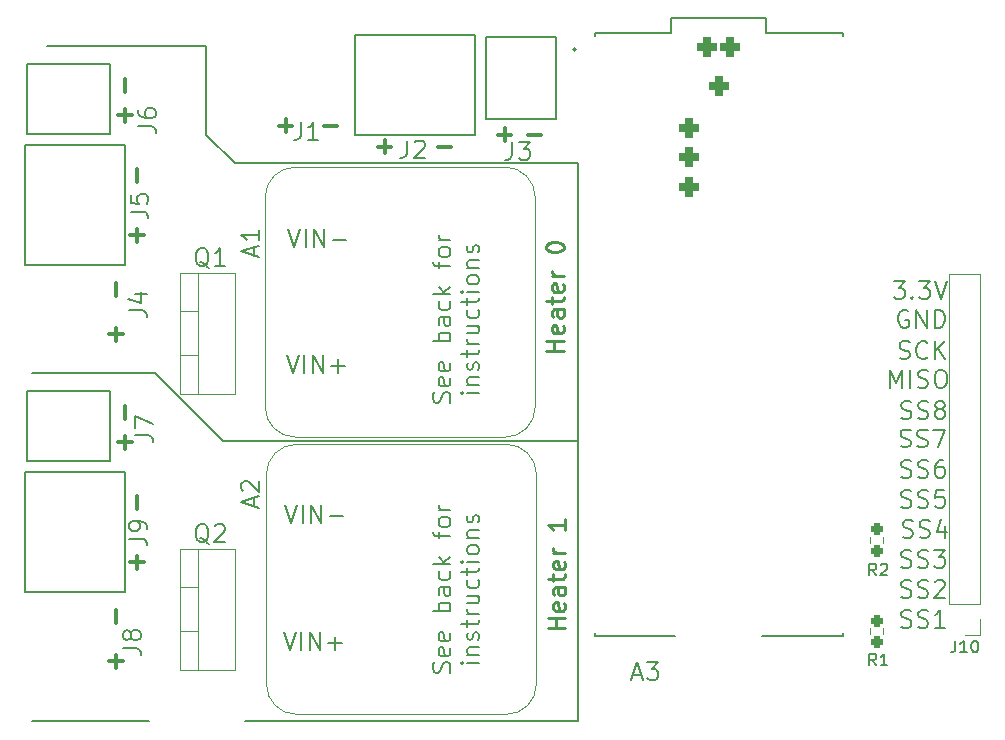
<source format=gto>
G04 #@! TF.GenerationSoftware,KiCad,Pcbnew,7.0.8*
G04 #@! TF.CreationDate,2023-10-27T17:24:16-04:00*
G04 #@! TF.ProjectId,IPTC Power Distribution and Control,49505443-2050-46f7-9765-722044697374,rev?*
G04 #@! TF.SameCoordinates,Original*
G04 #@! TF.FileFunction,Legend,Top*
G04 #@! TF.FilePolarity,Positive*
%FSLAX46Y46*%
G04 Gerber Fmt 4.6, Leading zero omitted, Abs format (unit mm)*
G04 Created by KiCad (PCBNEW 7.0.8) date 2023-10-27 17:24:16*
%MOMM*%
%LPD*%
G01*
G04 APERTURE LIST*
G04 Aperture macros list*
%AMRoundRect*
0 Rectangle with rounded corners*
0 $1 Rounding radius*
0 $2 $3 $4 $5 $6 $7 $8 $9 X,Y pos of 4 corners*
0 Add a 4 corners polygon primitive as box body*
4,1,4,$2,$3,$4,$5,$6,$7,$8,$9,$2,$3,0*
0 Add four circle primitives for the rounded corners*
1,1,$1+$1,$2,$3*
1,1,$1+$1,$4,$5*
1,1,$1+$1,$6,$7*
1,1,$1+$1,$8,$9*
0 Add four rect primitives between the rounded corners*
20,1,$1+$1,$2,$3,$4,$5,0*
20,1,$1+$1,$4,$5,$6,$7,0*
20,1,$1+$1,$6,$7,$8,$9,0*
20,1,$1+$1,$8,$9,$2,$3,0*%
G04 Aperture macros list end*
%ADD10C,0.150000*%
%ADD11C,0.250000*%
%ADD12C,0.300000*%
%ADD13C,0.120000*%
%ADD14C,0.152400*%
%ADD15C,0.200000*%
%ADD16C,0.127000*%
%ADD17C,0.100000*%
%ADD18C,0.010000*%
%ADD19C,2.200000*%
%ADD20RoundRect,0.237500X0.237500X-0.250000X0.237500X0.250000X-0.237500X0.250000X-0.237500X-0.250000X0*%
%ADD21R,1.700000X1.700000*%
%ADD22O,1.700000X1.700000*%
%ADD23C,1.803400*%
%ADD24RoundRect,0.552000X-0.300000X-0.300000X0.300000X-0.300000X0.300000X0.300000X-0.300000X0.300000X0*%
%ADD25O,1.254000X1.654000*%
%ADD26O,1.304000X2.004000*%
%ADD27C,2.540000*%
%ADD28C,1.778000*%
%ADD29O,4.400000X2.200000*%
%ADD30R,4.000000X2.500000*%
%ADD31O,4.470400X2.286000*%
%ADD32R,2.000000X1.905000*%
%ADD33O,2.000000X1.905000*%
%ADD34R,2.500000X4.000000*%
%ADD35O,2.286000X4.470400*%
G04 APERTURE END LIST*
D10*
X215452317Y-104754700D02*
X215666603Y-104826128D01*
X215666603Y-104826128D02*
X216023745Y-104826128D01*
X216023745Y-104826128D02*
X216166603Y-104754700D01*
X216166603Y-104754700D02*
X216238031Y-104683271D01*
X216238031Y-104683271D02*
X216309460Y-104540414D01*
X216309460Y-104540414D02*
X216309460Y-104397557D01*
X216309460Y-104397557D02*
X216238031Y-104254700D01*
X216238031Y-104254700D02*
X216166603Y-104183271D01*
X216166603Y-104183271D02*
X216023745Y-104111842D01*
X216023745Y-104111842D02*
X215738031Y-104040414D01*
X215738031Y-104040414D02*
X215595174Y-103968985D01*
X215595174Y-103968985D02*
X215523745Y-103897557D01*
X215523745Y-103897557D02*
X215452317Y-103754700D01*
X215452317Y-103754700D02*
X215452317Y-103611842D01*
X215452317Y-103611842D02*
X215523745Y-103468985D01*
X215523745Y-103468985D02*
X215595174Y-103397557D01*
X215595174Y-103397557D02*
X215738031Y-103326128D01*
X215738031Y-103326128D02*
X216095174Y-103326128D01*
X216095174Y-103326128D02*
X216309460Y-103397557D01*
X216880888Y-104754700D02*
X217095174Y-104826128D01*
X217095174Y-104826128D02*
X217452316Y-104826128D01*
X217452316Y-104826128D02*
X217595174Y-104754700D01*
X217595174Y-104754700D02*
X217666602Y-104683271D01*
X217666602Y-104683271D02*
X217738031Y-104540414D01*
X217738031Y-104540414D02*
X217738031Y-104397557D01*
X217738031Y-104397557D02*
X217666602Y-104254700D01*
X217666602Y-104254700D02*
X217595174Y-104183271D01*
X217595174Y-104183271D02*
X217452316Y-104111842D01*
X217452316Y-104111842D02*
X217166602Y-104040414D01*
X217166602Y-104040414D02*
X217023745Y-103968985D01*
X217023745Y-103968985D02*
X216952316Y-103897557D01*
X216952316Y-103897557D02*
X216880888Y-103754700D01*
X216880888Y-103754700D02*
X216880888Y-103611842D01*
X216880888Y-103611842D02*
X216952316Y-103468985D01*
X216952316Y-103468985D02*
X217023745Y-103397557D01*
X217023745Y-103397557D02*
X217166602Y-103326128D01*
X217166602Y-103326128D02*
X217523745Y-103326128D01*
X217523745Y-103326128D02*
X217738031Y-103397557D01*
X219166602Y-104826128D02*
X218309459Y-104826128D01*
X218738030Y-104826128D02*
X218738030Y-103326128D01*
X218738030Y-103326128D02*
X218595173Y-103540414D01*
X218595173Y-103540414D02*
X218452316Y-103683271D01*
X218452316Y-103683271D02*
X218309459Y-103754700D01*
X215452317Y-102214700D02*
X215666603Y-102286128D01*
X215666603Y-102286128D02*
X216023745Y-102286128D01*
X216023745Y-102286128D02*
X216166603Y-102214700D01*
X216166603Y-102214700D02*
X216238031Y-102143271D01*
X216238031Y-102143271D02*
X216309460Y-102000414D01*
X216309460Y-102000414D02*
X216309460Y-101857557D01*
X216309460Y-101857557D02*
X216238031Y-101714700D01*
X216238031Y-101714700D02*
X216166603Y-101643271D01*
X216166603Y-101643271D02*
X216023745Y-101571842D01*
X216023745Y-101571842D02*
X215738031Y-101500414D01*
X215738031Y-101500414D02*
X215595174Y-101428985D01*
X215595174Y-101428985D02*
X215523745Y-101357557D01*
X215523745Y-101357557D02*
X215452317Y-101214700D01*
X215452317Y-101214700D02*
X215452317Y-101071842D01*
X215452317Y-101071842D02*
X215523745Y-100928985D01*
X215523745Y-100928985D02*
X215595174Y-100857557D01*
X215595174Y-100857557D02*
X215738031Y-100786128D01*
X215738031Y-100786128D02*
X216095174Y-100786128D01*
X216095174Y-100786128D02*
X216309460Y-100857557D01*
X216880888Y-102214700D02*
X217095174Y-102286128D01*
X217095174Y-102286128D02*
X217452316Y-102286128D01*
X217452316Y-102286128D02*
X217595174Y-102214700D01*
X217595174Y-102214700D02*
X217666602Y-102143271D01*
X217666602Y-102143271D02*
X217738031Y-102000414D01*
X217738031Y-102000414D02*
X217738031Y-101857557D01*
X217738031Y-101857557D02*
X217666602Y-101714700D01*
X217666602Y-101714700D02*
X217595174Y-101643271D01*
X217595174Y-101643271D02*
X217452316Y-101571842D01*
X217452316Y-101571842D02*
X217166602Y-101500414D01*
X217166602Y-101500414D02*
X217023745Y-101428985D01*
X217023745Y-101428985D02*
X216952316Y-101357557D01*
X216952316Y-101357557D02*
X216880888Y-101214700D01*
X216880888Y-101214700D02*
X216880888Y-101071842D01*
X216880888Y-101071842D02*
X216952316Y-100928985D01*
X216952316Y-100928985D02*
X217023745Y-100857557D01*
X217023745Y-100857557D02*
X217166602Y-100786128D01*
X217166602Y-100786128D02*
X217523745Y-100786128D01*
X217523745Y-100786128D02*
X217738031Y-100857557D01*
X218309459Y-100928985D02*
X218380887Y-100857557D01*
X218380887Y-100857557D02*
X218523745Y-100786128D01*
X218523745Y-100786128D02*
X218880887Y-100786128D01*
X218880887Y-100786128D02*
X219023745Y-100857557D01*
X219023745Y-100857557D02*
X219095173Y-100928985D01*
X219095173Y-100928985D02*
X219166602Y-101071842D01*
X219166602Y-101071842D02*
X219166602Y-101214700D01*
X219166602Y-101214700D02*
X219095173Y-101428985D01*
X219095173Y-101428985D02*
X218238030Y-102286128D01*
X218238030Y-102286128D02*
X219166602Y-102286128D01*
X215452317Y-99674700D02*
X215666603Y-99746128D01*
X215666603Y-99746128D02*
X216023745Y-99746128D01*
X216023745Y-99746128D02*
X216166603Y-99674700D01*
X216166603Y-99674700D02*
X216238031Y-99603271D01*
X216238031Y-99603271D02*
X216309460Y-99460414D01*
X216309460Y-99460414D02*
X216309460Y-99317557D01*
X216309460Y-99317557D02*
X216238031Y-99174700D01*
X216238031Y-99174700D02*
X216166603Y-99103271D01*
X216166603Y-99103271D02*
X216023745Y-99031842D01*
X216023745Y-99031842D02*
X215738031Y-98960414D01*
X215738031Y-98960414D02*
X215595174Y-98888985D01*
X215595174Y-98888985D02*
X215523745Y-98817557D01*
X215523745Y-98817557D02*
X215452317Y-98674700D01*
X215452317Y-98674700D02*
X215452317Y-98531842D01*
X215452317Y-98531842D02*
X215523745Y-98388985D01*
X215523745Y-98388985D02*
X215595174Y-98317557D01*
X215595174Y-98317557D02*
X215738031Y-98246128D01*
X215738031Y-98246128D02*
X216095174Y-98246128D01*
X216095174Y-98246128D02*
X216309460Y-98317557D01*
X216880888Y-99674700D02*
X217095174Y-99746128D01*
X217095174Y-99746128D02*
X217452316Y-99746128D01*
X217452316Y-99746128D02*
X217595174Y-99674700D01*
X217595174Y-99674700D02*
X217666602Y-99603271D01*
X217666602Y-99603271D02*
X217738031Y-99460414D01*
X217738031Y-99460414D02*
X217738031Y-99317557D01*
X217738031Y-99317557D02*
X217666602Y-99174700D01*
X217666602Y-99174700D02*
X217595174Y-99103271D01*
X217595174Y-99103271D02*
X217452316Y-99031842D01*
X217452316Y-99031842D02*
X217166602Y-98960414D01*
X217166602Y-98960414D02*
X217023745Y-98888985D01*
X217023745Y-98888985D02*
X216952316Y-98817557D01*
X216952316Y-98817557D02*
X216880888Y-98674700D01*
X216880888Y-98674700D02*
X216880888Y-98531842D01*
X216880888Y-98531842D02*
X216952316Y-98388985D01*
X216952316Y-98388985D02*
X217023745Y-98317557D01*
X217023745Y-98317557D02*
X217166602Y-98246128D01*
X217166602Y-98246128D02*
X217523745Y-98246128D01*
X217523745Y-98246128D02*
X217738031Y-98317557D01*
X218238030Y-98246128D02*
X219166602Y-98246128D01*
X219166602Y-98246128D02*
X218666602Y-98817557D01*
X218666602Y-98817557D02*
X218880887Y-98817557D01*
X218880887Y-98817557D02*
X219023745Y-98888985D01*
X219023745Y-98888985D02*
X219095173Y-98960414D01*
X219095173Y-98960414D02*
X219166602Y-99103271D01*
X219166602Y-99103271D02*
X219166602Y-99460414D01*
X219166602Y-99460414D02*
X219095173Y-99603271D01*
X219095173Y-99603271D02*
X219023745Y-99674700D01*
X219023745Y-99674700D02*
X218880887Y-99746128D01*
X218880887Y-99746128D02*
X218452316Y-99746128D01*
X218452316Y-99746128D02*
X218309459Y-99674700D01*
X218309459Y-99674700D02*
X218238030Y-99603271D01*
X215579317Y-97134700D02*
X215793603Y-97206128D01*
X215793603Y-97206128D02*
X216150745Y-97206128D01*
X216150745Y-97206128D02*
X216293603Y-97134700D01*
X216293603Y-97134700D02*
X216365031Y-97063271D01*
X216365031Y-97063271D02*
X216436460Y-96920414D01*
X216436460Y-96920414D02*
X216436460Y-96777557D01*
X216436460Y-96777557D02*
X216365031Y-96634700D01*
X216365031Y-96634700D02*
X216293603Y-96563271D01*
X216293603Y-96563271D02*
X216150745Y-96491842D01*
X216150745Y-96491842D02*
X215865031Y-96420414D01*
X215865031Y-96420414D02*
X215722174Y-96348985D01*
X215722174Y-96348985D02*
X215650745Y-96277557D01*
X215650745Y-96277557D02*
X215579317Y-96134700D01*
X215579317Y-96134700D02*
X215579317Y-95991842D01*
X215579317Y-95991842D02*
X215650745Y-95848985D01*
X215650745Y-95848985D02*
X215722174Y-95777557D01*
X215722174Y-95777557D02*
X215865031Y-95706128D01*
X215865031Y-95706128D02*
X216222174Y-95706128D01*
X216222174Y-95706128D02*
X216436460Y-95777557D01*
X217007888Y-97134700D02*
X217222174Y-97206128D01*
X217222174Y-97206128D02*
X217579316Y-97206128D01*
X217579316Y-97206128D02*
X217722174Y-97134700D01*
X217722174Y-97134700D02*
X217793602Y-97063271D01*
X217793602Y-97063271D02*
X217865031Y-96920414D01*
X217865031Y-96920414D02*
X217865031Y-96777557D01*
X217865031Y-96777557D02*
X217793602Y-96634700D01*
X217793602Y-96634700D02*
X217722174Y-96563271D01*
X217722174Y-96563271D02*
X217579316Y-96491842D01*
X217579316Y-96491842D02*
X217293602Y-96420414D01*
X217293602Y-96420414D02*
X217150745Y-96348985D01*
X217150745Y-96348985D02*
X217079316Y-96277557D01*
X217079316Y-96277557D02*
X217007888Y-96134700D01*
X217007888Y-96134700D02*
X217007888Y-95991842D01*
X217007888Y-95991842D02*
X217079316Y-95848985D01*
X217079316Y-95848985D02*
X217150745Y-95777557D01*
X217150745Y-95777557D02*
X217293602Y-95706128D01*
X217293602Y-95706128D02*
X217650745Y-95706128D01*
X217650745Y-95706128D02*
X217865031Y-95777557D01*
X219150745Y-96206128D02*
X219150745Y-97206128D01*
X218793602Y-95634700D02*
X218436459Y-96706128D01*
X218436459Y-96706128D02*
X219365030Y-96706128D01*
X215452317Y-94594700D02*
X215666603Y-94666128D01*
X215666603Y-94666128D02*
X216023745Y-94666128D01*
X216023745Y-94666128D02*
X216166603Y-94594700D01*
X216166603Y-94594700D02*
X216238031Y-94523271D01*
X216238031Y-94523271D02*
X216309460Y-94380414D01*
X216309460Y-94380414D02*
X216309460Y-94237557D01*
X216309460Y-94237557D02*
X216238031Y-94094700D01*
X216238031Y-94094700D02*
X216166603Y-94023271D01*
X216166603Y-94023271D02*
X216023745Y-93951842D01*
X216023745Y-93951842D02*
X215738031Y-93880414D01*
X215738031Y-93880414D02*
X215595174Y-93808985D01*
X215595174Y-93808985D02*
X215523745Y-93737557D01*
X215523745Y-93737557D02*
X215452317Y-93594700D01*
X215452317Y-93594700D02*
X215452317Y-93451842D01*
X215452317Y-93451842D02*
X215523745Y-93308985D01*
X215523745Y-93308985D02*
X215595174Y-93237557D01*
X215595174Y-93237557D02*
X215738031Y-93166128D01*
X215738031Y-93166128D02*
X216095174Y-93166128D01*
X216095174Y-93166128D02*
X216309460Y-93237557D01*
X216880888Y-94594700D02*
X217095174Y-94666128D01*
X217095174Y-94666128D02*
X217452316Y-94666128D01*
X217452316Y-94666128D02*
X217595174Y-94594700D01*
X217595174Y-94594700D02*
X217666602Y-94523271D01*
X217666602Y-94523271D02*
X217738031Y-94380414D01*
X217738031Y-94380414D02*
X217738031Y-94237557D01*
X217738031Y-94237557D02*
X217666602Y-94094700D01*
X217666602Y-94094700D02*
X217595174Y-94023271D01*
X217595174Y-94023271D02*
X217452316Y-93951842D01*
X217452316Y-93951842D02*
X217166602Y-93880414D01*
X217166602Y-93880414D02*
X217023745Y-93808985D01*
X217023745Y-93808985D02*
X216952316Y-93737557D01*
X216952316Y-93737557D02*
X216880888Y-93594700D01*
X216880888Y-93594700D02*
X216880888Y-93451842D01*
X216880888Y-93451842D02*
X216952316Y-93308985D01*
X216952316Y-93308985D02*
X217023745Y-93237557D01*
X217023745Y-93237557D02*
X217166602Y-93166128D01*
X217166602Y-93166128D02*
X217523745Y-93166128D01*
X217523745Y-93166128D02*
X217738031Y-93237557D01*
X219095173Y-93166128D02*
X218380887Y-93166128D01*
X218380887Y-93166128D02*
X218309459Y-93880414D01*
X218309459Y-93880414D02*
X218380887Y-93808985D01*
X218380887Y-93808985D02*
X218523745Y-93737557D01*
X218523745Y-93737557D02*
X218880887Y-93737557D01*
X218880887Y-93737557D02*
X219023745Y-93808985D01*
X219023745Y-93808985D02*
X219095173Y-93880414D01*
X219095173Y-93880414D02*
X219166602Y-94023271D01*
X219166602Y-94023271D02*
X219166602Y-94380414D01*
X219166602Y-94380414D02*
X219095173Y-94523271D01*
X219095173Y-94523271D02*
X219023745Y-94594700D01*
X219023745Y-94594700D02*
X218880887Y-94666128D01*
X218880887Y-94666128D02*
X218523745Y-94666128D01*
X218523745Y-94666128D02*
X218380887Y-94594700D01*
X218380887Y-94594700D02*
X218309459Y-94523271D01*
X215452317Y-92054700D02*
X215666603Y-92126128D01*
X215666603Y-92126128D02*
X216023745Y-92126128D01*
X216023745Y-92126128D02*
X216166603Y-92054700D01*
X216166603Y-92054700D02*
X216238031Y-91983271D01*
X216238031Y-91983271D02*
X216309460Y-91840414D01*
X216309460Y-91840414D02*
X216309460Y-91697557D01*
X216309460Y-91697557D02*
X216238031Y-91554700D01*
X216238031Y-91554700D02*
X216166603Y-91483271D01*
X216166603Y-91483271D02*
X216023745Y-91411842D01*
X216023745Y-91411842D02*
X215738031Y-91340414D01*
X215738031Y-91340414D02*
X215595174Y-91268985D01*
X215595174Y-91268985D02*
X215523745Y-91197557D01*
X215523745Y-91197557D02*
X215452317Y-91054700D01*
X215452317Y-91054700D02*
X215452317Y-90911842D01*
X215452317Y-90911842D02*
X215523745Y-90768985D01*
X215523745Y-90768985D02*
X215595174Y-90697557D01*
X215595174Y-90697557D02*
X215738031Y-90626128D01*
X215738031Y-90626128D02*
X216095174Y-90626128D01*
X216095174Y-90626128D02*
X216309460Y-90697557D01*
X216880888Y-92054700D02*
X217095174Y-92126128D01*
X217095174Y-92126128D02*
X217452316Y-92126128D01*
X217452316Y-92126128D02*
X217595174Y-92054700D01*
X217595174Y-92054700D02*
X217666602Y-91983271D01*
X217666602Y-91983271D02*
X217738031Y-91840414D01*
X217738031Y-91840414D02*
X217738031Y-91697557D01*
X217738031Y-91697557D02*
X217666602Y-91554700D01*
X217666602Y-91554700D02*
X217595174Y-91483271D01*
X217595174Y-91483271D02*
X217452316Y-91411842D01*
X217452316Y-91411842D02*
X217166602Y-91340414D01*
X217166602Y-91340414D02*
X217023745Y-91268985D01*
X217023745Y-91268985D02*
X216952316Y-91197557D01*
X216952316Y-91197557D02*
X216880888Y-91054700D01*
X216880888Y-91054700D02*
X216880888Y-90911842D01*
X216880888Y-90911842D02*
X216952316Y-90768985D01*
X216952316Y-90768985D02*
X217023745Y-90697557D01*
X217023745Y-90697557D02*
X217166602Y-90626128D01*
X217166602Y-90626128D02*
X217523745Y-90626128D01*
X217523745Y-90626128D02*
X217738031Y-90697557D01*
X219023745Y-90626128D02*
X218738030Y-90626128D01*
X218738030Y-90626128D02*
X218595173Y-90697557D01*
X218595173Y-90697557D02*
X218523745Y-90768985D01*
X218523745Y-90768985D02*
X218380887Y-90983271D01*
X218380887Y-90983271D02*
X218309459Y-91268985D01*
X218309459Y-91268985D02*
X218309459Y-91840414D01*
X218309459Y-91840414D02*
X218380887Y-91983271D01*
X218380887Y-91983271D02*
X218452316Y-92054700D01*
X218452316Y-92054700D02*
X218595173Y-92126128D01*
X218595173Y-92126128D02*
X218880887Y-92126128D01*
X218880887Y-92126128D02*
X219023745Y-92054700D01*
X219023745Y-92054700D02*
X219095173Y-91983271D01*
X219095173Y-91983271D02*
X219166602Y-91840414D01*
X219166602Y-91840414D02*
X219166602Y-91483271D01*
X219166602Y-91483271D02*
X219095173Y-91340414D01*
X219095173Y-91340414D02*
X219023745Y-91268985D01*
X219023745Y-91268985D02*
X218880887Y-91197557D01*
X218880887Y-91197557D02*
X218595173Y-91197557D01*
X218595173Y-91197557D02*
X218452316Y-91268985D01*
X218452316Y-91268985D02*
X218380887Y-91340414D01*
X218380887Y-91340414D02*
X218309459Y-91483271D01*
X215392317Y-89484700D02*
X215606603Y-89556128D01*
X215606603Y-89556128D02*
X215963745Y-89556128D01*
X215963745Y-89556128D02*
X216106603Y-89484700D01*
X216106603Y-89484700D02*
X216178031Y-89413271D01*
X216178031Y-89413271D02*
X216249460Y-89270414D01*
X216249460Y-89270414D02*
X216249460Y-89127557D01*
X216249460Y-89127557D02*
X216178031Y-88984700D01*
X216178031Y-88984700D02*
X216106603Y-88913271D01*
X216106603Y-88913271D02*
X215963745Y-88841842D01*
X215963745Y-88841842D02*
X215678031Y-88770414D01*
X215678031Y-88770414D02*
X215535174Y-88698985D01*
X215535174Y-88698985D02*
X215463745Y-88627557D01*
X215463745Y-88627557D02*
X215392317Y-88484700D01*
X215392317Y-88484700D02*
X215392317Y-88341842D01*
X215392317Y-88341842D02*
X215463745Y-88198985D01*
X215463745Y-88198985D02*
X215535174Y-88127557D01*
X215535174Y-88127557D02*
X215678031Y-88056128D01*
X215678031Y-88056128D02*
X216035174Y-88056128D01*
X216035174Y-88056128D02*
X216249460Y-88127557D01*
X216820888Y-89484700D02*
X217035174Y-89556128D01*
X217035174Y-89556128D02*
X217392316Y-89556128D01*
X217392316Y-89556128D02*
X217535174Y-89484700D01*
X217535174Y-89484700D02*
X217606602Y-89413271D01*
X217606602Y-89413271D02*
X217678031Y-89270414D01*
X217678031Y-89270414D02*
X217678031Y-89127557D01*
X217678031Y-89127557D02*
X217606602Y-88984700D01*
X217606602Y-88984700D02*
X217535174Y-88913271D01*
X217535174Y-88913271D02*
X217392316Y-88841842D01*
X217392316Y-88841842D02*
X217106602Y-88770414D01*
X217106602Y-88770414D02*
X216963745Y-88698985D01*
X216963745Y-88698985D02*
X216892316Y-88627557D01*
X216892316Y-88627557D02*
X216820888Y-88484700D01*
X216820888Y-88484700D02*
X216820888Y-88341842D01*
X216820888Y-88341842D02*
X216892316Y-88198985D01*
X216892316Y-88198985D02*
X216963745Y-88127557D01*
X216963745Y-88127557D02*
X217106602Y-88056128D01*
X217106602Y-88056128D02*
X217463745Y-88056128D01*
X217463745Y-88056128D02*
X217678031Y-88127557D01*
X218178030Y-88056128D02*
X219178030Y-88056128D01*
X219178030Y-88056128D02*
X218535173Y-89556128D01*
X215452317Y-87101700D02*
X215666603Y-87173128D01*
X215666603Y-87173128D02*
X216023745Y-87173128D01*
X216023745Y-87173128D02*
X216166603Y-87101700D01*
X216166603Y-87101700D02*
X216238031Y-87030271D01*
X216238031Y-87030271D02*
X216309460Y-86887414D01*
X216309460Y-86887414D02*
X216309460Y-86744557D01*
X216309460Y-86744557D02*
X216238031Y-86601700D01*
X216238031Y-86601700D02*
X216166603Y-86530271D01*
X216166603Y-86530271D02*
X216023745Y-86458842D01*
X216023745Y-86458842D02*
X215738031Y-86387414D01*
X215738031Y-86387414D02*
X215595174Y-86315985D01*
X215595174Y-86315985D02*
X215523745Y-86244557D01*
X215523745Y-86244557D02*
X215452317Y-86101700D01*
X215452317Y-86101700D02*
X215452317Y-85958842D01*
X215452317Y-85958842D02*
X215523745Y-85815985D01*
X215523745Y-85815985D02*
X215595174Y-85744557D01*
X215595174Y-85744557D02*
X215738031Y-85673128D01*
X215738031Y-85673128D02*
X216095174Y-85673128D01*
X216095174Y-85673128D02*
X216309460Y-85744557D01*
X216880888Y-87101700D02*
X217095174Y-87173128D01*
X217095174Y-87173128D02*
X217452316Y-87173128D01*
X217452316Y-87173128D02*
X217595174Y-87101700D01*
X217595174Y-87101700D02*
X217666602Y-87030271D01*
X217666602Y-87030271D02*
X217738031Y-86887414D01*
X217738031Y-86887414D02*
X217738031Y-86744557D01*
X217738031Y-86744557D02*
X217666602Y-86601700D01*
X217666602Y-86601700D02*
X217595174Y-86530271D01*
X217595174Y-86530271D02*
X217452316Y-86458842D01*
X217452316Y-86458842D02*
X217166602Y-86387414D01*
X217166602Y-86387414D02*
X217023745Y-86315985D01*
X217023745Y-86315985D02*
X216952316Y-86244557D01*
X216952316Y-86244557D02*
X216880888Y-86101700D01*
X216880888Y-86101700D02*
X216880888Y-85958842D01*
X216880888Y-85958842D02*
X216952316Y-85815985D01*
X216952316Y-85815985D02*
X217023745Y-85744557D01*
X217023745Y-85744557D02*
X217166602Y-85673128D01*
X217166602Y-85673128D02*
X217523745Y-85673128D01*
X217523745Y-85673128D02*
X217738031Y-85744557D01*
X218595173Y-86315985D02*
X218452316Y-86244557D01*
X218452316Y-86244557D02*
X218380887Y-86173128D01*
X218380887Y-86173128D02*
X218309459Y-86030271D01*
X218309459Y-86030271D02*
X218309459Y-85958842D01*
X218309459Y-85958842D02*
X218380887Y-85815985D01*
X218380887Y-85815985D02*
X218452316Y-85744557D01*
X218452316Y-85744557D02*
X218595173Y-85673128D01*
X218595173Y-85673128D02*
X218880887Y-85673128D01*
X218880887Y-85673128D02*
X219023745Y-85744557D01*
X219023745Y-85744557D02*
X219095173Y-85815985D01*
X219095173Y-85815985D02*
X219166602Y-85958842D01*
X219166602Y-85958842D02*
X219166602Y-86030271D01*
X219166602Y-86030271D02*
X219095173Y-86173128D01*
X219095173Y-86173128D02*
X219023745Y-86244557D01*
X219023745Y-86244557D02*
X218880887Y-86315985D01*
X218880887Y-86315985D02*
X218595173Y-86315985D01*
X218595173Y-86315985D02*
X218452316Y-86387414D01*
X218452316Y-86387414D02*
X218380887Y-86458842D01*
X218380887Y-86458842D02*
X218309459Y-86601700D01*
X218309459Y-86601700D02*
X218309459Y-86887414D01*
X218309459Y-86887414D02*
X218380887Y-87030271D01*
X218380887Y-87030271D02*
X218452316Y-87101700D01*
X218452316Y-87101700D02*
X218595173Y-87173128D01*
X218595173Y-87173128D02*
X218880887Y-87173128D01*
X218880887Y-87173128D02*
X219023745Y-87101700D01*
X219023745Y-87101700D02*
X219095173Y-87030271D01*
X219095173Y-87030271D02*
X219166602Y-86887414D01*
X219166602Y-86887414D02*
X219166602Y-86601700D01*
X219166602Y-86601700D02*
X219095173Y-86458842D01*
X219095173Y-86458842D02*
X219023745Y-86387414D01*
X219023745Y-86387414D02*
X218880887Y-86315985D01*
X214507886Y-84506128D02*
X214507886Y-83006128D01*
X214507886Y-83006128D02*
X215007886Y-84077557D01*
X215007886Y-84077557D02*
X215507886Y-83006128D01*
X215507886Y-83006128D02*
X215507886Y-84506128D01*
X216222172Y-84506128D02*
X216222172Y-83006128D01*
X216865030Y-84434700D02*
X217079316Y-84506128D01*
X217079316Y-84506128D02*
X217436458Y-84506128D01*
X217436458Y-84506128D02*
X217579316Y-84434700D01*
X217579316Y-84434700D02*
X217650744Y-84363271D01*
X217650744Y-84363271D02*
X217722173Y-84220414D01*
X217722173Y-84220414D02*
X217722173Y-84077557D01*
X217722173Y-84077557D02*
X217650744Y-83934700D01*
X217650744Y-83934700D02*
X217579316Y-83863271D01*
X217579316Y-83863271D02*
X217436458Y-83791842D01*
X217436458Y-83791842D02*
X217150744Y-83720414D01*
X217150744Y-83720414D02*
X217007887Y-83648985D01*
X217007887Y-83648985D02*
X216936458Y-83577557D01*
X216936458Y-83577557D02*
X216865030Y-83434700D01*
X216865030Y-83434700D02*
X216865030Y-83291842D01*
X216865030Y-83291842D02*
X216936458Y-83148985D01*
X216936458Y-83148985D02*
X217007887Y-83077557D01*
X217007887Y-83077557D02*
X217150744Y-83006128D01*
X217150744Y-83006128D02*
X217507887Y-83006128D01*
X217507887Y-83006128D02*
X217722173Y-83077557D01*
X218650744Y-83006128D02*
X218936458Y-83006128D01*
X218936458Y-83006128D02*
X219079315Y-83077557D01*
X219079315Y-83077557D02*
X219222172Y-83220414D01*
X219222172Y-83220414D02*
X219293601Y-83506128D01*
X219293601Y-83506128D02*
X219293601Y-84006128D01*
X219293601Y-84006128D02*
X219222172Y-84291842D01*
X219222172Y-84291842D02*
X219079315Y-84434700D01*
X219079315Y-84434700D02*
X218936458Y-84506128D01*
X218936458Y-84506128D02*
X218650744Y-84506128D01*
X218650744Y-84506128D02*
X218507887Y-84434700D01*
X218507887Y-84434700D02*
X218365029Y-84291842D01*
X218365029Y-84291842D02*
X218293601Y-84006128D01*
X218293601Y-84006128D02*
X218293601Y-83506128D01*
X218293601Y-83506128D02*
X218365029Y-83220414D01*
X218365029Y-83220414D02*
X218507887Y-83077557D01*
X218507887Y-83077557D02*
X218650744Y-83006128D01*
X215309459Y-82021700D02*
X215523745Y-82093128D01*
X215523745Y-82093128D02*
X215880887Y-82093128D01*
X215880887Y-82093128D02*
X216023745Y-82021700D01*
X216023745Y-82021700D02*
X216095173Y-81950271D01*
X216095173Y-81950271D02*
X216166602Y-81807414D01*
X216166602Y-81807414D02*
X216166602Y-81664557D01*
X216166602Y-81664557D02*
X216095173Y-81521700D01*
X216095173Y-81521700D02*
X216023745Y-81450271D01*
X216023745Y-81450271D02*
X215880887Y-81378842D01*
X215880887Y-81378842D02*
X215595173Y-81307414D01*
X215595173Y-81307414D02*
X215452316Y-81235985D01*
X215452316Y-81235985D02*
X215380887Y-81164557D01*
X215380887Y-81164557D02*
X215309459Y-81021700D01*
X215309459Y-81021700D02*
X215309459Y-80878842D01*
X215309459Y-80878842D02*
X215380887Y-80735985D01*
X215380887Y-80735985D02*
X215452316Y-80664557D01*
X215452316Y-80664557D02*
X215595173Y-80593128D01*
X215595173Y-80593128D02*
X215952316Y-80593128D01*
X215952316Y-80593128D02*
X216166602Y-80664557D01*
X217666601Y-81950271D02*
X217595173Y-82021700D01*
X217595173Y-82021700D02*
X217380887Y-82093128D01*
X217380887Y-82093128D02*
X217238030Y-82093128D01*
X217238030Y-82093128D02*
X217023744Y-82021700D01*
X217023744Y-82021700D02*
X216880887Y-81878842D01*
X216880887Y-81878842D02*
X216809458Y-81735985D01*
X216809458Y-81735985D02*
X216738030Y-81450271D01*
X216738030Y-81450271D02*
X216738030Y-81235985D01*
X216738030Y-81235985D02*
X216809458Y-80950271D01*
X216809458Y-80950271D02*
X216880887Y-80807414D01*
X216880887Y-80807414D02*
X217023744Y-80664557D01*
X217023744Y-80664557D02*
X217238030Y-80593128D01*
X217238030Y-80593128D02*
X217380887Y-80593128D01*
X217380887Y-80593128D02*
X217595173Y-80664557D01*
X217595173Y-80664557D02*
X217666601Y-80735985D01*
X218309458Y-82093128D02*
X218309458Y-80593128D01*
X219166601Y-82093128D02*
X218523744Y-81235985D01*
X219166601Y-80593128D02*
X218309458Y-81450271D01*
X216023744Y-77997557D02*
X215880887Y-77926128D01*
X215880887Y-77926128D02*
X215666601Y-77926128D01*
X215666601Y-77926128D02*
X215452315Y-77997557D01*
X215452315Y-77997557D02*
X215309458Y-78140414D01*
X215309458Y-78140414D02*
X215238029Y-78283271D01*
X215238029Y-78283271D02*
X215166601Y-78568985D01*
X215166601Y-78568985D02*
X215166601Y-78783271D01*
X215166601Y-78783271D02*
X215238029Y-79068985D01*
X215238029Y-79068985D02*
X215309458Y-79211842D01*
X215309458Y-79211842D02*
X215452315Y-79354700D01*
X215452315Y-79354700D02*
X215666601Y-79426128D01*
X215666601Y-79426128D02*
X215809458Y-79426128D01*
X215809458Y-79426128D02*
X216023744Y-79354700D01*
X216023744Y-79354700D02*
X216095172Y-79283271D01*
X216095172Y-79283271D02*
X216095172Y-78783271D01*
X216095172Y-78783271D02*
X215809458Y-78783271D01*
X216738029Y-79426128D02*
X216738029Y-77926128D01*
X216738029Y-77926128D02*
X217595172Y-79426128D01*
X217595172Y-79426128D02*
X217595172Y-77926128D01*
X218309458Y-79426128D02*
X218309458Y-77926128D01*
X218309458Y-77926128D02*
X218666601Y-77926128D01*
X218666601Y-77926128D02*
X218880887Y-77997557D01*
X218880887Y-77997557D02*
X219023744Y-78140414D01*
X219023744Y-78140414D02*
X219095173Y-78283271D01*
X219095173Y-78283271D02*
X219166601Y-78568985D01*
X219166601Y-78568985D02*
X219166601Y-78783271D01*
X219166601Y-78783271D02*
X219095173Y-79068985D01*
X219095173Y-79068985D02*
X219023744Y-79211842D01*
X219023744Y-79211842D02*
X218880887Y-79354700D01*
X218880887Y-79354700D02*
X218666601Y-79426128D01*
X218666601Y-79426128D02*
X218309458Y-79426128D01*
X214809459Y-75513128D02*
X215738031Y-75513128D01*
X215738031Y-75513128D02*
X215238031Y-76084557D01*
X215238031Y-76084557D02*
X215452316Y-76084557D01*
X215452316Y-76084557D02*
X215595174Y-76155985D01*
X215595174Y-76155985D02*
X215666602Y-76227414D01*
X215666602Y-76227414D02*
X215738031Y-76370271D01*
X215738031Y-76370271D02*
X215738031Y-76727414D01*
X215738031Y-76727414D02*
X215666602Y-76870271D01*
X215666602Y-76870271D02*
X215595174Y-76941700D01*
X215595174Y-76941700D02*
X215452316Y-77013128D01*
X215452316Y-77013128D02*
X215023745Y-77013128D01*
X215023745Y-77013128D02*
X214880888Y-76941700D01*
X214880888Y-76941700D02*
X214809459Y-76870271D01*
X216380887Y-76870271D02*
X216452316Y-76941700D01*
X216452316Y-76941700D02*
X216380887Y-77013128D01*
X216380887Y-77013128D02*
X216309459Y-76941700D01*
X216309459Y-76941700D02*
X216380887Y-76870271D01*
X216380887Y-76870271D02*
X216380887Y-77013128D01*
X216952316Y-75513128D02*
X217880888Y-75513128D01*
X217880888Y-75513128D02*
X217380888Y-76084557D01*
X217380888Y-76084557D02*
X217595173Y-76084557D01*
X217595173Y-76084557D02*
X217738031Y-76155985D01*
X217738031Y-76155985D02*
X217809459Y-76227414D01*
X217809459Y-76227414D02*
X217880888Y-76370271D01*
X217880888Y-76370271D02*
X217880888Y-76727414D01*
X217880888Y-76727414D02*
X217809459Y-76870271D01*
X217809459Y-76870271D02*
X217738031Y-76941700D01*
X217738031Y-76941700D02*
X217595173Y-77013128D01*
X217595173Y-77013128D02*
X217166602Y-77013128D01*
X217166602Y-77013128D02*
X217023745Y-76941700D01*
X217023745Y-76941700D02*
X216952316Y-76870271D01*
X218309459Y-75513128D02*
X218809459Y-77013128D01*
X218809459Y-77013128D02*
X219309459Y-75513128D01*
X156591000Y-55626000D02*
X143129000Y-55626000D01*
X156591000Y-63119000D02*
X156591000Y-55626000D01*
X188087000Y-89027000D02*
X188087000Y-65532000D01*
X188087000Y-89027000D02*
X157988000Y-89027000D01*
X157988000Y-89027000D02*
X152273000Y-83312000D01*
X188087000Y-112776000D02*
X159893000Y-112776000D01*
X151765000Y-112776000D02*
X141859000Y-112776000D01*
X152273000Y-83312000D02*
X141859000Y-83312000D01*
X188087000Y-89027000D02*
X188087000Y-112776000D01*
X188087000Y-65532000D02*
X159004000Y-65532000D01*
X159004000Y-65532000D02*
X156591000Y-63119000D01*
D11*
X186874428Y-81393384D02*
X185374428Y-81393384D01*
X186088714Y-81393384D02*
X186088714Y-80536241D01*
X186874428Y-80536241D02*
X185374428Y-80536241D01*
X186803000Y-79250526D02*
X186874428Y-79393383D01*
X186874428Y-79393383D02*
X186874428Y-79679098D01*
X186874428Y-79679098D02*
X186803000Y-79821955D01*
X186803000Y-79821955D02*
X186660142Y-79893383D01*
X186660142Y-79893383D02*
X186088714Y-79893383D01*
X186088714Y-79893383D02*
X185945857Y-79821955D01*
X185945857Y-79821955D02*
X185874428Y-79679098D01*
X185874428Y-79679098D02*
X185874428Y-79393383D01*
X185874428Y-79393383D02*
X185945857Y-79250526D01*
X185945857Y-79250526D02*
X186088714Y-79179098D01*
X186088714Y-79179098D02*
X186231571Y-79179098D01*
X186231571Y-79179098D02*
X186374428Y-79893383D01*
X186874428Y-77893384D02*
X186088714Y-77893384D01*
X186088714Y-77893384D02*
X185945857Y-77964812D01*
X185945857Y-77964812D02*
X185874428Y-78107669D01*
X185874428Y-78107669D02*
X185874428Y-78393384D01*
X185874428Y-78393384D02*
X185945857Y-78536241D01*
X186803000Y-77893384D02*
X186874428Y-78036241D01*
X186874428Y-78036241D02*
X186874428Y-78393384D01*
X186874428Y-78393384D02*
X186803000Y-78536241D01*
X186803000Y-78536241D02*
X186660142Y-78607669D01*
X186660142Y-78607669D02*
X186517285Y-78607669D01*
X186517285Y-78607669D02*
X186374428Y-78536241D01*
X186374428Y-78536241D02*
X186303000Y-78393384D01*
X186303000Y-78393384D02*
X186303000Y-78036241D01*
X186303000Y-78036241D02*
X186231571Y-77893384D01*
X185874428Y-77393383D02*
X185874428Y-76821955D01*
X185374428Y-77179098D02*
X186660142Y-77179098D01*
X186660142Y-77179098D02*
X186803000Y-77107669D01*
X186803000Y-77107669D02*
X186874428Y-76964812D01*
X186874428Y-76964812D02*
X186874428Y-76821955D01*
X186803000Y-75750526D02*
X186874428Y-75893383D01*
X186874428Y-75893383D02*
X186874428Y-76179098D01*
X186874428Y-76179098D02*
X186803000Y-76321955D01*
X186803000Y-76321955D02*
X186660142Y-76393383D01*
X186660142Y-76393383D02*
X186088714Y-76393383D01*
X186088714Y-76393383D02*
X185945857Y-76321955D01*
X185945857Y-76321955D02*
X185874428Y-76179098D01*
X185874428Y-76179098D02*
X185874428Y-75893383D01*
X185874428Y-75893383D02*
X185945857Y-75750526D01*
X185945857Y-75750526D02*
X186088714Y-75679098D01*
X186088714Y-75679098D02*
X186231571Y-75679098D01*
X186231571Y-75679098D02*
X186374428Y-76393383D01*
X186874428Y-75036241D02*
X185874428Y-75036241D01*
X186160142Y-75036241D02*
X186017285Y-74964812D01*
X186017285Y-74964812D02*
X185945857Y-74893384D01*
X185945857Y-74893384D02*
X185874428Y-74750526D01*
X185874428Y-74750526D02*
X185874428Y-74607669D01*
X185374428Y-72679098D02*
X185374428Y-72536241D01*
X185374428Y-72536241D02*
X185445857Y-72393384D01*
X185445857Y-72393384D02*
X185517285Y-72321956D01*
X185517285Y-72321956D02*
X185660142Y-72250527D01*
X185660142Y-72250527D02*
X185945857Y-72179098D01*
X185945857Y-72179098D02*
X186303000Y-72179098D01*
X186303000Y-72179098D02*
X186588714Y-72250527D01*
X186588714Y-72250527D02*
X186731571Y-72321956D01*
X186731571Y-72321956D02*
X186803000Y-72393384D01*
X186803000Y-72393384D02*
X186874428Y-72536241D01*
X186874428Y-72536241D02*
X186874428Y-72679098D01*
X186874428Y-72679098D02*
X186803000Y-72821956D01*
X186803000Y-72821956D02*
X186731571Y-72893384D01*
X186731571Y-72893384D02*
X186588714Y-72964813D01*
X186588714Y-72964813D02*
X186303000Y-73036241D01*
X186303000Y-73036241D02*
X185945857Y-73036241D01*
X185945857Y-73036241D02*
X185660142Y-72964813D01*
X185660142Y-72964813D02*
X185517285Y-72893384D01*
X185517285Y-72893384D02*
X185445857Y-72821956D01*
X185445857Y-72821956D02*
X185374428Y-72679098D01*
D12*
X149712900Y-87185428D02*
X149712900Y-86042571D01*
X166560571Y-62336900D02*
X167703429Y-62336900D01*
X150728900Y-94805428D02*
X150728900Y-93662571D01*
X148950900Y-104457428D02*
X148950900Y-103314571D01*
X176212571Y-64114900D02*
X177355429Y-64114900D01*
X150728900Y-67119428D02*
X150728900Y-65976571D01*
X171132571Y-64114900D02*
X172275429Y-64114900D01*
X171704000Y-64686328D02*
X171704000Y-63543471D01*
D11*
X187001428Y-104888384D02*
X185501428Y-104888384D01*
X186215714Y-104888384D02*
X186215714Y-104031241D01*
X187001428Y-104031241D02*
X185501428Y-104031241D01*
X186930000Y-102745526D02*
X187001428Y-102888383D01*
X187001428Y-102888383D02*
X187001428Y-103174098D01*
X187001428Y-103174098D02*
X186930000Y-103316955D01*
X186930000Y-103316955D02*
X186787142Y-103388383D01*
X186787142Y-103388383D02*
X186215714Y-103388383D01*
X186215714Y-103388383D02*
X186072857Y-103316955D01*
X186072857Y-103316955D02*
X186001428Y-103174098D01*
X186001428Y-103174098D02*
X186001428Y-102888383D01*
X186001428Y-102888383D02*
X186072857Y-102745526D01*
X186072857Y-102745526D02*
X186215714Y-102674098D01*
X186215714Y-102674098D02*
X186358571Y-102674098D01*
X186358571Y-102674098D02*
X186501428Y-103388383D01*
X187001428Y-101388384D02*
X186215714Y-101388384D01*
X186215714Y-101388384D02*
X186072857Y-101459812D01*
X186072857Y-101459812D02*
X186001428Y-101602669D01*
X186001428Y-101602669D02*
X186001428Y-101888384D01*
X186001428Y-101888384D02*
X186072857Y-102031241D01*
X186930000Y-101388384D02*
X187001428Y-101531241D01*
X187001428Y-101531241D02*
X187001428Y-101888384D01*
X187001428Y-101888384D02*
X186930000Y-102031241D01*
X186930000Y-102031241D02*
X186787142Y-102102669D01*
X186787142Y-102102669D02*
X186644285Y-102102669D01*
X186644285Y-102102669D02*
X186501428Y-102031241D01*
X186501428Y-102031241D02*
X186430000Y-101888384D01*
X186430000Y-101888384D02*
X186430000Y-101531241D01*
X186430000Y-101531241D02*
X186358571Y-101388384D01*
X186001428Y-100888383D02*
X186001428Y-100316955D01*
X185501428Y-100674098D02*
X186787142Y-100674098D01*
X186787142Y-100674098D02*
X186930000Y-100602669D01*
X186930000Y-100602669D02*
X187001428Y-100459812D01*
X187001428Y-100459812D02*
X187001428Y-100316955D01*
X186930000Y-99245526D02*
X187001428Y-99388383D01*
X187001428Y-99388383D02*
X187001428Y-99674098D01*
X187001428Y-99674098D02*
X186930000Y-99816955D01*
X186930000Y-99816955D02*
X186787142Y-99888383D01*
X186787142Y-99888383D02*
X186215714Y-99888383D01*
X186215714Y-99888383D02*
X186072857Y-99816955D01*
X186072857Y-99816955D02*
X186001428Y-99674098D01*
X186001428Y-99674098D02*
X186001428Y-99388383D01*
X186001428Y-99388383D02*
X186072857Y-99245526D01*
X186072857Y-99245526D02*
X186215714Y-99174098D01*
X186215714Y-99174098D02*
X186358571Y-99174098D01*
X186358571Y-99174098D02*
X186501428Y-99888383D01*
X187001428Y-98531241D02*
X186001428Y-98531241D01*
X186287142Y-98531241D02*
X186144285Y-98459812D01*
X186144285Y-98459812D02*
X186072857Y-98388384D01*
X186072857Y-98388384D02*
X186001428Y-98245526D01*
X186001428Y-98245526D02*
X186001428Y-98102669D01*
X187001428Y-95674098D02*
X187001428Y-96531241D01*
X187001428Y-96102670D02*
X185501428Y-96102670D01*
X185501428Y-96102670D02*
X185715714Y-96245527D01*
X185715714Y-96245527D02*
X185858571Y-96388384D01*
X185858571Y-96388384D02*
X185930000Y-96531241D01*
D12*
X148950900Y-80581428D02*
X148950900Y-79438571D01*
X149522328Y-80009999D02*
X148379471Y-80009999D01*
X148950900Y-108267428D02*
X148950900Y-107124571D01*
X149522328Y-107695999D02*
X148379471Y-107695999D01*
D10*
X177207200Y-108635713D02*
X177278628Y-108421428D01*
X177278628Y-108421428D02*
X177278628Y-108064285D01*
X177278628Y-108064285D02*
X177207200Y-107921428D01*
X177207200Y-107921428D02*
X177135771Y-107849999D01*
X177135771Y-107849999D02*
X176992914Y-107778570D01*
X176992914Y-107778570D02*
X176850057Y-107778570D01*
X176850057Y-107778570D02*
X176707200Y-107849999D01*
X176707200Y-107849999D02*
X176635771Y-107921428D01*
X176635771Y-107921428D02*
X176564342Y-108064285D01*
X176564342Y-108064285D02*
X176492914Y-108349999D01*
X176492914Y-108349999D02*
X176421485Y-108492856D01*
X176421485Y-108492856D02*
X176350057Y-108564285D01*
X176350057Y-108564285D02*
X176207200Y-108635713D01*
X176207200Y-108635713D02*
X176064342Y-108635713D01*
X176064342Y-108635713D02*
X175921485Y-108564285D01*
X175921485Y-108564285D02*
X175850057Y-108492856D01*
X175850057Y-108492856D02*
X175778628Y-108349999D01*
X175778628Y-108349999D02*
X175778628Y-107992856D01*
X175778628Y-107992856D02*
X175850057Y-107778570D01*
X177207200Y-106564285D02*
X177278628Y-106707142D01*
X177278628Y-106707142D02*
X177278628Y-106992857D01*
X177278628Y-106992857D02*
X177207200Y-107135714D01*
X177207200Y-107135714D02*
X177064342Y-107207142D01*
X177064342Y-107207142D02*
X176492914Y-107207142D01*
X176492914Y-107207142D02*
X176350057Y-107135714D01*
X176350057Y-107135714D02*
X176278628Y-106992857D01*
X176278628Y-106992857D02*
X176278628Y-106707142D01*
X176278628Y-106707142D02*
X176350057Y-106564285D01*
X176350057Y-106564285D02*
X176492914Y-106492857D01*
X176492914Y-106492857D02*
X176635771Y-106492857D01*
X176635771Y-106492857D02*
X176778628Y-107207142D01*
X177207200Y-105278571D02*
X177278628Y-105421428D01*
X177278628Y-105421428D02*
X177278628Y-105707143D01*
X177278628Y-105707143D02*
X177207200Y-105850000D01*
X177207200Y-105850000D02*
X177064342Y-105921428D01*
X177064342Y-105921428D02*
X176492914Y-105921428D01*
X176492914Y-105921428D02*
X176350057Y-105850000D01*
X176350057Y-105850000D02*
X176278628Y-105707143D01*
X176278628Y-105707143D02*
X176278628Y-105421428D01*
X176278628Y-105421428D02*
X176350057Y-105278571D01*
X176350057Y-105278571D02*
X176492914Y-105207143D01*
X176492914Y-105207143D02*
X176635771Y-105207143D01*
X176635771Y-105207143D02*
X176778628Y-105921428D01*
X177278628Y-103421429D02*
X175778628Y-103421429D01*
X176350057Y-103421429D02*
X176278628Y-103278572D01*
X176278628Y-103278572D02*
X176278628Y-102992857D01*
X176278628Y-102992857D02*
X176350057Y-102850000D01*
X176350057Y-102850000D02*
X176421485Y-102778572D01*
X176421485Y-102778572D02*
X176564342Y-102707143D01*
X176564342Y-102707143D02*
X176992914Y-102707143D01*
X176992914Y-102707143D02*
X177135771Y-102778572D01*
X177135771Y-102778572D02*
X177207200Y-102850000D01*
X177207200Y-102850000D02*
X177278628Y-102992857D01*
X177278628Y-102992857D02*
X177278628Y-103278572D01*
X177278628Y-103278572D02*
X177207200Y-103421429D01*
X177278628Y-101421429D02*
X176492914Y-101421429D01*
X176492914Y-101421429D02*
X176350057Y-101492857D01*
X176350057Y-101492857D02*
X176278628Y-101635714D01*
X176278628Y-101635714D02*
X176278628Y-101921429D01*
X176278628Y-101921429D02*
X176350057Y-102064286D01*
X177207200Y-101421429D02*
X177278628Y-101564286D01*
X177278628Y-101564286D02*
X177278628Y-101921429D01*
X177278628Y-101921429D02*
X177207200Y-102064286D01*
X177207200Y-102064286D02*
X177064342Y-102135714D01*
X177064342Y-102135714D02*
X176921485Y-102135714D01*
X176921485Y-102135714D02*
X176778628Y-102064286D01*
X176778628Y-102064286D02*
X176707200Y-101921429D01*
X176707200Y-101921429D02*
X176707200Y-101564286D01*
X176707200Y-101564286D02*
X176635771Y-101421429D01*
X177207200Y-100064286D02*
X177278628Y-100207143D01*
X177278628Y-100207143D02*
X177278628Y-100492857D01*
X177278628Y-100492857D02*
X177207200Y-100635714D01*
X177207200Y-100635714D02*
X177135771Y-100707143D01*
X177135771Y-100707143D02*
X176992914Y-100778571D01*
X176992914Y-100778571D02*
X176564342Y-100778571D01*
X176564342Y-100778571D02*
X176421485Y-100707143D01*
X176421485Y-100707143D02*
X176350057Y-100635714D01*
X176350057Y-100635714D02*
X176278628Y-100492857D01*
X176278628Y-100492857D02*
X176278628Y-100207143D01*
X176278628Y-100207143D02*
X176350057Y-100064286D01*
X177278628Y-99421429D02*
X175778628Y-99421429D01*
X176707200Y-99278572D02*
X177278628Y-98850000D01*
X176278628Y-98850000D02*
X176850057Y-99421429D01*
X176278628Y-97278571D02*
X176278628Y-96707143D01*
X177278628Y-97064286D02*
X175992914Y-97064286D01*
X175992914Y-97064286D02*
X175850057Y-96992857D01*
X175850057Y-96992857D02*
X175778628Y-96850000D01*
X175778628Y-96850000D02*
X175778628Y-96707143D01*
X177278628Y-95992857D02*
X177207200Y-96135714D01*
X177207200Y-96135714D02*
X177135771Y-96207143D01*
X177135771Y-96207143D02*
X176992914Y-96278571D01*
X176992914Y-96278571D02*
X176564342Y-96278571D01*
X176564342Y-96278571D02*
X176421485Y-96207143D01*
X176421485Y-96207143D02*
X176350057Y-96135714D01*
X176350057Y-96135714D02*
X176278628Y-95992857D01*
X176278628Y-95992857D02*
X176278628Y-95778571D01*
X176278628Y-95778571D02*
X176350057Y-95635714D01*
X176350057Y-95635714D02*
X176421485Y-95564286D01*
X176421485Y-95564286D02*
X176564342Y-95492857D01*
X176564342Y-95492857D02*
X176992914Y-95492857D01*
X176992914Y-95492857D02*
X177135771Y-95564286D01*
X177135771Y-95564286D02*
X177207200Y-95635714D01*
X177207200Y-95635714D02*
X177278628Y-95778571D01*
X177278628Y-95778571D02*
X177278628Y-95992857D01*
X177278628Y-94850000D02*
X176278628Y-94850000D01*
X176564342Y-94850000D02*
X176421485Y-94778571D01*
X176421485Y-94778571D02*
X176350057Y-94707143D01*
X176350057Y-94707143D02*
X176278628Y-94564285D01*
X176278628Y-94564285D02*
X176278628Y-94421428D01*
X179693628Y-107850000D02*
X178693628Y-107850000D01*
X178193628Y-107850000D02*
X178265057Y-107921428D01*
X178265057Y-107921428D02*
X178336485Y-107850000D01*
X178336485Y-107850000D02*
X178265057Y-107778571D01*
X178265057Y-107778571D02*
X178193628Y-107850000D01*
X178193628Y-107850000D02*
X178336485Y-107850000D01*
X178693628Y-107135714D02*
X179693628Y-107135714D01*
X178836485Y-107135714D02*
X178765057Y-107064285D01*
X178765057Y-107064285D02*
X178693628Y-106921428D01*
X178693628Y-106921428D02*
X178693628Y-106707142D01*
X178693628Y-106707142D02*
X178765057Y-106564285D01*
X178765057Y-106564285D02*
X178907914Y-106492857D01*
X178907914Y-106492857D02*
X179693628Y-106492857D01*
X179622200Y-105849999D02*
X179693628Y-105707142D01*
X179693628Y-105707142D02*
X179693628Y-105421428D01*
X179693628Y-105421428D02*
X179622200Y-105278571D01*
X179622200Y-105278571D02*
X179479342Y-105207142D01*
X179479342Y-105207142D02*
X179407914Y-105207142D01*
X179407914Y-105207142D02*
X179265057Y-105278571D01*
X179265057Y-105278571D02*
X179193628Y-105421428D01*
X179193628Y-105421428D02*
X179193628Y-105635714D01*
X179193628Y-105635714D02*
X179122200Y-105778571D01*
X179122200Y-105778571D02*
X178979342Y-105849999D01*
X178979342Y-105849999D02*
X178907914Y-105849999D01*
X178907914Y-105849999D02*
X178765057Y-105778571D01*
X178765057Y-105778571D02*
X178693628Y-105635714D01*
X178693628Y-105635714D02*
X178693628Y-105421428D01*
X178693628Y-105421428D02*
X178765057Y-105278571D01*
X178693628Y-104778570D02*
X178693628Y-104207142D01*
X178193628Y-104564285D02*
X179479342Y-104564285D01*
X179479342Y-104564285D02*
X179622200Y-104492856D01*
X179622200Y-104492856D02*
X179693628Y-104349999D01*
X179693628Y-104349999D02*
X179693628Y-104207142D01*
X179693628Y-103707142D02*
X178693628Y-103707142D01*
X178979342Y-103707142D02*
X178836485Y-103635713D01*
X178836485Y-103635713D02*
X178765057Y-103564285D01*
X178765057Y-103564285D02*
X178693628Y-103421427D01*
X178693628Y-103421427D02*
X178693628Y-103278570D01*
X178693628Y-102135714D02*
X179693628Y-102135714D01*
X178693628Y-102778571D02*
X179479342Y-102778571D01*
X179479342Y-102778571D02*
X179622200Y-102707142D01*
X179622200Y-102707142D02*
X179693628Y-102564285D01*
X179693628Y-102564285D02*
X179693628Y-102349999D01*
X179693628Y-102349999D02*
X179622200Y-102207142D01*
X179622200Y-102207142D02*
X179550771Y-102135714D01*
X179622200Y-100778571D02*
X179693628Y-100921428D01*
X179693628Y-100921428D02*
X179693628Y-101207142D01*
X179693628Y-101207142D02*
X179622200Y-101349999D01*
X179622200Y-101349999D02*
X179550771Y-101421428D01*
X179550771Y-101421428D02*
X179407914Y-101492856D01*
X179407914Y-101492856D02*
X178979342Y-101492856D01*
X178979342Y-101492856D02*
X178836485Y-101421428D01*
X178836485Y-101421428D02*
X178765057Y-101349999D01*
X178765057Y-101349999D02*
X178693628Y-101207142D01*
X178693628Y-101207142D02*
X178693628Y-100921428D01*
X178693628Y-100921428D02*
X178765057Y-100778571D01*
X178693628Y-100349999D02*
X178693628Y-99778571D01*
X178193628Y-100135714D02*
X179479342Y-100135714D01*
X179479342Y-100135714D02*
X179622200Y-100064285D01*
X179622200Y-100064285D02*
X179693628Y-99921428D01*
X179693628Y-99921428D02*
X179693628Y-99778571D01*
X179693628Y-99278571D02*
X178693628Y-99278571D01*
X178193628Y-99278571D02*
X178265057Y-99349999D01*
X178265057Y-99349999D02*
X178336485Y-99278571D01*
X178336485Y-99278571D02*
X178265057Y-99207142D01*
X178265057Y-99207142D02*
X178193628Y-99278571D01*
X178193628Y-99278571D02*
X178336485Y-99278571D01*
X179693628Y-98349999D02*
X179622200Y-98492856D01*
X179622200Y-98492856D02*
X179550771Y-98564285D01*
X179550771Y-98564285D02*
X179407914Y-98635713D01*
X179407914Y-98635713D02*
X178979342Y-98635713D01*
X178979342Y-98635713D02*
X178836485Y-98564285D01*
X178836485Y-98564285D02*
X178765057Y-98492856D01*
X178765057Y-98492856D02*
X178693628Y-98349999D01*
X178693628Y-98349999D02*
X178693628Y-98135713D01*
X178693628Y-98135713D02*
X178765057Y-97992856D01*
X178765057Y-97992856D02*
X178836485Y-97921428D01*
X178836485Y-97921428D02*
X178979342Y-97849999D01*
X178979342Y-97849999D02*
X179407914Y-97849999D01*
X179407914Y-97849999D02*
X179550771Y-97921428D01*
X179550771Y-97921428D02*
X179622200Y-97992856D01*
X179622200Y-97992856D02*
X179693628Y-98135713D01*
X179693628Y-98135713D02*
X179693628Y-98349999D01*
X178693628Y-97207142D02*
X179693628Y-97207142D01*
X178836485Y-97207142D02*
X178765057Y-97135713D01*
X178765057Y-97135713D02*
X178693628Y-96992856D01*
X178693628Y-96992856D02*
X178693628Y-96778570D01*
X178693628Y-96778570D02*
X178765057Y-96635713D01*
X178765057Y-96635713D02*
X178907914Y-96564285D01*
X178907914Y-96564285D02*
X179693628Y-96564285D01*
X179622200Y-95921427D02*
X179693628Y-95778570D01*
X179693628Y-95778570D02*
X179693628Y-95492856D01*
X179693628Y-95492856D02*
X179622200Y-95349999D01*
X179622200Y-95349999D02*
X179479342Y-95278570D01*
X179479342Y-95278570D02*
X179407914Y-95278570D01*
X179407914Y-95278570D02*
X179265057Y-95349999D01*
X179265057Y-95349999D02*
X179193628Y-95492856D01*
X179193628Y-95492856D02*
X179193628Y-95707142D01*
X179193628Y-95707142D02*
X179122200Y-95849999D01*
X179122200Y-95849999D02*
X178979342Y-95921427D01*
X178979342Y-95921427D02*
X178907914Y-95921427D01*
X178907914Y-95921427D02*
X178765057Y-95849999D01*
X178765057Y-95849999D02*
X178693628Y-95707142D01*
X178693628Y-95707142D02*
X178693628Y-95492856D01*
X178693628Y-95492856D02*
X178765057Y-95349999D01*
D12*
X150728900Y-99885428D02*
X150728900Y-98742571D01*
X151300328Y-99313999D02*
X150157471Y-99313999D01*
X150728900Y-72199428D02*
X150728900Y-71056571D01*
X151300328Y-71627999D02*
X150157471Y-71627999D01*
X183832571Y-63098900D02*
X184975429Y-63098900D01*
X181292571Y-63098900D02*
X182435429Y-63098900D01*
X181864000Y-63670328D02*
X181864000Y-62527471D01*
D10*
X177207200Y-85775713D02*
X177278628Y-85561428D01*
X177278628Y-85561428D02*
X177278628Y-85204285D01*
X177278628Y-85204285D02*
X177207200Y-85061428D01*
X177207200Y-85061428D02*
X177135771Y-84989999D01*
X177135771Y-84989999D02*
X176992914Y-84918570D01*
X176992914Y-84918570D02*
X176850057Y-84918570D01*
X176850057Y-84918570D02*
X176707200Y-84989999D01*
X176707200Y-84989999D02*
X176635771Y-85061428D01*
X176635771Y-85061428D02*
X176564342Y-85204285D01*
X176564342Y-85204285D02*
X176492914Y-85489999D01*
X176492914Y-85489999D02*
X176421485Y-85632856D01*
X176421485Y-85632856D02*
X176350057Y-85704285D01*
X176350057Y-85704285D02*
X176207200Y-85775713D01*
X176207200Y-85775713D02*
X176064342Y-85775713D01*
X176064342Y-85775713D02*
X175921485Y-85704285D01*
X175921485Y-85704285D02*
X175850057Y-85632856D01*
X175850057Y-85632856D02*
X175778628Y-85489999D01*
X175778628Y-85489999D02*
X175778628Y-85132856D01*
X175778628Y-85132856D02*
X175850057Y-84918570D01*
X177207200Y-83704285D02*
X177278628Y-83847142D01*
X177278628Y-83847142D02*
X177278628Y-84132857D01*
X177278628Y-84132857D02*
X177207200Y-84275714D01*
X177207200Y-84275714D02*
X177064342Y-84347142D01*
X177064342Y-84347142D02*
X176492914Y-84347142D01*
X176492914Y-84347142D02*
X176350057Y-84275714D01*
X176350057Y-84275714D02*
X176278628Y-84132857D01*
X176278628Y-84132857D02*
X176278628Y-83847142D01*
X176278628Y-83847142D02*
X176350057Y-83704285D01*
X176350057Y-83704285D02*
X176492914Y-83632857D01*
X176492914Y-83632857D02*
X176635771Y-83632857D01*
X176635771Y-83632857D02*
X176778628Y-84347142D01*
X177207200Y-82418571D02*
X177278628Y-82561428D01*
X177278628Y-82561428D02*
X177278628Y-82847143D01*
X177278628Y-82847143D02*
X177207200Y-82990000D01*
X177207200Y-82990000D02*
X177064342Y-83061428D01*
X177064342Y-83061428D02*
X176492914Y-83061428D01*
X176492914Y-83061428D02*
X176350057Y-82990000D01*
X176350057Y-82990000D02*
X176278628Y-82847143D01*
X176278628Y-82847143D02*
X176278628Y-82561428D01*
X176278628Y-82561428D02*
X176350057Y-82418571D01*
X176350057Y-82418571D02*
X176492914Y-82347143D01*
X176492914Y-82347143D02*
X176635771Y-82347143D01*
X176635771Y-82347143D02*
X176778628Y-83061428D01*
X177278628Y-80561429D02*
X175778628Y-80561429D01*
X176350057Y-80561429D02*
X176278628Y-80418572D01*
X176278628Y-80418572D02*
X176278628Y-80132857D01*
X176278628Y-80132857D02*
X176350057Y-79990000D01*
X176350057Y-79990000D02*
X176421485Y-79918572D01*
X176421485Y-79918572D02*
X176564342Y-79847143D01*
X176564342Y-79847143D02*
X176992914Y-79847143D01*
X176992914Y-79847143D02*
X177135771Y-79918572D01*
X177135771Y-79918572D02*
X177207200Y-79990000D01*
X177207200Y-79990000D02*
X177278628Y-80132857D01*
X177278628Y-80132857D02*
X177278628Y-80418572D01*
X177278628Y-80418572D02*
X177207200Y-80561429D01*
X177278628Y-78561429D02*
X176492914Y-78561429D01*
X176492914Y-78561429D02*
X176350057Y-78632857D01*
X176350057Y-78632857D02*
X176278628Y-78775714D01*
X176278628Y-78775714D02*
X176278628Y-79061429D01*
X176278628Y-79061429D02*
X176350057Y-79204286D01*
X177207200Y-78561429D02*
X177278628Y-78704286D01*
X177278628Y-78704286D02*
X177278628Y-79061429D01*
X177278628Y-79061429D02*
X177207200Y-79204286D01*
X177207200Y-79204286D02*
X177064342Y-79275714D01*
X177064342Y-79275714D02*
X176921485Y-79275714D01*
X176921485Y-79275714D02*
X176778628Y-79204286D01*
X176778628Y-79204286D02*
X176707200Y-79061429D01*
X176707200Y-79061429D02*
X176707200Y-78704286D01*
X176707200Y-78704286D02*
X176635771Y-78561429D01*
X177207200Y-77204286D02*
X177278628Y-77347143D01*
X177278628Y-77347143D02*
X177278628Y-77632857D01*
X177278628Y-77632857D02*
X177207200Y-77775714D01*
X177207200Y-77775714D02*
X177135771Y-77847143D01*
X177135771Y-77847143D02*
X176992914Y-77918571D01*
X176992914Y-77918571D02*
X176564342Y-77918571D01*
X176564342Y-77918571D02*
X176421485Y-77847143D01*
X176421485Y-77847143D02*
X176350057Y-77775714D01*
X176350057Y-77775714D02*
X176278628Y-77632857D01*
X176278628Y-77632857D02*
X176278628Y-77347143D01*
X176278628Y-77347143D02*
X176350057Y-77204286D01*
X177278628Y-76561429D02*
X175778628Y-76561429D01*
X176707200Y-76418572D02*
X177278628Y-75990000D01*
X176278628Y-75990000D02*
X176850057Y-76561429D01*
X176278628Y-74418571D02*
X176278628Y-73847143D01*
X177278628Y-74204286D02*
X175992914Y-74204286D01*
X175992914Y-74204286D02*
X175850057Y-74132857D01*
X175850057Y-74132857D02*
X175778628Y-73990000D01*
X175778628Y-73990000D02*
X175778628Y-73847143D01*
X177278628Y-73132857D02*
X177207200Y-73275714D01*
X177207200Y-73275714D02*
X177135771Y-73347143D01*
X177135771Y-73347143D02*
X176992914Y-73418571D01*
X176992914Y-73418571D02*
X176564342Y-73418571D01*
X176564342Y-73418571D02*
X176421485Y-73347143D01*
X176421485Y-73347143D02*
X176350057Y-73275714D01*
X176350057Y-73275714D02*
X176278628Y-73132857D01*
X176278628Y-73132857D02*
X176278628Y-72918571D01*
X176278628Y-72918571D02*
X176350057Y-72775714D01*
X176350057Y-72775714D02*
X176421485Y-72704286D01*
X176421485Y-72704286D02*
X176564342Y-72632857D01*
X176564342Y-72632857D02*
X176992914Y-72632857D01*
X176992914Y-72632857D02*
X177135771Y-72704286D01*
X177135771Y-72704286D02*
X177207200Y-72775714D01*
X177207200Y-72775714D02*
X177278628Y-72918571D01*
X177278628Y-72918571D02*
X177278628Y-73132857D01*
X177278628Y-71990000D02*
X176278628Y-71990000D01*
X176564342Y-71990000D02*
X176421485Y-71918571D01*
X176421485Y-71918571D02*
X176350057Y-71847143D01*
X176350057Y-71847143D02*
X176278628Y-71704285D01*
X176278628Y-71704285D02*
X176278628Y-71561428D01*
X179693628Y-84990000D02*
X178693628Y-84990000D01*
X178193628Y-84990000D02*
X178265057Y-85061428D01*
X178265057Y-85061428D02*
X178336485Y-84990000D01*
X178336485Y-84990000D02*
X178265057Y-84918571D01*
X178265057Y-84918571D02*
X178193628Y-84990000D01*
X178193628Y-84990000D02*
X178336485Y-84990000D01*
X178693628Y-84275714D02*
X179693628Y-84275714D01*
X178836485Y-84275714D02*
X178765057Y-84204285D01*
X178765057Y-84204285D02*
X178693628Y-84061428D01*
X178693628Y-84061428D02*
X178693628Y-83847142D01*
X178693628Y-83847142D02*
X178765057Y-83704285D01*
X178765057Y-83704285D02*
X178907914Y-83632857D01*
X178907914Y-83632857D02*
X179693628Y-83632857D01*
X179622200Y-82989999D02*
X179693628Y-82847142D01*
X179693628Y-82847142D02*
X179693628Y-82561428D01*
X179693628Y-82561428D02*
X179622200Y-82418571D01*
X179622200Y-82418571D02*
X179479342Y-82347142D01*
X179479342Y-82347142D02*
X179407914Y-82347142D01*
X179407914Y-82347142D02*
X179265057Y-82418571D01*
X179265057Y-82418571D02*
X179193628Y-82561428D01*
X179193628Y-82561428D02*
X179193628Y-82775714D01*
X179193628Y-82775714D02*
X179122200Y-82918571D01*
X179122200Y-82918571D02*
X178979342Y-82989999D01*
X178979342Y-82989999D02*
X178907914Y-82989999D01*
X178907914Y-82989999D02*
X178765057Y-82918571D01*
X178765057Y-82918571D02*
X178693628Y-82775714D01*
X178693628Y-82775714D02*
X178693628Y-82561428D01*
X178693628Y-82561428D02*
X178765057Y-82418571D01*
X178693628Y-81918570D02*
X178693628Y-81347142D01*
X178193628Y-81704285D02*
X179479342Y-81704285D01*
X179479342Y-81704285D02*
X179622200Y-81632856D01*
X179622200Y-81632856D02*
X179693628Y-81489999D01*
X179693628Y-81489999D02*
X179693628Y-81347142D01*
X179693628Y-80847142D02*
X178693628Y-80847142D01*
X178979342Y-80847142D02*
X178836485Y-80775713D01*
X178836485Y-80775713D02*
X178765057Y-80704285D01*
X178765057Y-80704285D02*
X178693628Y-80561427D01*
X178693628Y-80561427D02*
X178693628Y-80418570D01*
X178693628Y-79275714D02*
X179693628Y-79275714D01*
X178693628Y-79918571D02*
X179479342Y-79918571D01*
X179479342Y-79918571D02*
X179622200Y-79847142D01*
X179622200Y-79847142D02*
X179693628Y-79704285D01*
X179693628Y-79704285D02*
X179693628Y-79489999D01*
X179693628Y-79489999D02*
X179622200Y-79347142D01*
X179622200Y-79347142D02*
X179550771Y-79275714D01*
X179622200Y-77918571D02*
X179693628Y-78061428D01*
X179693628Y-78061428D02*
X179693628Y-78347142D01*
X179693628Y-78347142D02*
X179622200Y-78489999D01*
X179622200Y-78489999D02*
X179550771Y-78561428D01*
X179550771Y-78561428D02*
X179407914Y-78632856D01*
X179407914Y-78632856D02*
X178979342Y-78632856D01*
X178979342Y-78632856D02*
X178836485Y-78561428D01*
X178836485Y-78561428D02*
X178765057Y-78489999D01*
X178765057Y-78489999D02*
X178693628Y-78347142D01*
X178693628Y-78347142D02*
X178693628Y-78061428D01*
X178693628Y-78061428D02*
X178765057Y-77918571D01*
X178693628Y-77489999D02*
X178693628Y-76918571D01*
X178193628Y-77275714D02*
X179479342Y-77275714D01*
X179479342Y-77275714D02*
X179622200Y-77204285D01*
X179622200Y-77204285D02*
X179693628Y-77061428D01*
X179693628Y-77061428D02*
X179693628Y-76918571D01*
X179693628Y-76418571D02*
X178693628Y-76418571D01*
X178193628Y-76418571D02*
X178265057Y-76489999D01*
X178265057Y-76489999D02*
X178336485Y-76418571D01*
X178336485Y-76418571D02*
X178265057Y-76347142D01*
X178265057Y-76347142D02*
X178193628Y-76418571D01*
X178193628Y-76418571D02*
X178336485Y-76418571D01*
X179693628Y-75489999D02*
X179622200Y-75632856D01*
X179622200Y-75632856D02*
X179550771Y-75704285D01*
X179550771Y-75704285D02*
X179407914Y-75775713D01*
X179407914Y-75775713D02*
X178979342Y-75775713D01*
X178979342Y-75775713D02*
X178836485Y-75704285D01*
X178836485Y-75704285D02*
X178765057Y-75632856D01*
X178765057Y-75632856D02*
X178693628Y-75489999D01*
X178693628Y-75489999D02*
X178693628Y-75275713D01*
X178693628Y-75275713D02*
X178765057Y-75132856D01*
X178765057Y-75132856D02*
X178836485Y-75061428D01*
X178836485Y-75061428D02*
X178979342Y-74989999D01*
X178979342Y-74989999D02*
X179407914Y-74989999D01*
X179407914Y-74989999D02*
X179550771Y-75061428D01*
X179550771Y-75061428D02*
X179622200Y-75132856D01*
X179622200Y-75132856D02*
X179693628Y-75275713D01*
X179693628Y-75275713D02*
X179693628Y-75489999D01*
X178693628Y-74347142D02*
X179693628Y-74347142D01*
X178836485Y-74347142D02*
X178765057Y-74275713D01*
X178765057Y-74275713D02*
X178693628Y-74132856D01*
X178693628Y-74132856D02*
X178693628Y-73918570D01*
X178693628Y-73918570D02*
X178765057Y-73775713D01*
X178765057Y-73775713D02*
X178907914Y-73704285D01*
X178907914Y-73704285D02*
X179693628Y-73704285D01*
X179622200Y-73061427D02*
X179693628Y-72918570D01*
X179693628Y-72918570D02*
X179693628Y-72632856D01*
X179693628Y-72632856D02*
X179622200Y-72489999D01*
X179622200Y-72489999D02*
X179479342Y-72418570D01*
X179479342Y-72418570D02*
X179407914Y-72418570D01*
X179407914Y-72418570D02*
X179265057Y-72489999D01*
X179265057Y-72489999D02*
X179193628Y-72632856D01*
X179193628Y-72632856D02*
X179193628Y-72847142D01*
X179193628Y-72847142D02*
X179122200Y-72989999D01*
X179122200Y-72989999D02*
X178979342Y-73061427D01*
X178979342Y-73061427D02*
X178907914Y-73061427D01*
X178907914Y-73061427D02*
X178765057Y-72989999D01*
X178765057Y-72989999D02*
X178693628Y-72847142D01*
X178693628Y-72847142D02*
X178693628Y-72632856D01*
X178693628Y-72632856D02*
X178765057Y-72489999D01*
D12*
X149712900Y-59499428D02*
X149712900Y-58356571D01*
X149712900Y-62039428D02*
X149712900Y-60896571D01*
X150284328Y-61467999D02*
X149141471Y-61467999D01*
X162750571Y-62336900D02*
X163893429Y-62336900D01*
X163322000Y-62908328D02*
X163322000Y-61765471D01*
X148950900Y-76771428D02*
X148950900Y-75628571D01*
X149712900Y-89725428D02*
X149712900Y-88582571D01*
X150284328Y-89153999D02*
X149141471Y-89153999D01*
D10*
X213320333Y-100403819D02*
X212987000Y-99927628D01*
X212748905Y-100403819D02*
X212748905Y-99403819D01*
X212748905Y-99403819D02*
X213129857Y-99403819D01*
X213129857Y-99403819D02*
X213225095Y-99451438D01*
X213225095Y-99451438D02*
X213272714Y-99499057D01*
X213272714Y-99499057D02*
X213320333Y-99594295D01*
X213320333Y-99594295D02*
X213320333Y-99737152D01*
X213320333Y-99737152D02*
X213272714Y-99832390D01*
X213272714Y-99832390D02*
X213225095Y-99880009D01*
X213225095Y-99880009D02*
X213129857Y-99927628D01*
X213129857Y-99927628D02*
X212748905Y-99927628D01*
X213701286Y-99499057D02*
X213748905Y-99451438D01*
X213748905Y-99451438D02*
X213844143Y-99403819D01*
X213844143Y-99403819D02*
X214082238Y-99403819D01*
X214082238Y-99403819D02*
X214177476Y-99451438D01*
X214177476Y-99451438D02*
X214225095Y-99499057D01*
X214225095Y-99499057D02*
X214272714Y-99594295D01*
X214272714Y-99594295D02*
X214272714Y-99689533D01*
X214272714Y-99689533D02*
X214225095Y-99832390D01*
X214225095Y-99832390D02*
X213653667Y-100403819D01*
X213653667Y-100403819D02*
X214272714Y-100403819D01*
X213320333Y-108023819D02*
X212987000Y-107547628D01*
X212748905Y-108023819D02*
X212748905Y-107023819D01*
X212748905Y-107023819D02*
X213129857Y-107023819D01*
X213129857Y-107023819D02*
X213225095Y-107071438D01*
X213225095Y-107071438D02*
X213272714Y-107119057D01*
X213272714Y-107119057D02*
X213320333Y-107214295D01*
X213320333Y-107214295D02*
X213320333Y-107357152D01*
X213320333Y-107357152D02*
X213272714Y-107452390D01*
X213272714Y-107452390D02*
X213225095Y-107500009D01*
X213225095Y-107500009D02*
X213129857Y-107547628D01*
X213129857Y-107547628D02*
X212748905Y-107547628D01*
X214272714Y-108023819D02*
X213701286Y-108023819D01*
X213987000Y-108023819D02*
X213987000Y-107023819D01*
X213987000Y-107023819D02*
X213891762Y-107166676D01*
X213891762Y-107166676D02*
X213796524Y-107261914D01*
X213796524Y-107261914D02*
X213701286Y-107309533D01*
X220011476Y-105924819D02*
X220011476Y-106639104D01*
X220011476Y-106639104D02*
X219963857Y-106781961D01*
X219963857Y-106781961D02*
X219868619Y-106877200D01*
X219868619Y-106877200D02*
X219725762Y-106924819D01*
X219725762Y-106924819D02*
X219630524Y-106924819D01*
X221011476Y-106924819D02*
X220440048Y-106924819D01*
X220725762Y-106924819D02*
X220725762Y-105924819D01*
X220725762Y-105924819D02*
X220630524Y-106067676D01*
X220630524Y-106067676D02*
X220535286Y-106162914D01*
X220535286Y-106162914D02*
X220440048Y-106210533D01*
X221630524Y-105924819D02*
X221725762Y-105924819D01*
X221725762Y-105924819D02*
X221821000Y-105972438D01*
X221821000Y-105972438D02*
X221868619Y-106020057D01*
X221868619Y-106020057D02*
X221916238Y-106115295D01*
X221916238Y-106115295D02*
X221963857Y-106305771D01*
X221963857Y-106305771D02*
X221963857Y-106543866D01*
X221963857Y-106543866D02*
X221916238Y-106734342D01*
X221916238Y-106734342D02*
X221868619Y-106829580D01*
X221868619Y-106829580D02*
X221821000Y-106877200D01*
X221821000Y-106877200D02*
X221725762Y-106924819D01*
X221725762Y-106924819D02*
X221630524Y-106924819D01*
X221630524Y-106924819D02*
X221535286Y-106877200D01*
X221535286Y-106877200D02*
X221487667Y-106829580D01*
X221487667Y-106829580D02*
X221440048Y-106734342D01*
X221440048Y-106734342D02*
X221392429Y-106543866D01*
X221392429Y-106543866D02*
X221392429Y-106305771D01*
X221392429Y-106305771D02*
X221440048Y-106115295D01*
X221440048Y-106115295D02*
X221487667Y-106020057D01*
X221487667Y-106020057D02*
X221535286Y-105972438D01*
X221535286Y-105972438D02*
X221630524Y-105924819D01*
X150824128Y-62348999D02*
X151895557Y-62348999D01*
X151895557Y-62348999D02*
X152109842Y-62420428D01*
X152109842Y-62420428D02*
X152252700Y-62563285D01*
X152252700Y-62563285D02*
X152324128Y-62777571D01*
X152324128Y-62777571D02*
X152324128Y-62920428D01*
X150824128Y-60991857D02*
X150824128Y-61277571D01*
X150824128Y-61277571D02*
X150895557Y-61420428D01*
X150895557Y-61420428D02*
X150966985Y-61491857D01*
X150966985Y-61491857D02*
X151181271Y-61634714D01*
X151181271Y-61634714D02*
X151466985Y-61706142D01*
X151466985Y-61706142D02*
X152038414Y-61706142D01*
X152038414Y-61706142D02*
X152181271Y-61634714D01*
X152181271Y-61634714D02*
X152252700Y-61563285D01*
X152252700Y-61563285D02*
X152324128Y-61420428D01*
X152324128Y-61420428D02*
X152324128Y-61134714D01*
X152324128Y-61134714D02*
X152252700Y-60991857D01*
X152252700Y-60991857D02*
X152181271Y-60920428D01*
X152181271Y-60920428D02*
X152038414Y-60848999D01*
X152038414Y-60848999D02*
X151681271Y-60848999D01*
X151681271Y-60848999D02*
X151538414Y-60920428D01*
X151538414Y-60920428D02*
X151466985Y-60991857D01*
X151466985Y-60991857D02*
X151395557Y-61134714D01*
X151395557Y-61134714D02*
X151395557Y-61420428D01*
X151395557Y-61420428D02*
X151466985Y-61563285D01*
X151466985Y-61563285D02*
X151538414Y-61634714D01*
X151538414Y-61634714D02*
X151681271Y-61706142D01*
X192730572Y-108842557D02*
X193444858Y-108842557D01*
X192587715Y-109271128D02*
X193087715Y-107771128D01*
X193087715Y-107771128D02*
X193587715Y-109271128D01*
X193944857Y-107771128D02*
X194873429Y-107771128D01*
X194873429Y-107771128D02*
X194373429Y-108342557D01*
X194373429Y-108342557D02*
X194587714Y-108342557D01*
X194587714Y-108342557D02*
X194730572Y-108413985D01*
X194730572Y-108413985D02*
X194802000Y-108485414D01*
X194802000Y-108485414D02*
X194873429Y-108628271D01*
X194873429Y-108628271D02*
X194873429Y-108985414D01*
X194873429Y-108985414D02*
X194802000Y-109128271D01*
X194802000Y-109128271D02*
X194730572Y-109199700D01*
X194730572Y-109199700D02*
X194587714Y-109271128D01*
X194587714Y-109271128D02*
X194159143Y-109271128D01*
X194159143Y-109271128D02*
X194016286Y-109199700D01*
X194016286Y-109199700D02*
X193944857Y-109128271D01*
X160658557Y-94543427D02*
X160658557Y-93829142D01*
X161087128Y-94686284D02*
X159587128Y-94186284D01*
X159587128Y-94186284D02*
X161087128Y-93686284D01*
X159729985Y-93257713D02*
X159658557Y-93186285D01*
X159658557Y-93186285D02*
X159587128Y-93043428D01*
X159587128Y-93043428D02*
X159587128Y-92686285D01*
X159587128Y-92686285D02*
X159658557Y-92543428D01*
X159658557Y-92543428D02*
X159729985Y-92471999D01*
X159729985Y-92471999D02*
X159872842Y-92400570D01*
X159872842Y-92400570D02*
X160015700Y-92400570D01*
X160015700Y-92400570D02*
X160229985Y-92471999D01*
X160229985Y-92471999D02*
X161087128Y-93329142D01*
X161087128Y-93329142D02*
X161087128Y-92400570D01*
X163163571Y-105231128D02*
X163663571Y-106731128D01*
X163663571Y-106731128D02*
X164163571Y-105231128D01*
X164663570Y-106731128D02*
X164663570Y-105231128D01*
X165377856Y-106731128D02*
X165377856Y-105231128D01*
X165377856Y-105231128D02*
X166234999Y-106731128D01*
X166234999Y-106731128D02*
X166234999Y-105231128D01*
X166949285Y-106159700D02*
X168092143Y-106159700D01*
X167520714Y-106731128D02*
X167520714Y-105588271D01*
X163290571Y-94436128D02*
X163790571Y-95936128D01*
X163790571Y-95936128D02*
X164290571Y-94436128D01*
X164790570Y-95936128D02*
X164790570Y-94436128D01*
X165504856Y-95936128D02*
X165504856Y-94436128D01*
X165504856Y-94436128D02*
X166361999Y-95936128D01*
X166361999Y-95936128D02*
X166361999Y-94436128D01*
X167076285Y-95364700D02*
X168219143Y-95364700D01*
X149554128Y-106544999D02*
X150625557Y-106544999D01*
X150625557Y-106544999D02*
X150839842Y-106616428D01*
X150839842Y-106616428D02*
X150982700Y-106759285D01*
X150982700Y-106759285D02*
X151054128Y-106973571D01*
X151054128Y-106973571D02*
X151054128Y-107116428D01*
X150196985Y-105616428D02*
X150125557Y-105759285D01*
X150125557Y-105759285D02*
X150054128Y-105830714D01*
X150054128Y-105830714D02*
X149911271Y-105902142D01*
X149911271Y-105902142D02*
X149839842Y-105902142D01*
X149839842Y-105902142D02*
X149696985Y-105830714D01*
X149696985Y-105830714D02*
X149625557Y-105759285D01*
X149625557Y-105759285D02*
X149554128Y-105616428D01*
X149554128Y-105616428D02*
X149554128Y-105330714D01*
X149554128Y-105330714D02*
X149625557Y-105187857D01*
X149625557Y-105187857D02*
X149696985Y-105116428D01*
X149696985Y-105116428D02*
X149839842Y-105044999D01*
X149839842Y-105044999D02*
X149911271Y-105044999D01*
X149911271Y-105044999D02*
X150054128Y-105116428D01*
X150054128Y-105116428D02*
X150125557Y-105187857D01*
X150125557Y-105187857D02*
X150196985Y-105330714D01*
X150196985Y-105330714D02*
X150196985Y-105616428D01*
X150196985Y-105616428D02*
X150268414Y-105759285D01*
X150268414Y-105759285D02*
X150339842Y-105830714D01*
X150339842Y-105830714D02*
X150482700Y-105902142D01*
X150482700Y-105902142D02*
X150768414Y-105902142D01*
X150768414Y-105902142D02*
X150911271Y-105830714D01*
X150911271Y-105830714D02*
X150982700Y-105759285D01*
X150982700Y-105759285D02*
X151054128Y-105616428D01*
X151054128Y-105616428D02*
X151054128Y-105330714D01*
X151054128Y-105330714D02*
X150982700Y-105187857D01*
X150982700Y-105187857D02*
X150911271Y-105116428D01*
X150911271Y-105116428D02*
X150768414Y-105044999D01*
X150768414Y-105044999D02*
X150482700Y-105044999D01*
X150482700Y-105044999D02*
X150339842Y-105116428D01*
X150339842Y-105116428D02*
X150268414Y-105187857D01*
X150268414Y-105187857D02*
X150196985Y-105330714D01*
X150200628Y-69600601D02*
X151272057Y-69600601D01*
X151272057Y-69600601D02*
X151486342Y-69672030D01*
X151486342Y-69672030D02*
X151629200Y-69814887D01*
X151629200Y-69814887D02*
X151700628Y-70029173D01*
X151700628Y-70029173D02*
X151700628Y-70172030D01*
X150200628Y-68172030D02*
X150200628Y-68886316D01*
X150200628Y-68886316D02*
X150914914Y-68957744D01*
X150914914Y-68957744D02*
X150843485Y-68886316D01*
X150843485Y-68886316D02*
X150772057Y-68743459D01*
X150772057Y-68743459D02*
X150772057Y-68386316D01*
X150772057Y-68386316D02*
X150843485Y-68243459D01*
X150843485Y-68243459D02*
X150914914Y-68172030D01*
X150914914Y-68172030D02*
X151057771Y-68100601D01*
X151057771Y-68100601D02*
X151414914Y-68100601D01*
X151414914Y-68100601D02*
X151557771Y-68172030D01*
X151557771Y-68172030D02*
X151629200Y-68243459D01*
X151629200Y-68243459D02*
X151700628Y-68386316D01*
X151700628Y-68386316D02*
X151700628Y-68743459D01*
X151700628Y-68743459D02*
X151629200Y-68886316D01*
X151629200Y-68886316D02*
X151557771Y-68957744D01*
X156829142Y-74361985D02*
X156686285Y-74290557D01*
X156686285Y-74290557D02*
X156543428Y-74147700D01*
X156543428Y-74147700D02*
X156329142Y-73933414D01*
X156329142Y-73933414D02*
X156186285Y-73861985D01*
X156186285Y-73861985D02*
X156043428Y-73861985D01*
X156114857Y-74219128D02*
X155972000Y-74147700D01*
X155972000Y-74147700D02*
X155829142Y-74004842D01*
X155829142Y-74004842D02*
X155757714Y-73719128D01*
X155757714Y-73719128D02*
X155757714Y-73219128D01*
X155757714Y-73219128D02*
X155829142Y-72933414D01*
X155829142Y-72933414D02*
X155972000Y-72790557D01*
X155972000Y-72790557D02*
X156114857Y-72719128D01*
X156114857Y-72719128D02*
X156400571Y-72719128D01*
X156400571Y-72719128D02*
X156543428Y-72790557D01*
X156543428Y-72790557D02*
X156686285Y-72933414D01*
X156686285Y-72933414D02*
X156757714Y-73219128D01*
X156757714Y-73219128D02*
X156757714Y-73719128D01*
X156757714Y-73719128D02*
X156686285Y-74004842D01*
X156686285Y-74004842D02*
X156543428Y-74147700D01*
X156543428Y-74147700D02*
X156400571Y-74219128D01*
X156400571Y-74219128D02*
X156114857Y-74219128D01*
X158186286Y-74219128D02*
X157329143Y-74219128D01*
X157757714Y-74219128D02*
X157757714Y-72719128D01*
X157757714Y-72719128D02*
X157614857Y-72933414D01*
X157614857Y-72933414D02*
X157472000Y-73076271D01*
X157472000Y-73076271D02*
X157329143Y-73147700D01*
X150062128Y-77969999D02*
X151133557Y-77969999D01*
X151133557Y-77969999D02*
X151347842Y-78041428D01*
X151347842Y-78041428D02*
X151490700Y-78184285D01*
X151490700Y-78184285D02*
X151562128Y-78398571D01*
X151562128Y-78398571D02*
X151562128Y-78541428D01*
X150562128Y-76612857D02*
X151562128Y-76612857D01*
X149990700Y-76969999D02*
X151062128Y-77327142D01*
X151062128Y-77327142D02*
X151062128Y-76398571D01*
X164600000Y-62051128D02*
X164600000Y-63122557D01*
X164600000Y-63122557D02*
X164528571Y-63336842D01*
X164528571Y-63336842D02*
X164385714Y-63479700D01*
X164385714Y-63479700D02*
X164171428Y-63551128D01*
X164171428Y-63551128D02*
X164028571Y-63551128D01*
X166100000Y-63551128D02*
X165242857Y-63551128D01*
X165671428Y-63551128D02*
X165671428Y-62051128D01*
X165671428Y-62051128D02*
X165528571Y-62265414D01*
X165528571Y-62265414D02*
X165385714Y-62408271D01*
X165385714Y-62408271D02*
X165242857Y-62479700D01*
X156829142Y-97729985D02*
X156686285Y-97658557D01*
X156686285Y-97658557D02*
X156543428Y-97515700D01*
X156543428Y-97515700D02*
X156329142Y-97301414D01*
X156329142Y-97301414D02*
X156186285Y-97229985D01*
X156186285Y-97229985D02*
X156043428Y-97229985D01*
X156114857Y-97587128D02*
X155972000Y-97515700D01*
X155972000Y-97515700D02*
X155829142Y-97372842D01*
X155829142Y-97372842D02*
X155757714Y-97087128D01*
X155757714Y-97087128D02*
X155757714Y-96587128D01*
X155757714Y-96587128D02*
X155829142Y-96301414D01*
X155829142Y-96301414D02*
X155972000Y-96158557D01*
X155972000Y-96158557D02*
X156114857Y-96087128D01*
X156114857Y-96087128D02*
X156400571Y-96087128D01*
X156400571Y-96087128D02*
X156543428Y-96158557D01*
X156543428Y-96158557D02*
X156686285Y-96301414D01*
X156686285Y-96301414D02*
X156757714Y-96587128D01*
X156757714Y-96587128D02*
X156757714Y-97087128D01*
X156757714Y-97087128D02*
X156686285Y-97372842D01*
X156686285Y-97372842D02*
X156543428Y-97515700D01*
X156543428Y-97515700D02*
X156400571Y-97587128D01*
X156400571Y-97587128D02*
X156114857Y-97587128D01*
X157329143Y-96229985D02*
X157400571Y-96158557D01*
X157400571Y-96158557D02*
X157543429Y-96087128D01*
X157543429Y-96087128D02*
X157900571Y-96087128D01*
X157900571Y-96087128D02*
X158043429Y-96158557D01*
X158043429Y-96158557D02*
X158114857Y-96229985D01*
X158114857Y-96229985D02*
X158186286Y-96372842D01*
X158186286Y-96372842D02*
X158186286Y-96515700D01*
X158186286Y-96515700D02*
X158114857Y-96729985D01*
X158114857Y-96729985D02*
X157257714Y-97587128D01*
X157257714Y-97587128D02*
X158186286Y-97587128D01*
X160658557Y-73334427D02*
X160658557Y-72620142D01*
X161087128Y-73477284D02*
X159587128Y-72977284D01*
X159587128Y-72977284D02*
X161087128Y-72477284D01*
X161087128Y-71191570D02*
X161087128Y-72048713D01*
X161087128Y-71620142D02*
X159587128Y-71620142D01*
X159587128Y-71620142D02*
X159801414Y-71762999D01*
X159801414Y-71762999D02*
X159944271Y-71905856D01*
X159944271Y-71905856D02*
X160015700Y-72048713D01*
X163417571Y-81736128D02*
X163917571Y-83236128D01*
X163917571Y-83236128D02*
X164417571Y-81736128D01*
X164917570Y-83236128D02*
X164917570Y-81736128D01*
X165631856Y-83236128D02*
X165631856Y-81736128D01*
X165631856Y-81736128D02*
X166488999Y-83236128D01*
X166488999Y-83236128D02*
X166488999Y-81736128D01*
X167203285Y-82664700D02*
X168346143Y-82664700D01*
X167774714Y-83236128D02*
X167774714Y-82093271D01*
X163544571Y-71068128D02*
X164044571Y-72568128D01*
X164044571Y-72568128D02*
X164544571Y-71068128D01*
X165044570Y-72568128D02*
X165044570Y-71068128D01*
X165758856Y-72568128D02*
X165758856Y-71068128D01*
X165758856Y-71068128D02*
X166615999Y-72568128D01*
X166615999Y-72568128D02*
X166615999Y-71068128D01*
X167330285Y-71996700D02*
X168473143Y-71996700D01*
X173604398Y-63586628D02*
X173604398Y-64658057D01*
X173604398Y-64658057D02*
X173532969Y-64872342D01*
X173532969Y-64872342D02*
X173390112Y-65015200D01*
X173390112Y-65015200D02*
X173175826Y-65086628D01*
X173175826Y-65086628D02*
X173032969Y-65086628D01*
X174247255Y-63729485D02*
X174318683Y-63658057D01*
X174318683Y-63658057D02*
X174461541Y-63586628D01*
X174461541Y-63586628D02*
X174818683Y-63586628D01*
X174818683Y-63586628D02*
X174961541Y-63658057D01*
X174961541Y-63658057D02*
X175032969Y-63729485D01*
X175032969Y-63729485D02*
X175104398Y-63872342D01*
X175104398Y-63872342D02*
X175104398Y-64015200D01*
X175104398Y-64015200D02*
X175032969Y-64229485D01*
X175032969Y-64229485D02*
X174175826Y-65086628D01*
X174175826Y-65086628D02*
X175104398Y-65086628D01*
X182507000Y-63702128D02*
X182507000Y-64773557D01*
X182507000Y-64773557D02*
X182435571Y-64987842D01*
X182435571Y-64987842D02*
X182292714Y-65130700D01*
X182292714Y-65130700D02*
X182078428Y-65202128D01*
X182078428Y-65202128D02*
X181935571Y-65202128D01*
X183078428Y-63702128D02*
X184007000Y-63702128D01*
X184007000Y-63702128D02*
X183507000Y-64273557D01*
X183507000Y-64273557D02*
X183721285Y-64273557D01*
X183721285Y-64273557D02*
X183864143Y-64344985D01*
X183864143Y-64344985D02*
X183935571Y-64416414D01*
X183935571Y-64416414D02*
X184007000Y-64559271D01*
X184007000Y-64559271D02*
X184007000Y-64916414D01*
X184007000Y-64916414D02*
X183935571Y-65059271D01*
X183935571Y-65059271D02*
X183864143Y-65130700D01*
X183864143Y-65130700D02*
X183721285Y-65202128D01*
X183721285Y-65202128D02*
X183292714Y-65202128D01*
X183292714Y-65202128D02*
X183149857Y-65130700D01*
X183149857Y-65130700D02*
X183078428Y-65059271D01*
X150073628Y-97286601D02*
X151145057Y-97286601D01*
X151145057Y-97286601D02*
X151359342Y-97358030D01*
X151359342Y-97358030D02*
X151502200Y-97500887D01*
X151502200Y-97500887D02*
X151573628Y-97715173D01*
X151573628Y-97715173D02*
X151573628Y-97858030D01*
X151573628Y-96500887D02*
X151573628Y-96215173D01*
X151573628Y-96215173D02*
X151502200Y-96072316D01*
X151502200Y-96072316D02*
X151430771Y-96000887D01*
X151430771Y-96000887D02*
X151216485Y-95858030D01*
X151216485Y-95858030D02*
X150930771Y-95786601D01*
X150930771Y-95786601D02*
X150359342Y-95786601D01*
X150359342Y-95786601D02*
X150216485Y-95858030D01*
X150216485Y-95858030D02*
X150145057Y-95929459D01*
X150145057Y-95929459D02*
X150073628Y-96072316D01*
X150073628Y-96072316D02*
X150073628Y-96358030D01*
X150073628Y-96358030D02*
X150145057Y-96500887D01*
X150145057Y-96500887D02*
X150216485Y-96572316D01*
X150216485Y-96572316D02*
X150359342Y-96643744D01*
X150359342Y-96643744D02*
X150716485Y-96643744D01*
X150716485Y-96643744D02*
X150859342Y-96572316D01*
X150859342Y-96572316D02*
X150930771Y-96500887D01*
X150930771Y-96500887D02*
X151002200Y-96358030D01*
X151002200Y-96358030D02*
X151002200Y-96072316D01*
X151002200Y-96072316D02*
X150930771Y-95929459D01*
X150930771Y-95929459D02*
X150859342Y-95858030D01*
X150859342Y-95858030D02*
X150716485Y-95786601D01*
X150570128Y-88510999D02*
X151641557Y-88510999D01*
X151641557Y-88510999D02*
X151855842Y-88582428D01*
X151855842Y-88582428D02*
X151998700Y-88725285D01*
X151998700Y-88725285D02*
X152070128Y-88939571D01*
X152070128Y-88939571D02*
X152070128Y-89082428D01*
X150570128Y-87939571D02*
X150570128Y-86939571D01*
X150570128Y-86939571D02*
X152070128Y-87582428D01*
D13*
X212837500Y-97663724D02*
X212837500Y-97154276D01*
X213882500Y-97663724D02*
X213882500Y-97154276D01*
X212837500Y-105410724D02*
X212837500Y-104901276D01*
X213882500Y-105410724D02*
X213882500Y-104901276D01*
X219491000Y-102870000D02*
X219491000Y-74870000D01*
X222151000Y-74870000D02*
X219491000Y-74870000D01*
X222151000Y-102870000D02*
X222151000Y-74870000D01*
X222151000Y-104140000D02*
X222151000Y-105470000D01*
X222151000Y-105470000D02*
X220821000Y-105470000D01*
X222151000Y-102870000D02*
X219491000Y-102870000D01*
D14*
X141456999Y-63069724D02*
X148416599Y-63069724D01*
X148416599Y-63069724D02*
X148416599Y-57126124D01*
X141456999Y-57126124D02*
X141456999Y-63069724D01*
X148416599Y-57126124D02*
X141456999Y-57126124D01*
D15*
X187897000Y-55880000D02*
G75*
G03*
X187897000Y-55880000I-100000J0D01*
G01*
D16*
X210487000Y-105510000D02*
X210487000Y-105260000D01*
X210487000Y-105510000D02*
X203647000Y-105510000D01*
X210487000Y-54510000D02*
X210487000Y-54760000D01*
X203987000Y-54510000D02*
X210487000Y-54510000D01*
X203987000Y-53210000D02*
X203987000Y-54510000D01*
X196327000Y-105510000D02*
X189487000Y-105510000D01*
X195987000Y-54510000D02*
X195987000Y-53210000D01*
X195987000Y-53210000D02*
X203987000Y-53210000D01*
X189487000Y-105510000D02*
X189487000Y-105260000D01*
X189487000Y-54760000D02*
X189487000Y-54510000D01*
X189487000Y-54510000D02*
X195987000Y-54510000D01*
D17*
X164238000Y-112168000D02*
X182018000Y-112168000D01*
X184558000Y-109628000D02*
X184558000Y-91848000D01*
X161698000Y-91848000D02*
X161698000Y-109628000D01*
X182018000Y-89308000D02*
X164238000Y-89308000D01*
X161698000Y-109628000D02*
G75*
G03*
X164238000Y-112168000I2540000J0D01*
G01*
X182018000Y-112168000D02*
G75*
G03*
X184558000Y-109628000I0J2540000D01*
G01*
X164238000Y-89308000D02*
G75*
G03*
X161698000Y-91848000I0J-2540000D01*
G01*
X184558000Y-91848000D02*
G75*
G03*
X182018000Y-89308000I-2540000J0D01*
G01*
D16*
X141234000Y-74168000D02*
X141234000Y-64008000D01*
X149734000Y-74168000D02*
X141234000Y-74168000D01*
X141234000Y-64008000D02*
X149734000Y-64008000D01*
X149734000Y-64008000D02*
X149734000Y-74168000D01*
D13*
X154393000Y-85030000D02*
X159034000Y-85030000D01*
X154393000Y-85030000D02*
X154393000Y-74790000D01*
X155903000Y-85030000D02*
X155903000Y-74790000D01*
X159034000Y-85030000D02*
X159034000Y-74790000D01*
X154393000Y-81760000D02*
X155903000Y-81760000D01*
X154393000Y-78059000D02*
X155903000Y-78059000D01*
X154393000Y-74790000D02*
X159034000Y-74790000D01*
X154393000Y-108398000D02*
X159034000Y-108398000D01*
X154393000Y-108398000D02*
X154393000Y-98158000D01*
X155903000Y-108398000D02*
X155903000Y-98158000D01*
X159034000Y-108398000D02*
X159034000Y-98158000D01*
X154393000Y-105128000D02*
X155903000Y-105128000D01*
X154393000Y-101427000D02*
X155903000Y-101427000D01*
X154393000Y-98158000D02*
X159034000Y-98158000D01*
D17*
X164138000Y-88700000D02*
X181918000Y-88700000D01*
X184458000Y-86160000D02*
X184458000Y-68380000D01*
X161598000Y-68380000D02*
X161598000Y-86160000D01*
X181918000Y-65840000D02*
X164138000Y-65840000D01*
X161598000Y-86160000D02*
G75*
G03*
X164138000Y-88700000I2540000J0D01*
G01*
X181918000Y-88700000D02*
G75*
G03*
X184458000Y-86160000I0J2540000D01*
G01*
X164138000Y-65840000D02*
G75*
G03*
X161598000Y-68380000I0J-2540000D01*
G01*
X184458000Y-68380000D02*
G75*
G03*
X181918000Y-65840000I-2540000J0D01*
G01*
D16*
X169164000Y-54620000D02*
X179324000Y-54620000D01*
X169164000Y-63120000D02*
X169164000Y-54620000D01*
X179324000Y-54620000D02*
X179324000Y-63120000D01*
X179324000Y-63120000D02*
X169164000Y-63120000D01*
D14*
X180262276Y-54842999D02*
X180262276Y-61802599D01*
X180262276Y-61802599D02*
X186205876Y-61802599D01*
X186205876Y-54842999D02*
X180262276Y-54842999D01*
X186205876Y-61802599D02*
X186205876Y-54842999D01*
D16*
X141234000Y-101854000D02*
X141234000Y-91694000D01*
X149734000Y-101854000D02*
X141234000Y-101854000D01*
X141234000Y-91694000D02*
X149734000Y-91694000D01*
X149734000Y-91694000D02*
X149734000Y-101854000D01*
D14*
X141456999Y-90755724D02*
X148416599Y-90755724D01*
X148416599Y-90755724D02*
X148416599Y-84812124D01*
X141456999Y-84812124D02*
X141456999Y-90755724D01*
X148416599Y-84812124D02*
X141456999Y-84812124D01*
%LPC*%
D18*
X211377000Y-99960000D02*
X208277000Y-99960000D01*
X208261000Y-99960000D01*
X208246000Y-99958000D01*
X208230000Y-99956000D01*
X208215000Y-99953000D01*
X208199000Y-99950000D01*
X208184000Y-99945000D01*
X208169000Y-99940000D01*
X208155000Y-99934000D01*
X208141000Y-99927000D01*
X208127000Y-99920000D01*
X208114000Y-99912000D01*
X208101000Y-99903000D01*
X208088000Y-99893000D01*
X208076000Y-99883000D01*
X208065000Y-99872000D01*
X208054000Y-99861000D01*
X208044000Y-99849000D01*
X208034000Y-99836000D01*
X208025000Y-99823000D01*
X208017000Y-99810000D01*
X208010000Y-99796000D01*
X208003000Y-99782000D01*
X207997000Y-99768000D01*
X207992000Y-99753000D01*
X207987000Y-99738000D01*
X207984000Y-99722000D01*
X207981000Y-99707000D01*
X207979000Y-99691000D01*
X207977000Y-99676000D01*
X207977000Y-99660000D01*
X207977000Y-98460000D01*
X207977000Y-98444000D01*
X207979000Y-98429000D01*
X207981000Y-98413000D01*
X207984000Y-98398000D01*
X207987000Y-98382000D01*
X207992000Y-98367000D01*
X207997000Y-98352000D01*
X208003000Y-98338000D01*
X208010000Y-98324000D01*
X208017000Y-98310000D01*
X208025000Y-98297000D01*
X208034000Y-98284000D01*
X208044000Y-98271000D01*
X208054000Y-98259000D01*
X208065000Y-98248000D01*
X208076000Y-98237000D01*
X208088000Y-98227000D01*
X208101000Y-98217000D01*
X208114000Y-98208000D01*
X208127000Y-98200000D01*
X208141000Y-98193000D01*
X208155000Y-98186000D01*
X208169000Y-98180000D01*
X208184000Y-98175000D01*
X208199000Y-98170000D01*
X208215000Y-98167000D01*
X208230000Y-98164000D01*
X208246000Y-98162000D01*
X208261000Y-98160000D01*
X208277000Y-98160000D01*
X211377000Y-98160000D01*
X211377000Y-99960000D01*
G36*
X211377000Y-99960000D02*
G01*
X208277000Y-99960000D01*
X208261000Y-99960000D01*
X208246000Y-99958000D01*
X208230000Y-99956000D01*
X208215000Y-99953000D01*
X208199000Y-99950000D01*
X208184000Y-99945000D01*
X208169000Y-99940000D01*
X208155000Y-99934000D01*
X208141000Y-99927000D01*
X208127000Y-99920000D01*
X208114000Y-99912000D01*
X208101000Y-99903000D01*
X208088000Y-99893000D01*
X208076000Y-99883000D01*
X208065000Y-99872000D01*
X208054000Y-99861000D01*
X208044000Y-99849000D01*
X208034000Y-99836000D01*
X208025000Y-99823000D01*
X208017000Y-99810000D01*
X208010000Y-99796000D01*
X208003000Y-99782000D01*
X207997000Y-99768000D01*
X207992000Y-99753000D01*
X207987000Y-99738000D01*
X207984000Y-99722000D01*
X207981000Y-99707000D01*
X207979000Y-99691000D01*
X207977000Y-99676000D01*
X207977000Y-99660000D01*
X207977000Y-98460000D01*
X207977000Y-98444000D01*
X207979000Y-98429000D01*
X207981000Y-98413000D01*
X207984000Y-98398000D01*
X207987000Y-98382000D01*
X207992000Y-98367000D01*
X207997000Y-98352000D01*
X208003000Y-98338000D01*
X208010000Y-98324000D01*
X208017000Y-98310000D01*
X208025000Y-98297000D01*
X208034000Y-98284000D01*
X208044000Y-98271000D01*
X208054000Y-98259000D01*
X208065000Y-98248000D01*
X208076000Y-98237000D01*
X208088000Y-98227000D01*
X208101000Y-98217000D01*
X208114000Y-98208000D01*
X208127000Y-98200000D01*
X208141000Y-98193000D01*
X208155000Y-98186000D01*
X208169000Y-98180000D01*
X208184000Y-98175000D01*
X208199000Y-98170000D01*
X208215000Y-98167000D01*
X208230000Y-98164000D01*
X208246000Y-98162000D01*
X208261000Y-98160000D01*
X208277000Y-98160000D01*
X211377000Y-98160000D01*
X211377000Y-99960000D01*
G37*
X211377000Y-87260000D02*
X208277000Y-87260000D01*
X208261000Y-87260000D01*
X208246000Y-87258000D01*
X208230000Y-87256000D01*
X208215000Y-87253000D01*
X208199000Y-87250000D01*
X208184000Y-87245000D01*
X208169000Y-87240000D01*
X208155000Y-87234000D01*
X208141000Y-87227000D01*
X208127000Y-87220000D01*
X208114000Y-87212000D01*
X208101000Y-87203000D01*
X208088000Y-87193000D01*
X208076000Y-87183000D01*
X208065000Y-87172000D01*
X208054000Y-87161000D01*
X208044000Y-87149000D01*
X208034000Y-87136000D01*
X208025000Y-87123000D01*
X208017000Y-87110000D01*
X208010000Y-87096000D01*
X208003000Y-87082000D01*
X207997000Y-87068000D01*
X207992000Y-87053000D01*
X207987000Y-87038000D01*
X207984000Y-87022000D01*
X207981000Y-87007000D01*
X207979000Y-86991000D01*
X207977000Y-86976000D01*
X207977000Y-86960000D01*
X207977000Y-85760000D01*
X207977000Y-85744000D01*
X207979000Y-85729000D01*
X207981000Y-85713000D01*
X207984000Y-85698000D01*
X207987000Y-85682000D01*
X207992000Y-85667000D01*
X207997000Y-85652000D01*
X208003000Y-85638000D01*
X208010000Y-85624000D01*
X208017000Y-85610000D01*
X208025000Y-85597000D01*
X208034000Y-85584000D01*
X208044000Y-85571000D01*
X208054000Y-85559000D01*
X208065000Y-85548000D01*
X208076000Y-85537000D01*
X208088000Y-85527000D01*
X208101000Y-85517000D01*
X208114000Y-85508000D01*
X208127000Y-85500000D01*
X208141000Y-85493000D01*
X208155000Y-85486000D01*
X208169000Y-85480000D01*
X208184000Y-85475000D01*
X208199000Y-85470000D01*
X208215000Y-85467000D01*
X208230000Y-85464000D01*
X208246000Y-85462000D01*
X208261000Y-85460000D01*
X208277000Y-85460000D01*
X211377000Y-85460000D01*
X211377000Y-87260000D01*
G36*
X211377000Y-87260000D02*
G01*
X208277000Y-87260000D01*
X208261000Y-87260000D01*
X208246000Y-87258000D01*
X208230000Y-87256000D01*
X208215000Y-87253000D01*
X208199000Y-87250000D01*
X208184000Y-87245000D01*
X208169000Y-87240000D01*
X208155000Y-87234000D01*
X208141000Y-87227000D01*
X208127000Y-87220000D01*
X208114000Y-87212000D01*
X208101000Y-87203000D01*
X208088000Y-87193000D01*
X208076000Y-87183000D01*
X208065000Y-87172000D01*
X208054000Y-87161000D01*
X208044000Y-87149000D01*
X208034000Y-87136000D01*
X208025000Y-87123000D01*
X208017000Y-87110000D01*
X208010000Y-87096000D01*
X208003000Y-87082000D01*
X207997000Y-87068000D01*
X207992000Y-87053000D01*
X207987000Y-87038000D01*
X207984000Y-87022000D01*
X207981000Y-87007000D01*
X207979000Y-86991000D01*
X207977000Y-86976000D01*
X207977000Y-86960000D01*
X207977000Y-85760000D01*
X207977000Y-85744000D01*
X207979000Y-85729000D01*
X207981000Y-85713000D01*
X207984000Y-85698000D01*
X207987000Y-85682000D01*
X207992000Y-85667000D01*
X207997000Y-85652000D01*
X208003000Y-85638000D01*
X208010000Y-85624000D01*
X208017000Y-85610000D01*
X208025000Y-85597000D01*
X208034000Y-85584000D01*
X208044000Y-85571000D01*
X208054000Y-85559000D01*
X208065000Y-85548000D01*
X208076000Y-85537000D01*
X208088000Y-85527000D01*
X208101000Y-85517000D01*
X208114000Y-85508000D01*
X208127000Y-85500000D01*
X208141000Y-85493000D01*
X208155000Y-85486000D01*
X208169000Y-85480000D01*
X208184000Y-85475000D01*
X208199000Y-85470000D01*
X208215000Y-85467000D01*
X208230000Y-85464000D01*
X208246000Y-85462000D01*
X208261000Y-85460000D01*
X208277000Y-85460000D01*
X211377000Y-85460000D01*
X211377000Y-87260000D01*
G37*
X211377000Y-74560000D02*
X208277000Y-74560000D01*
X208261000Y-74560000D01*
X208246000Y-74558000D01*
X208230000Y-74556000D01*
X208215000Y-74553000D01*
X208199000Y-74550000D01*
X208184000Y-74545000D01*
X208169000Y-74540000D01*
X208155000Y-74534000D01*
X208141000Y-74527000D01*
X208127000Y-74520000D01*
X208114000Y-74512000D01*
X208101000Y-74503000D01*
X208088000Y-74493000D01*
X208076000Y-74483000D01*
X208065000Y-74472000D01*
X208054000Y-74461000D01*
X208044000Y-74449000D01*
X208034000Y-74436000D01*
X208025000Y-74423000D01*
X208017000Y-74410000D01*
X208010000Y-74396000D01*
X208003000Y-74382000D01*
X207997000Y-74368000D01*
X207992000Y-74353000D01*
X207987000Y-74338000D01*
X207984000Y-74322000D01*
X207981000Y-74307000D01*
X207979000Y-74291000D01*
X207977000Y-74276000D01*
X207977000Y-74260000D01*
X207977000Y-73060000D01*
X207977000Y-73044000D01*
X207979000Y-73029000D01*
X207981000Y-73013000D01*
X207984000Y-72998000D01*
X207987000Y-72982000D01*
X207992000Y-72967000D01*
X207997000Y-72952000D01*
X208003000Y-72938000D01*
X208010000Y-72924000D01*
X208017000Y-72910000D01*
X208025000Y-72897000D01*
X208034000Y-72884000D01*
X208044000Y-72871000D01*
X208054000Y-72859000D01*
X208065000Y-72848000D01*
X208076000Y-72837000D01*
X208088000Y-72827000D01*
X208101000Y-72817000D01*
X208114000Y-72808000D01*
X208127000Y-72800000D01*
X208141000Y-72793000D01*
X208155000Y-72786000D01*
X208169000Y-72780000D01*
X208184000Y-72775000D01*
X208199000Y-72770000D01*
X208215000Y-72767000D01*
X208230000Y-72764000D01*
X208246000Y-72762000D01*
X208261000Y-72760000D01*
X208277000Y-72760000D01*
X211377000Y-72760000D01*
X211377000Y-74560000D01*
G36*
X211377000Y-74560000D02*
G01*
X208277000Y-74560000D01*
X208261000Y-74560000D01*
X208246000Y-74558000D01*
X208230000Y-74556000D01*
X208215000Y-74553000D01*
X208199000Y-74550000D01*
X208184000Y-74545000D01*
X208169000Y-74540000D01*
X208155000Y-74534000D01*
X208141000Y-74527000D01*
X208127000Y-74520000D01*
X208114000Y-74512000D01*
X208101000Y-74503000D01*
X208088000Y-74493000D01*
X208076000Y-74483000D01*
X208065000Y-74472000D01*
X208054000Y-74461000D01*
X208044000Y-74449000D01*
X208034000Y-74436000D01*
X208025000Y-74423000D01*
X208017000Y-74410000D01*
X208010000Y-74396000D01*
X208003000Y-74382000D01*
X207997000Y-74368000D01*
X207992000Y-74353000D01*
X207987000Y-74338000D01*
X207984000Y-74322000D01*
X207981000Y-74307000D01*
X207979000Y-74291000D01*
X207977000Y-74276000D01*
X207977000Y-74260000D01*
X207977000Y-73060000D01*
X207977000Y-73044000D01*
X207979000Y-73029000D01*
X207981000Y-73013000D01*
X207984000Y-72998000D01*
X207987000Y-72982000D01*
X207992000Y-72967000D01*
X207997000Y-72952000D01*
X208003000Y-72938000D01*
X208010000Y-72924000D01*
X208017000Y-72910000D01*
X208025000Y-72897000D01*
X208034000Y-72884000D01*
X208044000Y-72871000D01*
X208054000Y-72859000D01*
X208065000Y-72848000D01*
X208076000Y-72837000D01*
X208088000Y-72827000D01*
X208101000Y-72817000D01*
X208114000Y-72808000D01*
X208127000Y-72800000D01*
X208141000Y-72793000D01*
X208155000Y-72786000D01*
X208169000Y-72780000D01*
X208184000Y-72775000D01*
X208199000Y-72770000D01*
X208215000Y-72767000D01*
X208230000Y-72764000D01*
X208246000Y-72762000D01*
X208261000Y-72760000D01*
X208277000Y-72760000D01*
X211377000Y-72760000D01*
X211377000Y-74560000D01*
G37*
X211377000Y-61860000D02*
X208277000Y-61860000D01*
X208261000Y-61860000D01*
X208246000Y-61858000D01*
X208230000Y-61856000D01*
X208215000Y-61853000D01*
X208199000Y-61850000D01*
X208184000Y-61845000D01*
X208169000Y-61840000D01*
X208155000Y-61834000D01*
X208141000Y-61827000D01*
X208127000Y-61820000D01*
X208114000Y-61812000D01*
X208101000Y-61803000D01*
X208088000Y-61793000D01*
X208076000Y-61783000D01*
X208065000Y-61772000D01*
X208054000Y-61761000D01*
X208044000Y-61749000D01*
X208034000Y-61736000D01*
X208025000Y-61723000D01*
X208017000Y-61710000D01*
X208010000Y-61696000D01*
X208003000Y-61682000D01*
X207997000Y-61668000D01*
X207992000Y-61653000D01*
X207987000Y-61638000D01*
X207984000Y-61622000D01*
X207981000Y-61607000D01*
X207979000Y-61591000D01*
X207977000Y-61576000D01*
X207977000Y-61560000D01*
X207977000Y-60360000D01*
X207977000Y-60344000D01*
X207979000Y-60329000D01*
X207981000Y-60313000D01*
X207984000Y-60298000D01*
X207987000Y-60282000D01*
X207992000Y-60267000D01*
X207997000Y-60252000D01*
X208003000Y-60238000D01*
X208010000Y-60224000D01*
X208017000Y-60210000D01*
X208025000Y-60197000D01*
X208034000Y-60184000D01*
X208044000Y-60171000D01*
X208054000Y-60159000D01*
X208065000Y-60148000D01*
X208076000Y-60137000D01*
X208088000Y-60127000D01*
X208101000Y-60117000D01*
X208114000Y-60108000D01*
X208127000Y-60100000D01*
X208141000Y-60093000D01*
X208155000Y-60086000D01*
X208169000Y-60080000D01*
X208184000Y-60075000D01*
X208199000Y-60070000D01*
X208215000Y-60067000D01*
X208230000Y-60064000D01*
X208246000Y-60062000D01*
X208261000Y-60060000D01*
X208277000Y-60060000D01*
X211377000Y-60060000D01*
X211377000Y-61860000D01*
G36*
X211377000Y-61860000D02*
G01*
X208277000Y-61860000D01*
X208261000Y-61860000D01*
X208246000Y-61858000D01*
X208230000Y-61856000D01*
X208215000Y-61853000D01*
X208199000Y-61850000D01*
X208184000Y-61845000D01*
X208169000Y-61840000D01*
X208155000Y-61834000D01*
X208141000Y-61827000D01*
X208127000Y-61820000D01*
X208114000Y-61812000D01*
X208101000Y-61803000D01*
X208088000Y-61793000D01*
X208076000Y-61783000D01*
X208065000Y-61772000D01*
X208054000Y-61761000D01*
X208044000Y-61749000D01*
X208034000Y-61736000D01*
X208025000Y-61723000D01*
X208017000Y-61710000D01*
X208010000Y-61696000D01*
X208003000Y-61682000D01*
X207997000Y-61668000D01*
X207992000Y-61653000D01*
X207987000Y-61638000D01*
X207984000Y-61622000D01*
X207981000Y-61607000D01*
X207979000Y-61591000D01*
X207977000Y-61576000D01*
X207977000Y-61560000D01*
X207977000Y-60360000D01*
X207977000Y-60344000D01*
X207979000Y-60329000D01*
X207981000Y-60313000D01*
X207984000Y-60298000D01*
X207987000Y-60282000D01*
X207992000Y-60267000D01*
X207997000Y-60252000D01*
X208003000Y-60238000D01*
X208010000Y-60224000D01*
X208017000Y-60210000D01*
X208025000Y-60197000D01*
X208034000Y-60184000D01*
X208044000Y-60171000D01*
X208054000Y-60159000D01*
X208065000Y-60148000D01*
X208076000Y-60137000D01*
X208088000Y-60127000D01*
X208101000Y-60117000D01*
X208114000Y-60108000D01*
X208127000Y-60100000D01*
X208141000Y-60093000D01*
X208155000Y-60086000D01*
X208169000Y-60080000D01*
X208184000Y-60075000D01*
X208199000Y-60070000D01*
X208215000Y-60067000D01*
X208230000Y-60064000D01*
X208246000Y-60062000D01*
X208261000Y-60060000D01*
X208277000Y-60060000D01*
X211377000Y-60060000D01*
X211377000Y-61860000D01*
G37*
X200618000Y-103012000D02*
X200634000Y-103014000D01*
X200649000Y-103017000D01*
X200665000Y-103020000D01*
X200680000Y-103025000D01*
X200695000Y-103030000D01*
X200709000Y-103036000D01*
X200723000Y-103043000D01*
X200737000Y-103050000D01*
X200750000Y-103058000D01*
X200763000Y-103067000D01*
X200776000Y-103077000D01*
X200788000Y-103087000D01*
X200799000Y-103098000D01*
X200810000Y-103109000D01*
X200820000Y-103121000D01*
X200830000Y-103134000D01*
X200839000Y-103147000D01*
X200847000Y-103160000D01*
X200854000Y-103174000D01*
X200861000Y-103188000D01*
X200867000Y-103202000D01*
X200872000Y-103217000D01*
X200877000Y-103232000D01*
X200880000Y-103248000D01*
X200883000Y-103263000D01*
X200885000Y-103279000D01*
X200887000Y-103294000D01*
X200887000Y-103310000D01*
X200887000Y-106410000D01*
X199087000Y-106410000D01*
X199087000Y-103310000D01*
X199087000Y-103294000D01*
X199089000Y-103279000D01*
X199091000Y-103263000D01*
X199094000Y-103248000D01*
X199097000Y-103232000D01*
X199102000Y-103217000D01*
X199107000Y-103202000D01*
X199113000Y-103188000D01*
X199120000Y-103174000D01*
X199127000Y-103160000D01*
X199135000Y-103147000D01*
X199144000Y-103134000D01*
X199154000Y-103121000D01*
X199164000Y-103109000D01*
X199175000Y-103098000D01*
X199186000Y-103087000D01*
X199198000Y-103077000D01*
X199211000Y-103067000D01*
X199224000Y-103058000D01*
X199237000Y-103050000D01*
X199251000Y-103043000D01*
X199265000Y-103036000D01*
X199279000Y-103030000D01*
X199294000Y-103025000D01*
X199309000Y-103020000D01*
X199325000Y-103017000D01*
X199340000Y-103014000D01*
X199356000Y-103012000D01*
X199371000Y-103010000D01*
X199387000Y-103010000D01*
X200587000Y-103010000D01*
X200603000Y-103010000D01*
X200618000Y-103012000D01*
G36*
X200618000Y-103012000D02*
G01*
X200634000Y-103014000D01*
X200649000Y-103017000D01*
X200665000Y-103020000D01*
X200680000Y-103025000D01*
X200695000Y-103030000D01*
X200709000Y-103036000D01*
X200723000Y-103043000D01*
X200737000Y-103050000D01*
X200750000Y-103058000D01*
X200763000Y-103067000D01*
X200776000Y-103077000D01*
X200788000Y-103087000D01*
X200799000Y-103098000D01*
X200810000Y-103109000D01*
X200820000Y-103121000D01*
X200830000Y-103134000D01*
X200839000Y-103147000D01*
X200847000Y-103160000D01*
X200854000Y-103174000D01*
X200861000Y-103188000D01*
X200867000Y-103202000D01*
X200872000Y-103217000D01*
X200877000Y-103232000D01*
X200880000Y-103248000D01*
X200883000Y-103263000D01*
X200885000Y-103279000D01*
X200887000Y-103294000D01*
X200887000Y-103310000D01*
X200887000Y-106410000D01*
X199087000Y-106410000D01*
X199087000Y-103310000D01*
X199087000Y-103294000D01*
X199089000Y-103279000D01*
X199091000Y-103263000D01*
X199094000Y-103248000D01*
X199097000Y-103232000D01*
X199102000Y-103217000D01*
X199107000Y-103202000D01*
X199113000Y-103188000D01*
X199120000Y-103174000D01*
X199127000Y-103160000D01*
X199135000Y-103147000D01*
X199144000Y-103134000D01*
X199154000Y-103121000D01*
X199164000Y-103109000D01*
X199175000Y-103098000D01*
X199186000Y-103087000D01*
X199198000Y-103077000D01*
X199211000Y-103067000D01*
X199224000Y-103058000D01*
X199237000Y-103050000D01*
X199251000Y-103043000D01*
X199265000Y-103036000D01*
X199279000Y-103030000D01*
X199294000Y-103025000D01*
X199309000Y-103020000D01*
X199325000Y-103017000D01*
X199340000Y-103014000D01*
X199356000Y-103012000D01*
X199371000Y-103010000D01*
X199387000Y-103010000D01*
X200587000Y-103010000D01*
X200603000Y-103010000D01*
X200618000Y-103012000D01*
G37*
X191728000Y-98162000D02*
X191744000Y-98164000D01*
X191759000Y-98167000D01*
X191775000Y-98170000D01*
X191790000Y-98175000D01*
X191805000Y-98180000D01*
X191819000Y-98186000D01*
X191833000Y-98193000D01*
X191847000Y-98200000D01*
X191860000Y-98208000D01*
X191873000Y-98217000D01*
X191886000Y-98227000D01*
X191898000Y-98237000D01*
X191909000Y-98248000D01*
X191920000Y-98259000D01*
X191930000Y-98271000D01*
X191940000Y-98284000D01*
X191949000Y-98297000D01*
X191957000Y-98310000D01*
X191964000Y-98324000D01*
X191971000Y-98338000D01*
X191977000Y-98352000D01*
X191982000Y-98367000D01*
X191987000Y-98382000D01*
X191990000Y-98398000D01*
X191993000Y-98413000D01*
X191995000Y-98429000D01*
X191997000Y-98444000D01*
X191997000Y-98460000D01*
X191997000Y-99660000D01*
X191997000Y-99676000D01*
X191995000Y-99691000D01*
X191993000Y-99707000D01*
X191990000Y-99722000D01*
X191987000Y-99738000D01*
X191982000Y-99753000D01*
X191977000Y-99768000D01*
X191971000Y-99782000D01*
X191964000Y-99796000D01*
X191957000Y-99810000D01*
X191949000Y-99823000D01*
X191940000Y-99836000D01*
X191930000Y-99849000D01*
X191920000Y-99861000D01*
X191909000Y-99872000D01*
X191898000Y-99883000D01*
X191886000Y-99893000D01*
X191873000Y-99903000D01*
X191860000Y-99912000D01*
X191847000Y-99920000D01*
X191833000Y-99927000D01*
X191819000Y-99934000D01*
X191805000Y-99940000D01*
X191790000Y-99945000D01*
X191775000Y-99950000D01*
X191759000Y-99953000D01*
X191744000Y-99956000D01*
X191728000Y-99958000D01*
X191713000Y-99960000D01*
X191697000Y-99960000D01*
X188597000Y-99960000D01*
X188597000Y-98160000D01*
X191697000Y-98160000D01*
X191713000Y-98160000D01*
X191728000Y-98162000D01*
G36*
X191728000Y-98162000D02*
G01*
X191744000Y-98164000D01*
X191759000Y-98167000D01*
X191775000Y-98170000D01*
X191790000Y-98175000D01*
X191805000Y-98180000D01*
X191819000Y-98186000D01*
X191833000Y-98193000D01*
X191847000Y-98200000D01*
X191860000Y-98208000D01*
X191873000Y-98217000D01*
X191886000Y-98227000D01*
X191898000Y-98237000D01*
X191909000Y-98248000D01*
X191920000Y-98259000D01*
X191930000Y-98271000D01*
X191940000Y-98284000D01*
X191949000Y-98297000D01*
X191957000Y-98310000D01*
X191964000Y-98324000D01*
X191971000Y-98338000D01*
X191977000Y-98352000D01*
X191982000Y-98367000D01*
X191987000Y-98382000D01*
X191990000Y-98398000D01*
X191993000Y-98413000D01*
X191995000Y-98429000D01*
X191997000Y-98444000D01*
X191997000Y-98460000D01*
X191997000Y-99660000D01*
X191997000Y-99676000D01*
X191995000Y-99691000D01*
X191993000Y-99707000D01*
X191990000Y-99722000D01*
X191987000Y-99738000D01*
X191982000Y-99753000D01*
X191977000Y-99768000D01*
X191971000Y-99782000D01*
X191964000Y-99796000D01*
X191957000Y-99810000D01*
X191949000Y-99823000D01*
X191940000Y-99836000D01*
X191930000Y-99849000D01*
X191920000Y-99861000D01*
X191909000Y-99872000D01*
X191898000Y-99883000D01*
X191886000Y-99893000D01*
X191873000Y-99903000D01*
X191860000Y-99912000D01*
X191847000Y-99920000D01*
X191833000Y-99927000D01*
X191819000Y-99934000D01*
X191805000Y-99940000D01*
X191790000Y-99945000D01*
X191775000Y-99950000D01*
X191759000Y-99953000D01*
X191744000Y-99956000D01*
X191728000Y-99958000D01*
X191713000Y-99960000D01*
X191697000Y-99960000D01*
X188597000Y-99960000D01*
X188597000Y-98160000D01*
X191697000Y-98160000D01*
X191713000Y-98160000D01*
X191728000Y-98162000D01*
G37*
X191728000Y-85462000D02*
X191744000Y-85464000D01*
X191759000Y-85467000D01*
X191775000Y-85470000D01*
X191790000Y-85475000D01*
X191805000Y-85480000D01*
X191819000Y-85486000D01*
X191833000Y-85493000D01*
X191847000Y-85500000D01*
X191860000Y-85508000D01*
X191873000Y-85517000D01*
X191886000Y-85527000D01*
X191898000Y-85537000D01*
X191909000Y-85548000D01*
X191920000Y-85559000D01*
X191930000Y-85571000D01*
X191940000Y-85584000D01*
X191949000Y-85597000D01*
X191957000Y-85610000D01*
X191964000Y-85624000D01*
X191971000Y-85638000D01*
X191977000Y-85652000D01*
X191982000Y-85667000D01*
X191987000Y-85682000D01*
X191990000Y-85698000D01*
X191993000Y-85713000D01*
X191995000Y-85729000D01*
X191997000Y-85744000D01*
X191997000Y-85760000D01*
X191997000Y-86960000D01*
X191997000Y-86976000D01*
X191995000Y-86991000D01*
X191993000Y-87007000D01*
X191990000Y-87022000D01*
X191987000Y-87038000D01*
X191982000Y-87053000D01*
X191977000Y-87068000D01*
X191971000Y-87082000D01*
X191964000Y-87096000D01*
X191957000Y-87110000D01*
X191949000Y-87123000D01*
X191940000Y-87136000D01*
X191930000Y-87149000D01*
X191920000Y-87161000D01*
X191909000Y-87172000D01*
X191898000Y-87183000D01*
X191886000Y-87193000D01*
X191873000Y-87203000D01*
X191860000Y-87212000D01*
X191847000Y-87220000D01*
X191833000Y-87227000D01*
X191819000Y-87234000D01*
X191805000Y-87240000D01*
X191790000Y-87245000D01*
X191775000Y-87250000D01*
X191759000Y-87253000D01*
X191744000Y-87256000D01*
X191728000Y-87258000D01*
X191713000Y-87260000D01*
X191697000Y-87260000D01*
X188597000Y-87260000D01*
X188597000Y-85460000D01*
X191697000Y-85460000D01*
X191713000Y-85460000D01*
X191728000Y-85462000D01*
G36*
X191728000Y-85462000D02*
G01*
X191744000Y-85464000D01*
X191759000Y-85467000D01*
X191775000Y-85470000D01*
X191790000Y-85475000D01*
X191805000Y-85480000D01*
X191819000Y-85486000D01*
X191833000Y-85493000D01*
X191847000Y-85500000D01*
X191860000Y-85508000D01*
X191873000Y-85517000D01*
X191886000Y-85527000D01*
X191898000Y-85537000D01*
X191909000Y-85548000D01*
X191920000Y-85559000D01*
X191930000Y-85571000D01*
X191940000Y-85584000D01*
X191949000Y-85597000D01*
X191957000Y-85610000D01*
X191964000Y-85624000D01*
X191971000Y-85638000D01*
X191977000Y-85652000D01*
X191982000Y-85667000D01*
X191987000Y-85682000D01*
X191990000Y-85698000D01*
X191993000Y-85713000D01*
X191995000Y-85729000D01*
X191997000Y-85744000D01*
X191997000Y-85760000D01*
X191997000Y-86960000D01*
X191997000Y-86976000D01*
X191995000Y-86991000D01*
X191993000Y-87007000D01*
X191990000Y-87022000D01*
X191987000Y-87038000D01*
X191982000Y-87053000D01*
X191977000Y-87068000D01*
X191971000Y-87082000D01*
X191964000Y-87096000D01*
X191957000Y-87110000D01*
X191949000Y-87123000D01*
X191940000Y-87136000D01*
X191930000Y-87149000D01*
X191920000Y-87161000D01*
X191909000Y-87172000D01*
X191898000Y-87183000D01*
X191886000Y-87193000D01*
X191873000Y-87203000D01*
X191860000Y-87212000D01*
X191847000Y-87220000D01*
X191833000Y-87227000D01*
X191819000Y-87234000D01*
X191805000Y-87240000D01*
X191790000Y-87245000D01*
X191775000Y-87250000D01*
X191759000Y-87253000D01*
X191744000Y-87256000D01*
X191728000Y-87258000D01*
X191713000Y-87260000D01*
X191697000Y-87260000D01*
X188597000Y-87260000D01*
X188597000Y-85460000D01*
X191697000Y-85460000D01*
X191713000Y-85460000D01*
X191728000Y-85462000D01*
G37*
X191728000Y-72762000D02*
X191744000Y-72764000D01*
X191759000Y-72767000D01*
X191775000Y-72770000D01*
X191790000Y-72775000D01*
X191805000Y-72780000D01*
X191819000Y-72786000D01*
X191833000Y-72793000D01*
X191847000Y-72800000D01*
X191860000Y-72808000D01*
X191873000Y-72817000D01*
X191886000Y-72827000D01*
X191898000Y-72837000D01*
X191909000Y-72848000D01*
X191920000Y-72859000D01*
X191930000Y-72871000D01*
X191940000Y-72884000D01*
X191949000Y-72897000D01*
X191957000Y-72910000D01*
X191964000Y-72924000D01*
X191971000Y-72938000D01*
X191977000Y-72952000D01*
X191982000Y-72967000D01*
X191987000Y-72982000D01*
X191990000Y-72998000D01*
X191993000Y-73013000D01*
X191995000Y-73029000D01*
X191997000Y-73044000D01*
X191997000Y-73060000D01*
X191997000Y-74260000D01*
X191997000Y-74276000D01*
X191995000Y-74291000D01*
X191993000Y-74307000D01*
X191990000Y-74322000D01*
X191987000Y-74338000D01*
X191982000Y-74353000D01*
X191977000Y-74368000D01*
X191971000Y-74382000D01*
X191964000Y-74396000D01*
X191957000Y-74410000D01*
X191949000Y-74423000D01*
X191940000Y-74436000D01*
X191930000Y-74449000D01*
X191920000Y-74461000D01*
X191909000Y-74472000D01*
X191898000Y-74483000D01*
X191886000Y-74493000D01*
X191873000Y-74503000D01*
X191860000Y-74512000D01*
X191847000Y-74520000D01*
X191833000Y-74527000D01*
X191819000Y-74534000D01*
X191805000Y-74540000D01*
X191790000Y-74545000D01*
X191775000Y-74550000D01*
X191759000Y-74553000D01*
X191744000Y-74556000D01*
X191728000Y-74558000D01*
X191713000Y-74560000D01*
X191697000Y-74560000D01*
X188597000Y-74560000D01*
X188597000Y-72760000D01*
X191697000Y-72760000D01*
X191713000Y-72760000D01*
X191728000Y-72762000D01*
G36*
X191728000Y-72762000D02*
G01*
X191744000Y-72764000D01*
X191759000Y-72767000D01*
X191775000Y-72770000D01*
X191790000Y-72775000D01*
X191805000Y-72780000D01*
X191819000Y-72786000D01*
X191833000Y-72793000D01*
X191847000Y-72800000D01*
X191860000Y-72808000D01*
X191873000Y-72817000D01*
X191886000Y-72827000D01*
X191898000Y-72837000D01*
X191909000Y-72848000D01*
X191920000Y-72859000D01*
X191930000Y-72871000D01*
X191940000Y-72884000D01*
X191949000Y-72897000D01*
X191957000Y-72910000D01*
X191964000Y-72924000D01*
X191971000Y-72938000D01*
X191977000Y-72952000D01*
X191982000Y-72967000D01*
X191987000Y-72982000D01*
X191990000Y-72998000D01*
X191993000Y-73013000D01*
X191995000Y-73029000D01*
X191997000Y-73044000D01*
X191997000Y-73060000D01*
X191997000Y-74260000D01*
X191997000Y-74276000D01*
X191995000Y-74291000D01*
X191993000Y-74307000D01*
X191990000Y-74322000D01*
X191987000Y-74338000D01*
X191982000Y-74353000D01*
X191977000Y-74368000D01*
X191971000Y-74382000D01*
X191964000Y-74396000D01*
X191957000Y-74410000D01*
X191949000Y-74423000D01*
X191940000Y-74436000D01*
X191930000Y-74449000D01*
X191920000Y-74461000D01*
X191909000Y-74472000D01*
X191898000Y-74483000D01*
X191886000Y-74493000D01*
X191873000Y-74503000D01*
X191860000Y-74512000D01*
X191847000Y-74520000D01*
X191833000Y-74527000D01*
X191819000Y-74534000D01*
X191805000Y-74540000D01*
X191790000Y-74545000D01*
X191775000Y-74550000D01*
X191759000Y-74553000D01*
X191744000Y-74556000D01*
X191728000Y-74558000D01*
X191713000Y-74560000D01*
X191697000Y-74560000D01*
X188597000Y-74560000D01*
X188597000Y-72760000D01*
X191697000Y-72760000D01*
X191713000Y-72760000D01*
X191728000Y-72762000D01*
G37*
X191728000Y-60062000D02*
X191744000Y-60064000D01*
X191759000Y-60067000D01*
X191775000Y-60070000D01*
X191790000Y-60075000D01*
X191805000Y-60080000D01*
X191819000Y-60086000D01*
X191833000Y-60093000D01*
X191847000Y-60100000D01*
X191860000Y-60108000D01*
X191873000Y-60117000D01*
X191886000Y-60127000D01*
X191898000Y-60137000D01*
X191909000Y-60148000D01*
X191920000Y-60159000D01*
X191930000Y-60171000D01*
X191940000Y-60184000D01*
X191949000Y-60197000D01*
X191957000Y-60210000D01*
X191964000Y-60224000D01*
X191971000Y-60238000D01*
X191977000Y-60252000D01*
X191982000Y-60267000D01*
X191987000Y-60282000D01*
X191990000Y-60298000D01*
X191993000Y-60313000D01*
X191995000Y-60329000D01*
X191997000Y-60344000D01*
X191997000Y-60360000D01*
X191997000Y-61560000D01*
X191997000Y-61576000D01*
X191995000Y-61591000D01*
X191993000Y-61607000D01*
X191990000Y-61622000D01*
X191987000Y-61638000D01*
X191982000Y-61653000D01*
X191977000Y-61668000D01*
X191971000Y-61682000D01*
X191964000Y-61696000D01*
X191957000Y-61710000D01*
X191949000Y-61723000D01*
X191940000Y-61736000D01*
X191930000Y-61749000D01*
X191920000Y-61761000D01*
X191909000Y-61772000D01*
X191898000Y-61783000D01*
X191886000Y-61793000D01*
X191873000Y-61803000D01*
X191860000Y-61812000D01*
X191847000Y-61820000D01*
X191833000Y-61827000D01*
X191819000Y-61834000D01*
X191805000Y-61840000D01*
X191790000Y-61845000D01*
X191775000Y-61850000D01*
X191759000Y-61853000D01*
X191744000Y-61856000D01*
X191728000Y-61858000D01*
X191713000Y-61860000D01*
X191697000Y-61860000D01*
X188597000Y-61860000D01*
X188597000Y-60060000D01*
X191697000Y-60060000D01*
X191713000Y-60060000D01*
X191728000Y-60062000D01*
G36*
X191728000Y-60062000D02*
G01*
X191744000Y-60064000D01*
X191759000Y-60067000D01*
X191775000Y-60070000D01*
X191790000Y-60075000D01*
X191805000Y-60080000D01*
X191819000Y-60086000D01*
X191833000Y-60093000D01*
X191847000Y-60100000D01*
X191860000Y-60108000D01*
X191873000Y-60117000D01*
X191886000Y-60127000D01*
X191898000Y-60137000D01*
X191909000Y-60148000D01*
X191920000Y-60159000D01*
X191930000Y-60171000D01*
X191940000Y-60184000D01*
X191949000Y-60197000D01*
X191957000Y-60210000D01*
X191964000Y-60224000D01*
X191971000Y-60238000D01*
X191977000Y-60252000D01*
X191982000Y-60267000D01*
X191987000Y-60282000D01*
X191990000Y-60298000D01*
X191993000Y-60313000D01*
X191995000Y-60329000D01*
X191997000Y-60344000D01*
X191997000Y-60360000D01*
X191997000Y-61560000D01*
X191997000Y-61576000D01*
X191995000Y-61591000D01*
X191993000Y-61607000D01*
X191990000Y-61622000D01*
X191987000Y-61638000D01*
X191982000Y-61653000D01*
X191977000Y-61668000D01*
X191971000Y-61682000D01*
X191964000Y-61696000D01*
X191957000Y-61710000D01*
X191949000Y-61723000D01*
X191940000Y-61736000D01*
X191930000Y-61749000D01*
X191920000Y-61761000D01*
X191909000Y-61772000D01*
X191898000Y-61783000D01*
X191886000Y-61793000D01*
X191873000Y-61803000D01*
X191860000Y-61812000D01*
X191847000Y-61820000D01*
X191833000Y-61827000D01*
X191819000Y-61834000D01*
X191805000Y-61840000D01*
X191790000Y-61845000D01*
X191775000Y-61850000D01*
X191759000Y-61853000D01*
X191744000Y-61856000D01*
X191728000Y-61858000D01*
X191713000Y-61860000D01*
X191697000Y-61860000D01*
X188597000Y-61860000D01*
X188597000Y-60060000D01*
X191697000Y-60060000D01*
X191713000Y-60060000D01*
X191728000Y-60062000D01*
G37*
X211377000Y-105040000D02*
X208877000Y-105040000D01*
X208830000Y-105039000D01*
X208783000Y-105035000D01*
X208736000Y-105029000D01*
X208690000Y-105020000D01*
X208644000Y-105009000D01*
X208599000Y-104996000D01*
X208554000Y-104980000D01*
X208511000Y-104962000D01*
X208468000Y-104942000D01*
X208427000Y-104919000D01*
X208387000Y-104895000D01*
X208348000Y-104868000D01*
X208311000Y-104839000D01*
X208275000Y-104809000D01*
X208241000Y-104776000D01*
X208208000Y-104742000D01*
X208178000Y-104706000D01*
X208149000Y-104669000D01*
X208122000Y-104630000D01*
X208098000Y-104590000D01*
X208075000Y-104549000D01*
X208055000Y-104506000D01*
X208037000Y-104463000D01*
X208021000Y-104418000D01*
X208008000Y-104373000D01*
X207997000Y-104327000D01*
X207988000Y-104281000D01*
X207982000Y-104234000D01*
X207978000Y-104187000D01*
X207977000Y-104140000D01*
X207978000Y-104093000D01*
X207982000Y-104046000D01*
X207988000Y-103999000D01*
X207997000Y-103953000D01*
X208008000Y-103907000D01*
X208021000Y-103862000D01*
X208037000Y-103817000D01*
X208055000Y-103774000D01*
X208075000Y-103731000D01*
X208098000Y-103690000D01*
X208122000Y-103650000D01*
X208149000Y-103611000D01*
X208178000Y-103574000D01*
X208208000Y-103538000D01*
X208241000Y-103504000D01*
X208275000Y-103471000D01*
X208311000Y-103441000D01*
X208348000Y-103412000D01*
X208387000Y-103385000D01*
X208427000Y-103361000D01*
X208468000Y-103338000D01*
X208511000Y-103318000D01*
X208554000Y-103300000D01*
X208599000Y-103284000D01*
X208644000Y-103271000D01*
X208690000Y-103260000D01*
X208736000Y-103251000D01*
X208783000Y-103245000D01*
X208830000Y-103241000D01*
X208877000Y-103240000D01*
X211377000Y-103240000D01*
X211377000Y-105040000D01*
G36*
X211377000Y-105040000D02*
G01*
X208877000Y-105040000D01*
X208830000Y-105039000D01*
X208783000Y-105035000D01*
X208736000Y-105029000D01*
X208690000Y-105020000D01*
X208644000Y-105009000D01*
X208599000Y-104996000D01*
X208554000Y-104980000D01*
X208511000Y-104962000D01*
X208468000Y-104942000D01*
X208427000Y-104919000D01*
X208387000Y-104895000D01*
X208348000Y-104868000D01*
X208311000Y-104839000D01*
X208275000Y-104809000D01*
X208241000Y-104776000D01*
X208208000Y-104742000D01*
X208178000Y-104706000D01*
X208149000Y-104669000D01*
X208122000Y-104630000D01*
X208098000Y-104590000D01*
X208075000Y-104549000D01*
X208055000Y-104506000D01*
X208037000Y-104463000D01*
X208021000Y-104418000D01*
X208008000Y-104373000D01*
X207997000Y-104327000D01*
X207988000Y-104281000D01*
X207982000Y-104234000D01*
X207978000Y-104187000D01*
X207977000Y-104140000D01*
X207978000Y-104093000D01*
X207982000Y-104046000D01*
X207988000Y-103999000D01*
X207997000Y-103953000D01*
X208008000Y-103907000D01*
X208021000Y-103862000D01*
X208037000Y-103817000D01*
X208055000Y-103774000D01*
X208075000Y-103731000D01*
X208098000Y-103690000D01*
X208122000Y-103650000D01*
X208149000Y-103611000D01*
X208178000Y-103574000D01*
X208208000Y-103538000D01*
X208241000Y-103504000D01*
X208275000Y-103471000D01*
X208311000Y-103441000D01*
X208348000Y-103412000D01*
X208387000Y-103385000D01*
X208427000Y-103361000D01*
X208468000Y-103338000D01*
X208511000Y-103318000D01*
X208554000Y-103300000D01*
X208599000Y-103284000D01*
X208644000Y-103271000D01*
X208690000Y-103260000D01*
X208736000Y-103251000D01*
X208783000Y-103245000D01*
X208830000Y-103241000D01*
X208877000Y-103240000D01*
X211377000Y-103240000D01*
X211377000Y-105040000D01*
G37*
X211377000Y-102500000D02*
X208877000Y-102500000D01*
X208830000Y-102499000D01*
X208783000Y-102495000D01*
X208736000Y-102489000D01*
X208690000Y-102480000D01*
X208644000Y-102469000D01*
X208599000Y-102456000D01*
X208554000Y-102440000D01*
X208511000Y-102422000D01*
X208468000Y-102402000D01*
X208427000Y-102379000D01*
X208387000Y-102355000D01*
X208348000Y-102328000D01*
X208311000Y-102299000D01*
X208275000Y-102269000D01*
X208241000Y-102236000D01*
X208208000Y-102202000D01*
X208178000Y-102166000D01*
X208149000Y-102129000D01*
X208122000Y-102090000D01*
X208098000Y-102050000D01*
X208075000Y-102009000D01*
X208055000Y-101966000D01*
X208037000Y-101923000D01*
X208021000Y-101878000D01*
X208008000Y-101833000D01*
X207997000Y-101787000D01*
X207988000Y-101741000D01*
X207982000Y-101694000D01*
X207978000Y-101647000D01*
X207977000Y-101600000D01*
X207978000Y-101553000D01*
X207982000Y-101506000D01*
X207988000Y-101459000D01*
X207997000Y-101413000D01*
X208008000Y-101367000D01*
X208021000Y-101322000D01*
X208037000Y-101277000D01*
X208055000Y-101234000D01*
X208075000Y-101191000D01*
X208098000Y-101150000D01*
X208122000Y-101110000D01*
X208149000Y-101071000D01*
X208178000Y-101034000D01*
X208208000Y-100998000D01*
X208241000Y-100964000D01*
X208275000Y-100931000D01*
X208311000Y-100901000D01*
X208348000Y-100872000D01*
X208387000Y-100845000D01*
X208427000Y-100821000D01*
X208468000Y-100798000D01*
X208511000Y-100778000D01*
X208554000Y-100760000D01*
X208599000Y-100744000D01*
X208644000Y-100731000D01*
X208690000Y-100720000D01*
X208736000Y-100711000D01*
X208783000Y-100705000D01*
X208830000Y-100701000D01*
X208877000Y-100700000D01*
X211377000Y-100700000D01*
X211377000Y-102500000D01*
G36*
X211377000Y-102500000D02*
G01*
X208877000Y-102500000D01*
X208830000Y-102499000D01*
X208783000Y-102495000D01*
X208736000Y-102489000D01*
X208690000Y-102480000D01*
X208644000Y-102469000D01*
X208599000Y-102456000D01*
X208554000Y-102440000D01*
X208511000Y-102422000D01*
X208468000Y-102402000D01*
X208427000Y-102379000D01*
X208387000Y-102355000D01*
X208348000Y-102328000D01*
X208311000Y-102299000D01*
X208275000Y-102269000D01*
X208241000Y-102236000D01*
X208208000Y-102202000D01*
X208178000Y-102166000D01*
X208149000Y-102129000D01*
X208122000Y-102090000D01*
X208098000Y-102050000D01*
X208075000Y-102009000D01*
X208055000Y-101966000D01*
X208037000Y-101923000D01*
X208021000Y-101878000D01*
X208008000Y-101833000D01*
X207997000Y-101787000D01*
X207988000Y-101741000D01*
X207982000Y-101694000D01*
X207978000Y-101647000D01*
X207977000Y-101600000D01*
X207978000Y-101553000D01*
X207982000Y-101506000D01*
X207988000Y-101459000D01*
X207997000Y-101413000D01*
X208008000Y-101367000D01*
X208021000Y-101322000D01*
X208037000Y-101277000D01*
X208055000Y-101234000D01*
X208075000Y-101191000D01*
X208098000Y-101150000D01*
X208122000Y-101110000D01*
X208149000Y-101071000D01*
X208178000Y-101034000D01*
X208208000Y-100998000D01*
X208241000Y-100964000D01*
X208275000Y-100931000D01*
X208311000Y-100901000D01*
X208348000Y-100872000D01*
X208387000Y-100845000D01*
X208427000Y-100821000D01*
X208468000Y-100798000D01*
X208511000Y-100778000D01*
X208554000Y-100760000D01*
X208599000Y-100744000D01*
X208644000Y-100731000D01*
X208690000Y-100720000D01*
X208736000Y-100711000D01*
X208783000Y-100705000D01*
X208830000Y-100701000D01*
X208877000Y-100700000D01*
X211377000Y-100700000D01*
X211377000Y-102500000D01*
G37*
X211377000Y-97420000D02*
X208877000Y-97420000D01*
X208830000Y-97419000D01*
X208783000Y-97415000D01*
X208736000Y-97409000D01*
X208690000Y-97400000D01*
X208644000Y-97389000D01*
X208599000Y-97376000D01*
X208554000Y-97360000D01*
X208511000Y-97342000D01*
X208468000Y-97322000D01*
X208427000Y-97299000D01*
X208387000Y-97275000D01*
X208348000Y-97248000D01*
X208311000Y-97219000D01*
X208275000Y-97189000D01*
X208241000Y-97156000D01*
X208208000Y-97122000D01*
X208178000Y-97086000D01*
X208149000Y-97049000D01*
X208122000Y-97010000D01*
X208098000Y-96970000D01*
X208075000Y-96929000D01*
X208055000Y-96886000D01*
X208037000Y-96843000D01*
X208021000Y-96798000D01*
X208008000Y-96753000D01*
X207997000Y-96707000D01*
X207988000Y-96661000D01*
X207982000Y-96614000D01*
X207978000Y-96567000D01*
X207977000Y-96520000D01*
X207978000Y-96473000D01*
X207982000Y-96426000D01*
X207988000Y-96379000D01*
X207997000Y-96333000D01*
X208008000Y-96287000D01*
X208021000Y-96242000D01*
X208037000Y-96197000D01*
X208055000Y-96154000D01*
X208075000Y-96111000D01*
X208098000Y-96070000D01*
X208122000Y-96030000D01*
X208149000Y-95991000D01*
X208178000Y-95954000D01*
X208208000Y-95918000D01*
X208241000Y-95884000D01*
X208275000Y-95851000D01*
X208311000Y-95821000D01*
X208348000Y-95792000D01*
X208387000Y-95765000D01*
X208427000Y-95741000D01*
X208468000Y-95718000D01*
X208511000Y-95698000D01*
X208554000Y-95680000D01*
X208599000Y-95664000D01*
X208644000Y-95651000D01*
X208690000Y-95640000D01*
X208736000Y-95631000D01*
X208783000Y-95625000D01*
X208830000Y-95621000D01*
X208877000Y-95620000D01*
X211377000Y-95620000D01*
X211377000Y-97420000D01*
G36*
X211377000Y-97420000D02*
G01*
X208877000Y-97420000D01*
X208830000Y-97419000D01*
X208783000Y-97415000D01*
X208736000Y-97409000D01*
X208690000Y-97400000D01*
X208644000Y-97389000D01*
X208599000Y-97376000D01*
X208554000Y-97360000D01*
X208511000Y-97342000D01*
X208468000Y-97322000D01*
X208427000Y-97299000D01*
X208387000Y-97275000D01*
X208348000Y-97248000D01*
X208311000Y-97219000D01*
X208275000Y-97189000D01*
X208241000Y-97156000D01*
X208208000Y-97122000D01*
X208178000Y-97086000D01*
X208149000Y-97049000D01*
X208122000Y-97010000D01*
X208098000Y-96970000D01*
X208075000Y-96929000D01*
X208055000Y-96886000D01*
X208037000Y-96843000D01*
X208021000Y-96798000D01*
X208008000Y-96753000D01*
X207997000Y-96707000D01*
X207988000Y-96661000D01*
X207982000Y-96614000D01*
X207978000Y-96567000D01*
X207977000Y-96520000D01*
X207978000Y-96473000D01*
X207982000Y-96426000D01*
X207988000Y-96379000D01*
X207997000Y-96333000D01*
X208008000Y-96287000D01*
X208021000Y-96242000D01*
X208037000Y-96197000D01*
X208055000Y-96154000D01*
X208075000Y-96111000D01*
X208098000Y-96070000D01*
X208122000Y-96030000D01*
X208149000Y-95991000D01*
X208178000Y-95954000D01*
X208208000Y-95918000D01*
X208241000Y-95884000D01*
X208275000Y-95851000D01*
X208311000Y-95821000D01*
X208348000Y-95792000D01*
X208387000Y-95765000D01*
X208427000Y-95741000D01*
X208468000Y-95718000D01*
X208511000Y-95698000D01*
X208554000Y-95680000D01*
X208599000Y-95664000D01*
X208644000Y-95651000D01*
X208690000Y-95640000D01*
X208736000Y-95631000D01*
X208783000Y-95625000D01*
X208830000Y-95621000D01*
X208877000Y-95620000D01*
X211377000Y-95620000D01*
X211377000Y-97420000D01*
G37*
X211377000Y-94880000D02*
X208877000Y-94880000D01*
X208830000Y-94879000D01*
X208783000Y-94875000D01*
X208736000Y-94869000D01*
X208690000Y-94860000D01*
X208644000Y-94849000D01*
X208599000Y-94836000D01*
X208554000Y-94820000D01*
X208511000Y-94802000D01*
X208468000Y-94782000D01*
X208427000Y-94759000D01*
X208387000Y-94735000D01*
X208348000Y-94708000D01*
X208311000Y-94679000D01*
X208275000Y-94649000D01*
X208241000Y-94616000D01*
X208208000Y-94582000D01*
X208178000Y-94546000D01*
X208149000Y-94509000D01*
X208122000Y-94470000D01*
X208098000Y-94430000D01*
X208075000Y-94389000D01*
X208055000Y-94346000D01*
X208037000Y-94303000D01*
X208021000Y-94258000D01*
X208008000Y-94213000D01*
X207997000Y-94167000D01*
X207988000Y-94121000D01*
X207982000Y-94074000D01*
X207978000Y-94027000D01*
X207977000Y-93980000D01*
X207978000Y-93933000D01*
X207982000Y-93886000D01*
X207988000Y-93839000D01*
X207997000Y-93793000D01*
X208008000Y-93747000D01*
X208021000Y-93702000D01*
X208037000Y-93657000D01*
X208055000Y-93614000D01*
X208075000Y-93571000D01*
X208098000Y-93530000D01*
X208122000Y-93490000D01*
X208149000Y-93451000D01*
X208178000Y-93414000D01*
X208208000Y-93378000D01*
X208241000Y-93344000D01*
X208275000Y-93311000D01*
X208311000Y-93281000D01*
X208348000Y-93252000D01*
X208387000Y-93225000D01*
X208427000Y-93201000D01*
X208468000Y-93178000D01*
X208511000Y-93158000D01*
X208554000Y-93140000D01*
X208599000Y-93124000D01*
X208644000Y-93111000D01*
X208690000Y-93100000D01*
X208736000Y-93091000D01*
X208783000Y-93085000D01*
X208830000Y-93081000D01*
X208877000Y-93080000D01*
X211377000Y-93080000D01*
X211377000Y-94880000D01*
G36*
X211377000Y-94880000D02*
G01*
X208877000Y-94880000D01*
X208830000Y-94879000D01*
X208783000Y-94875000D01*
X208736000Y-94869000D01*
X208690000Y-94860000D01*
X208644000Y-94849000D01*
X208599000Y-94836000D01*
X208554000Y-94820000D01*
X208511000Y-94802000D01*
X208468000Y-94782000D01*
X208427000Y-94759000D01*
X208387000Y-94735000D01*
X208348000Y-94708000D01*
X208311000Y-94679000D01*
X208275000Y-94649000D01*
X208241000Y-94616000D01*
X208208000Y-94582000D01*
X208178000Y-94546000D01*
X208149000Y-94509000D01*
X208122000Y-94470000D01*
X208098000Y-94430000D01*
X208075000Y-94389000D01*
X208055000Y-94346000D01*
X208037000Y-94303000D01*
X208021000Y-94258000D01*
X208008000Y-94213000D01*
X207997000Y-94167000D01*
X207988000Y-94121000D01*
X207982000Y-94074000D01*
X207978000Y-94027000D01*
X207977000Y-93980000D01*
X207978000Y-93933000D01*
X207982000Y-93886000D01*
X207988000Y-93839000D01*
X207997000Y-93793000D01*
X208008000Y-93747000D01*
X208021000Y-93702000D01*
X208037000Y-93657000D01*
X208055000Y-93614000D01*
X208075000Y-93571000D01*
X208098000Y-93530000D01*
X208122000Y-93490000D01*
X208149000Y-93451000D01*
X208178000Y-93414000D01*
X208208000Y-93378000D01*
X208241000Y-93344000D01*
X208275000Y-93311000D01*
X208311000Y-93281000D01*
X208348000Y-93252000D01*
X208387000Y-93225000D01*
X208427000Y-93201000D01*
X208468000Y-93178000D01*
X208511000Y-93158000D01*
X208554000Y-93140000D01*
X208599000Y-93124000D01*
X208644000Y-93111000D01*
X208690000Y-93100000D01*
X208736000Y-93091000D01*
X208783000Y-93085000D01*
X208830000Y-93081000D01*
X208877000Y-93080000D01*
X211377000Y-93080000D01*
X211377000Y-94880000D01*
G37*
X211377000Y-92340000D02*
X208877000Y-92340000D01*
X208830000Y-92339000D01*
X208783000Y-92335000D01*
X208736000Y-92329000D01*
X208690000Y-92320000D01*
X208644000Y-92309000D01*
X208599000Y-92296000D01*
X208554000Y-92280000D01*
X208511000Y-92262000D01*
X208468000Y-92242000D01*
X208427000Y-92219000D01*
X208387000Y-92195000D01*
X208348000Y-92168000D01*
X208311000Y-92139000D01*
X208275000Y-92109000D01*
X208241000Y-92076000D01*
X208208000Y-92042000D01*
X208178000Y-92006000D01*
X208149000Y-91969000D01*
X208122000Y-91930000D01*
X208098000Y-91890000D01*
X208075000Y-91849000D01*
X208055000Y-91806000D01*
X208037000Y-91763000D01*
X208021000Y-91718000D01*
X208008000Y-91673000D01*
X207997000Y-91627000D01*
X207988000Y-91581000D01*
X207982000Y-91534000D01*
X207978000Y-91487000D01*
X207977000Y-91440000D01*
X207978000Y-91393000D01*
X207982000Y-91346000D01*
X207988000Y-91299000D01*
X207997000Y-91253000D01*
X208008000Y-91207000D01*
X208021000Y-91162000D01*
X208037000Y-91117000D01*
X208055000Y-91074000D01*
X208075000Y-91031000D01*
X208098000Y-90990000D01*
X208122000Y-90950000D01*
X208149000Y-90911000D01*
X208178000Y-90874000D01*
X208208000Y-90838000D01*
X208241000Y-90804000D01*
X208275000Y-90771000D01*
X208311000Y-90741000D01*
X208348000Y-90712000D01*
X208387000Y-90685000D01*
X208427000Y-90661000D01*
X208468000Y-90638000D01*
X208511000Y-90618000D01*
X208554000Y-90600000D01*
X208599000Y-90584000D01*
X208644000Y-90571000D01*
X208690000Y-90560000D01*
X208736000Y-90551000D01*
X208783000Y-90545000D01*
X208830000Y-90541000D01*
X208877000Y-90540000D01*
X211377000Y-90540000D01*
X211377000Y-92340000D01*
G36*
X211377000Y-92340000D02*
G01*
X208877000Y-92340000D01*
X208830000Y-92339000D01*
X208783000Y-92335000D01*
X208736000Y-92329000D01*
X208690000Y-92320000D01*
X208644000Y-92309000D01*
X208599000Y-92296000D01*
X208554000Y-92280000D01*
X208511000Y-92262000D01*
X208468000Y-92242000D01*
X208427000Y-92219000D01*
X208387000Y-92195000D01*
X208348000Y-92168000D01*
X208311000Y-92139000D01*
X208275000Y-92109000D01*
X208241000Y-92076000D01*
X208208000Y-92042000D01*
X208178000Y-92006000D01*
X208149000Y-91969000D01*
X208122000Y-91930000D01*
X208098000Y-91890000D01*
X208075000Y-91849000D01*
X208055000Y-91806000D01*
X208037000Y-91763000D01*
X208021000Y-91718000D01*
X208008000Y-91673000D01*
X207997000Y-91627000D01*
X207988000Y-91581000D01*
X207982000Y-91534000D01*
X207978000Y-91487000D01*
X207977000Y-91440000D01*
X207978000Y-91393000D01*
X207982000Y-91346000D01*
X207988000Y-91299000D01*
X207997000Y-91253000D01*
X208008000Y-91207000D01*
X208021000Y-91162000D01*
X208037000Y-91117000D01*
X208055000Y-91074000D01*
X208075000Y-91031000D01*
X208098000Y-90990000D01*
X208122000Y-90950000D01*
X208149000Y-90911000D01*
X208178000Y-90874000D01*
X208208000Y-90838000D01*
X208241000Y-90804000D01*
X208275000Y-90771000D01*
X208311000Y-90741000D01*
X208348000Y-90712000D01*
X208387000Y-90685000D01*
X208427000Y-90661000D01*
X208468000Y-90638000D01*
X208511000Y-90618000D01*
X208554000Y-90600000D01*
X208599000Y-90584000D01*
X208644000Y-90571000D01*
X208690000Y-90560000D01*
X208736000Y-90551000D01*
X208783000Y-90545000D01*
X208830000Y-90541000D01*
X208877000Y-90540000D01*
X211377000Y-90540000D01*
X211377000Y-92340000D01*
G37*
X211377000Y-89800000D02*
X208877000Y-89800000D01*
X208830000Y-89799000D01*
X208783000Y-89795000D01*
X208736000Y-89789000D01*
X208690000Y-89780000D01*
X208644000Y-89769000D01*
X208599000Y-89756000D01*
X208554000Y-89740000D01*
X208511000Y-89722000D01*
X208468000Y-89702000D01*
X208427000Y-89679000D01*
X208387000Y-89655000D01*
X208348000Y-89628000D01*
X208311000Y-89599000D01*
X208275000Y-89569000D01*
X208241000Y-89536000D01*
X208208000Y-89502000D01*
X208178000Y-89466000D01*
X208149000Y-89429000D01*
X208122000Y-89390000D01*
X208098000Y-89350000D01*
X208075000Y-89309000D01*
X208055000Y-89266000D01*
X208037000Y-89223000D01*
X208021000Y-89178000D01*
X208008000Y-89133000D01*
X207997000Y-89087000D01*
X207988000Y-89041000D01*
X207982000Y-88994000D01*
X207978000Y-88947000D01*
X207977000Y-88900000D01*
X207978000Y-88853000D01*
X207982000Y-88806000D01*
X207988000Y-88759000D01*
X207997000Y-88713000D01*
X208008000Y-88667000D01*
X208021000Y-88622000D01*
X208037000Y-88577000D01*
X208055000Y-88534000D01*
X208075000Y-88491000D01*
X208098000Y-88450000D01*
X208122000Y-88410000D01*
X208149000Y-88371000D01*
X208178000Y-88334000D01*
X208208000Y-88298000D01*
X208241000Y-88264000D01*
X208275000Y-88231000D01*
X208311000Y-88201000D01*
X208348000Y-88172000D01*
X208387000Y-88145000D01*
X208427000Y-88121000D01*
X208468000Y-88098000D01*
X208511000Y-88078000D01*
X208554000Y-88060000D01*
X208599000Y-88044000D01*
X208644000Y-88031000D01*
X208690000Y-88020000D01*
X208736000Y-88011000D01*
X208783000Y-88005000D01*
X208830000Y-88001000D01*
X208877000Y-88000000D01*
X211377000Y-88000000D01*
X211377000Y-89800000D01*
G36*
X211377000Y-89800000D02*
G01*
X208877000Y-89800000D01*
X208830000Y-89799000D01*
X208783000Y-89795000D01*
X208736000Y-89789000D01*
X208690000Y-89780000D01*
X208644000Y-89769000D01*
X208599000Y-89756000D01*
X208554000Y-89740000D01*
X208511000Y-89722000D01*
X208468000Y-89702000D01*
X208427000Y-89679000D01*
X208387000Y-89655000D01*
X208348000Y-89628000D01*
X208311000Y-89599000D01*
X208275000Y-89569000D01*
X208241000Y-89536000D01*
X208208000Y-89502000D01*
X208178000Y-89466000D01*
X208149000Y-89429000D01*
X208122000Y-89390000D01*
X208098000Y-89350000D01*
X208075000Y-89309000D01*
X208055000Y-89266000D01*
X208037000Y-89223000D01*
X208021000Y-89178000D01*
X208008000Y-89133000D01*
X207997000Y-89087000D01*
X207988000Y-89041000D01*
X207982000Y-88994000D01*
X207978000Y-88947000D01*
X207977000Y-88900000D01*
X207978000Y-88853000D01*
X207982000Y-88806000D01*
X207988000Y-88759000D01*
X207997000Y-88713000D01*
X208008000Y-88667000D01*
X208021000Y-88622000D01*
X208037000Y-88577000D01*
X208055000Y-88534000D01*
X208075000Y-88491000D01*
X208098000Y-88450000D01*
X208122000Y-88410000D01*
X208149000Y-88371000D01*
X208178000Y-88334000D01*
X208208000Y-88298000D01*
X208241000Y-88264000D01*
X208275000Y-88231000D01*
X208311000Y-88201000D01*
X208348000Y-88172000D01*
X208387000Y-88145000D01*
X208427000Y-88121000D01*
X208468000Y-88098000D01*
X208511000Y-88078000D01*
X208554000Y-88060000D01*
X208599000Y-88044000D01*
X208644000Y-88031000D01*
X208690000Y-88020000D01*
X208736000Y-88011000D01*
X208783000Y-88005000D01*
X208830000Y-88001000D01*
X208877000Y-88000000D01*
X211377000Y-88000000D01*
X211377000Y-89800000D01*
G37*
X211377000Y-84720000D02*
X208877000Y-84720000D01*
X208830000Y-84719000D01*
X208783000Y-84715000D01*
X208736000Y-84709000D01*
X208690000Y-84700000D01*
X208644000Y-84689000D01*
X208599000Y-84676000D01*
X208554000Y-84660000D01*
X208511000Y-84642000D01*
X208468000Y-84622000D01*
X208427000Y-84599000D01*
X208387000Y-84575000D01*
X208348000Y-84548000D01*
X208311000Y-84519000D01*
X208275000Y-84489000D01*
X208241000Y-84456000D01*
X208208000Y-84422000D01*
X208178000Y-84386000D01*
X208149000Y-84349000D01*
X208122000Y-84310000D01*
X208098000Y-84270000D01*
X208075000Y-84229000D01*
X208055000Y-84186000D01*
X208037000Y-84143000D01*
X208021000Y-84098000D01*
X208008000Y-84053000D01*
X207997000Y-84007000D01*
X207988000Y-83961000D01*
X207982000Y-83914000D01*
X207978000Y-83867000D01*
X207977000Y-83820000D01*
X207978000Y-83773000D01*
X207982000Y-83726000D01*
X207988000Y-83679000D01*
X207997000Y-83633000D01*
X208008000Y-83587000D01*
X208021000Y-83542000D01*
X208037000Y-83497000D01*
X208055000Y-83454000D01*
X208075000Y-83411000D01*
X208098000Y-83370000D01*
X208122000Y-83330000D01*
X208149000Y-83291000D01*
X208178000Y-83254000D01*
X208208000Y-83218000D01*
X208241000Y-83184000D01*
X208275000Y-83151000D01*
X208311000Y-83121000D01*
X208348000Y-83092000D01*
X208387000Y-83065000D01*
X208427000Y-83041000D01*
X208468000Y-83018000D01*
X208511000Y-82998000D01*
X208554000Y-82980000D01*
X208599000Y-82964000D01*
X208644000Y-82951000D01*
X208690000Y-82940000D01*
X208736000Y-82931000D01*
X208783000Y-82925000D01*
X208830000Y-82921000D01*
X208877000Y-82920000D01*
X211377000Y-82920000D01*
X211377000Y-84720000D01*
G36*
X211377000Y-84720000D02*
G01*
X208877000Y-84720000D01*
X208830000Y-84719000D01*
X208783000Y-84715000D01*
X208736000Y-84709000D01*
X208690000Y-84700000D01*
X208644000Y-84689000D01*
X208599000Y-84676000D01*
X208554000Y-84660000D01*
X208511000Y-84642000D01*
X208468000Y-84622000D01*
X208427000Y-84599000D01*
X208387000Y-84575000D01*
X208348000Y-84548000D01*
X208311000Y-84519000D01*
X208275000Y-84489000D01*
X208241000Y-84456000D01*
X208208000Y-84422000D01*
X208178000Y-84386000D01*
X208149000Y-84349000D01*
X208122000Y-84310000D01*
X208098000Y-84270000D01*
X208075000Y-84229000D01*
X208055000Y-84186000D01*
X208037000Y-84143000D01*
X208021000Y-84098000D01*
X208008000Y-84053000D01*
X207997000Y-84007000D01*
X207988000Y-83961000D01*
X207982000Y-83914000D01*
X207978000Y-83867000D01*
X207977000Y-83820000D01*
X207978000Y-83773000D01*
X207982000Y-83726000D01*
X207988000Y-83679000D01*
X207997000Y-83633000D01*
X208008000Y-83587000D01*
X208021000Y-83542000D01*
X208037000Y-83497000D01*
X208055000Y-83454000D01*
X208075000Y-83411000D01*
X208098000Y-83370000D01*
X208122000Y-83330000D01*
X208149000Y-83291000D01*
X208178000Y-83254000D01*
X208208000Y-83218000D01*
X208241000Y-83184000D01*
X208275000Y-83151000D01*
X208311000Y-83121000D01*
X208348000Y-83092000D01*
X208387000Y-83065000D01*
X208427000Y-83041000D01*
X208468000Y-83018000D01*
X208511000Y-82998000D01*
X208554000Y-82980000D01*
X208599000Y-82964000D01*
X208644000Y-82951000D01*
X208690000Y-82940000D01*
X208736000Y-82931000D01*
X208783000Y-82925000D01*
X208830000Y-82921000D01*
X208877000Y-82920000D01*
X211377000Y-82920000D01*
X211377000Y-84720000D01*
G37*
X211377000Y-82180000D02*
X208877000Y-82180000D01*
X208830000Y-82179000D01*
X208783000Y-82175000D01*
X208736000Y-82169000D01*
X208690000Y-82160000D01*
X208644000Y-82149000D01*
X208599000Y-82136000D01*
X208554000Y-82120000D01*
X208511000Y-82102000D01*
X208468000Y-82082000D01*
X208427000Y-82059000D01*
X208387000Y-82035000D01*
X208348000Y-82008000D01*
X208311000Y-81979000D01*
X208275000Y-81949000D01*
X208241000Y-81916000D01*
X208208000Y-81882000D01*
X208178000Y-81846000D01*
X208149000Y-81809000D01*
X208122000Y-81770000D01*
X208098000Y-81730000D01*
X208075000Y-81689000D01*
X208055000Y-81646000D01*
X208037000Y-81603000D01*
X208021000Y-81558000D01*
X208008000Y-81513000D01*
X207997000Y-81467000D01*
X207988000Y-81421000D01*
X207982000Y-81374000D01*
X207978000Y-81327000D01*
X207977000Y-81280000D01*
X207978000Y-81233000D01*
X207982000Y-81186000D01*
X207988000Y-81139000D01*
X207997000Y-81093000D01*
X208008000Y-81047000D01*
X208021000Y-81002000D01*
X208037000Y-80957000D01*
X208055000Y-80914000D01*
X208075000Y-80871000D01*
X208098000Y-80830000D01*
X208122000Y-80790000D01*
X208149000Y-80751000D01*
X208178000Y-80714000D01*
X208208000Y-80678000D01*
X208241000Y-80644000D01*
X208275000Y-80611000D01*
X208311000Y-80581000D01*
X208348000Y-80552000D01*
X208387000Y-80525000D01*
X208427000Y-80501000D01*
X208468000Y-80478000D01*
X208511000Y-80458000D01*
X208554000Y-80440000D01*
X208599000Y-80424000D01*
X208644000Y-80411000D01*
X208690000Y-80400000D01*
X208736000Y-80391000D01*
X208783000Y-80385000D01*
X208830000Y-80381000D01*
X208877000Y-80380000D01*
X211377000Y-80380000D01*
X211377000Y-82180000D01*
G36*
X211377000Y-82180000D02*
G01*
X208877000Y-82180000D01*
X208830000Y-82179000D01*
X208783000Y-82175000D01*
X208736000Y-82169000D01*
X208690000Y-82160000D01*
X208644000Y-82149000D01*
X208599000Y-82136000D01*
X208554000Y-82120000D01*
X208511000Y-82102000D01*
X208468000Y-82082000D01*
X208427000Y-82059000D01*
X208387000Y-82035000D01*
X208348000Y-82008000D01*
X208311000Y-81979000D01*
X208275000Y-81949000D01*
X208241000Y-81916000D01*
X208208000Y-81882000D01*
X208178000Y-81846000D01*
X208149000Y-81809000D01*
X208122000Y-81770000D01*
X208098000Y-81730000D01*
X208075000Y-81689000D01*
X208055000Y-81646000D01*
X208037000Y-81603000D01*
X208021000Y-81558000D01*
X208008000Y-81513000D01*
X207997000Y-81467000D01*
X207988000Y-81421000D01*
X207982000Y-81374000D01*
X207978000Y-81327000D01*
X207977000Y-81280000D01*
X207978000Y-81233000D01*
X207982000Y-81186000D01*
X207988000Y-81139000D01*
X207997000Y-81093000D01*
X208008000Y-81047000D01*
X208021000Y-81002000D01*
X208037000Y-80957000D01*
X208055000Y-80914000D01*
X208075000Y-80871000D01*
X208098000Y-80830000D01*
X208122000Y-80790000D01*
X208149000Y-80751000D01*
X208178000Y-80714000D01*
X208208000Y-80678000D01*
X208241000Y-80644000D01*
X208275000Y-80611000D01*
X208311000Y-80581000D01*
X208348000Y-80552000D01*
X208387000Y-80525000D01*
X208427000Y-80501000D01*
X208468000Y-80478000D01*
X208511000Y-80458000D01*
X208554000Y-80440000D01*
X208599000Y-80424000D01*
X208644000Y-80411000D01*
X208690000Y-80400000D01*
X208736000Y-80391000D01*
X208783000Y-80385000D01*
X208830000Y-80381000D01*
X208877000Y-80380000D01*
X211377000Y-80380000D01*
X211377000Y-82180000D01*
G37*
X211377000Y-79640000D02*
X208877000Y-79640000D01*
X208830000Y-79639000D01*
X208783000Y-79635000D01*
X208736000Y-79629000D01*
X208690000Y-79620000D01*
X208644000Y-79609000D01*
X208599000Y-79596000D01*
X208554000Y-79580000D01*
X208511000Y-79562000D01*
X208468000Y-79542000D01*
X208427000Y-79519000D01*
X208387000Y-79495000D01*
X208348000Y-79468000D01*
X208311000Y-79439000D01*
X208275000Y-79409000D01*
X208241000Y-79376000D01*
X208208000Y-79342000D01*
X208178000Y-79306000D01*
X208149000Y-79269000D01*
X208122000Y-79230000D01*
X208098000Y-79190000D01*
X208075000Y-79149000D01*
X208055000Y-79106000D01*
X208037000Y-79063000D01*
X208021000Y-79018000D01*
X208008000Y-78973000D01*
X207997000Y-78927000D01*
X207988000Y-78881000D01*
X207982000Y-78834000D01*
X207978000Y-78787000D01*
X207977000Y-78740000D01*
X207978000Y-78693000D01*
X207982000Y-78646000D01*
X207988000Y-78599000D01*
X207997000Y-78553000D01*
X208008000Y-78507000D01*
X208021000Y-78462000D01*
X208037000Y-78417000D01*
X208055000Y-78374000D01*
X208075000Y-78331000D01*
X208098000Y-78290000D01*
X208122000Y-78250000D01*
X208149000Y-78211000D01*
X208178000Y-78174000D01*
X208208000Y-78138000D01*
X208241000Y-78104000D01*
X208275000Y-78071000D01*
X208311000Y-78041000D01*
X208348000Y-78012000D01*
X208387000Y-77985000D01*
X208427000Y-77961000D01*
X208468000Y-77938000D01*
X208511000Y-77918000D01*
X208554000Y-77900000D01*
X208599000Y-77884000D01*
X208644000Y-77871000D01*
X208690000Y-77860000D01*
X208736000Y-77851000D01*
X208783000Y-77845000D01*
X208830000Y-77841000D01*
X208877000Y-77840000D01*
X211377000Y-77840000D01*
X211377000Y-79640000D01*
G36*
X211377000Y-79640000D02*
G01*
X208877000Y-79640000D01*
X208830000Y-79639000D01*
X208783000Y-79635000D01*
X208736000Y-79629000D01*
X208690000Y-79620000D01*
X208644000Y-79609000D01*
X208599000Y-79596000D01*
X208554000Y-79580000D01*
X208511000Y-79562000D01*
X208468000Y-79542000D01*
X208427000Y-79519000D01*
X208387000Y-79495000D01*
X208348000Y-79468000D01*
X208311000Y-79439000D01*
X208275000Y-79409000D01*
X208241000Y-79376000D01*
X208208000Y-79342000D01*
X208178000Y-79306000D01*
X208149000Y-79269000D01*
X208122000Y-79230000D01*
X208098000Y-79190000D01*
X208075000Y-79149000D01*
X208055000Y-79106000D01*
X208037000Y-79063000D01*
X208021000Y-79018000D01*
X208008000Y-78973000D01*
X207997000Y-78927000D01*
X207988000Y-78881000D01*
X207982000Y-78834000D01*
X207978000Y-78787000D01*
X207977000Y-78740000D01*
X207978000Y-78693000D01*
X207982000Y-78646000D01*
X207988000Y-78599000D01*
X207997000Y-78553000D01*
X208008000Y-78507000D01*
X208021000Y-78462000D01*
X208037000Y-78417000D01*
X208055000Y-78374000D01*
X208075000Y-78331000D01*
X208098000Y-78290000D01*
X208122000Y-78250000D01*
X208149000Y-78211000D01*
X208178000Y-78174000D01*
X208208000Y-78138000D01*
X208241000Y-78104000D01*
X208275000Y-78071000D01*
X208311000Y-78041000D01*
X208348000Y-78012000D01*
X208387000Y-77985000D01*
X208427000Y-77961000D01*
X208468000Y-77938000D01*
X208511000Y-77918000D01*
X208554000Y-77900000D01*
X208599000Y-77884000D01*
X208644000Y-77871000D01*
X208690000Y-77860000D01*
X208736000Y-77851000D01*
X208783000Y-77845000D01*
X208830000Y-77841000D01*
X208877000Y-77840000D01*
X211377000Y-77840000D01*
X211377000Y-79640000D01*
G37*
X211377000Y-77100000D02*
X208877000Y-77100000D01*
X208830000Y-77099000D01*
X208783000Y-77095000D01*
X208736000Y-77089000D01*
X208690000Y-77080000D01*
X208644000Y-77069000D01*
X208599000Y-77056000D01*
X208554000Y-77040000D01*
X208511000Y-77022000D01*
X208468000Y-77002000D01*
X208427000Y-76979000D01*
X208387000Y-76955000D01*
X208348000Y-76928000D01*
X208311000Y-76899000D01*
X208275000Y-76869000D01*
X208241000Y-76836000D01*
X208208000Y-76802000D01*
X208178000Y-76766000D01*
X208149000Y-76729000D01*
X208122000Y-76690000D01*
X208098000Y-76650000D01*
X208075000Y-76609000D01*
X208055000Y-76566000D01*
X208037000Y-76523000D01*
X208021000Y-76478000D01*
X208008000Y-76433000D01*
X207997000Y-76387000D01*
X207988000Y-76341000D01*
X207982000Y-76294000D01*
X207978000Y-76247000D01*
X207977000Y-76200000D01*
X207978000Y-76153000D01*
X207982000Y-76106000D01*
X207988000Y-76059000D01*
X207997000Y-76013000D01*
X208008000Y-75967000D01*
X208021000Y-75922000D01*
X208037000Y-75877000D01*
X208055000Y-75834000D01*
X208075000Y-75791000D01*
X208098000Y-75750000D01*
X208122000Y-75710000D01*
X208149000Y-75671000D01*
X208178000Y-75634000D01*
X208208000Y-75598000D01*
X208241000Y-75564000D01*
X208275000Y-75531000D01*
X208311000Y-75501000D01*
X208348000Y-75472000D01*
X208387000Y-75445000D01*
X208427000Y-75421000D01*
X208468000Y-75398000D01*
X208511000Y-75378000D01*
X208554000Y-75360000D01*
X208599000Y-75344000D01*
X208644000Y-75331000D01*
X208690000Y-75320000D01*
X208736000Y-75311000D01*
X208783000Y-75305000D01*
X208830000Y-75301000D01*
X208877000Y-75300000D01*
X211377000Y-75300000D01*
X211377000Y-77100000D01*
G36*
X211377000Y-77100000D02*
G01*
X208877000Y-77100000D01*
X208830000Y-77099000D01*
X208783000Y-77095000D01*
X208736000Y-77089000D01*
X208690000Y-77080000D01*
X208644000Y-77069000D01*
X208599000Y-77056000D01*
X208554000Y-77040000D01*
X208511000Y-77022000D01*
X208468000Y-77002000D01*
X208427000Y-76979000D01*
X208387000Y-76955000D01*
X208348000Y-76928000D01*
X208311000Y-76899000D01*
X208275000Y-76869000D01*
X208241000Y-76836000D01*
X208208000Y-76802000D01*
X208178000Y-76766000D01*
X208149000Y-76729000D01*
X208122000Y-76690000D01*
X208098000Y-76650000D01*
X208075000Y-76609000D01*
X208055000Y-76566000D01*
X208037000Y-76523000D01*
X208021000Y-76478000D01*
X208008000Y-76433000D01*
X207997000Y-76387000D01*
X207988000Y-76341000D01*
X207982000Y-76294000D01*
X207978000Y-76247000D01*
X207977000Y-76200000D01*
X207978000Y-76153000D01*
X207982000Y-76106000D01*
X207988000Y-76059000D01*
X207997000Y-76013000D01*
X208008000Y-75967000D01*
X208021000Y-75922000D01*
X208037000Y-75877000D01*
X208055000Y-75834000D01*
X208075000Y-75791000D01*
X208098000Y-75750000D01*
X208122000Y-75710000D01*
X208149000Y-75671000D01*
X208178000Y-75634000D01*
X208208000Y-75598000D01*
X208241000Y-75564000D01*
X208275000Y-75531000D01*
X208311000Y-75501000D01*
X208348000Y-75472000D01*
X208387000Y-75445000D01*
X208427000Y-75421000D01*
X208468000Y-75398000D01*
X208511000Y-75378000D01*
X208554000Y-75360000D01*
X208599000Y-75344000D01*
X208644000Y-75331000D01*
X208690000Y-75320000D01*
X208736000Y-75311000D01*
X208783000Y-75305000D01*
X208830000Y-75301000D01*
X208877000Y-75300000D01*
X211377000Y-75300000D01*
X211377000Y-77100000D01*
G37*
X211377000Y-72020000D02*
X208877000Y-72020000D01*
X208830000Y-72019000D01*
X208783000Y-72015000D01*
X208736000Y-72009000D01*
X208690000Y-72000000D01*
X208644000Y-71989000D01*
X208599000Y-71976000D01*
X208554000Y-71960000D01*
X208511000Y-71942000D01*
X208468000Y-71922000D01*
X208427000Y-71899000D01*
X208387000Y-71875000D01*
X208348000Y-71848000D01*
X208311000Y-71819000D01*
X208275000Y-71789000D01*
X208241000Y-71756000D01*
X208208000Y-71722000D01*
X208178000Y-71686000D01*
X208149000Y-71649000D01*
X208122000Y-71610000D01*
X208098000Y-71570000D01*
X208075000Y-71529000D01*
X208055000Y-71486000D01*
X208037000Y-71443000D01*
X208021000Y-71398000D01*
X208008000Y-71353000D01*
X207997000Y-71307000D01*
X207988000Y-71261000D01*
X207982000Y-71214000D01*
X207978000Y-71167000D01*
X207977000Y-71120000D01*
X207978000Y-71073000D01*
X207982000Y-71026000D01*
X207988000Y-70979000D01*
X207997000Y-70933000D01*
X208008000Y-70887000D01*
X208021000Y-70842000D01*
X208037000Y-70797000D01*
X208055000Y-70754000D01*
X208075000Y-70711000D01*
X208098000Y-70670000D01*
X208122000Y-70630000D01*
X208149000Y-70591000D01*
X208178000Y-70554000D01*
X208208000Y-70518000D01*
X208241000Y-70484000D01*
X208275000Y-70451000D01*
X208311000Y-70421000D01*
X208348000Y-70392000D01*
X208387000Y-70365000D01*
X208427000Y-70341000D01*
X208468000Y-70318000D01*
X208511000Y-70298000D01*
X208554000Y-70280000D01*
X208599000Y-70264000D01*
X208644000Y-70251000D01*
X208690000Y-70240000D01*
X208736000Y-70231000D01*
X208783000Y-70225000D01*
X208830000Y-70221000D01*
X208877000Y-70220000D01*
X211377000Y-70220000D01*
X211377000Y-72020000D01*
G36*
X211377000Y-72020000D02*
G01*
X208877000Y-72020000D01*
X208830000Y-72019000D01*
X208783000Y-72015000D01*
X208736000Y-72009000D01*
X208690000Y-72000000D01*
X208644000Y-71989000D01*
X208599000Y-71976000D01*
X208554000Y-71960000D01*
X208511000Y-71942000D01*
X208468000Y-71922000D01*
X208427000Y-71899000D01*
X208387000Y-71875000D01*
X208348000Y-71848000D01*
X208311000Y-71819000D01*
X208275000Y-71789000D01*
X208241000Y-71756000D01*
X208208000Y-71722000D01*
X208178000Y-71686000D01*
X208149000Y-71649000D01*
X208122000Y-71610000D01*
X208098000Y-71570000D01*
X208075000Y-71529000D01*
X208055000Y-71486000D01*
X208037000Y-71443000D01*
X208021000Y-71398000D01*
X208008000Y-71353000D01*
X207997000Y-71307000D01*
X207988000Y-71261000D01*
X207982000Y-71214000D01*
X207978000Y-71167000D01*
X207977000Y-71120000D01*
X207978000Y-71073000D01*
X207982000Y-71026000D01*
X207988000Y-70979000D01*
X207997000Y-70933000D01*
X208008000Y-70887000D01*
X208021000Y-70842000D01*
X208037000Y-70797000D01*
X208055000Y-70754000D01*
X208075000Y-70711000D01*
X208098000Y-70670000D01*
X208122000Y-70630000D01*
X208149000Y-70591000D01*
X208178000Y-70554000D01*
X208208000Y-70518000D01*
X208241000Y-70484000D01*
X208275000Y-70451000D01*
X208311000Y-70421000D01*
X208348000Y-70392000D01*
X208387000Y-70365000D01*
X208427000Y-70341000D01*
X208468000Y-70318000D01*
X208511000Y-70298000D01*
X208554000Y-70280000D01*
X208599000Y-70264000D01*
X208644000Y-70251000D01*
X208690000Y-70240000D01*
X208736000Y-70231000D01*
X208783000Y-70225000D01*
X208830000Y-70221000D01*
X208877000Y-70220000D01*
X211377000Y-70220000D01*
X211377000Y-72020000D01*
G37*
X211377000Y-69480000D02*
X208877000Y-69480000D01*
X208830000Y-69479000D01*
X208783000Y-69475000D01*
X208736000Y-69469000D01*
X208690000Y-69460000D01*
X208644000Y-69449000D01*
X208599000Y-69436000D01*
X208554000Y-69420000D01*
X208511000Y-69402000D01*
X208468000Y-69382000D01*
X208427000Y-69359000D01*
X208387000Y-69335000D01*
X208348000Y-69308000D01*
X208311000Y-69279000D01*
X208275000Y-69249000D01*
X208241000Y-69216000D01*
X208208000Y-69182000D01*
X208178000Y-69146000D01*
X208149000Y-69109000D01*
X208122000Y-69070000D01*
X208098000Y-69030000D01*
X208075000Y-68989000D01*
X208055000Y-68946000D01*
X208037000Y-68903000D01*
X208021000Y-68858000D01*
X208008000Y-68813000D01*
X207997000Y-68767000D01*
X207988000Y-68721000D01*
X207982000Y-68674000D01*
X207978000Y-68627000D01*
X207977000Y-68580000D01*
X207978000Y-68533000D01*
X207982000Y-68486000D01*
X207988000Y-68439000D01*
X207997000Y-68393000D01*
X208008000Y-68347000D01*
X208021000Y-68302000D01*
X208037000Y-68257000D01*
X208055000Y-68214000D01*
X208075000Y-68171000D01*
X208098000Y-68130000D01*
X208122000Y-68090000D01*
X208149000Y-68051000D01*
X208178000Y-68014000D01*
X208208000Y-67978000D01*
X208241000Y-67944000D01*
X208275000Y-67911000D01*
X208311000Y-67881000D01*
X208348000Y-67852000D01*
X208387000Y-67825000D01*
X208427000Y-67801000D01*
X208468000Y-67778000D01*
X208511000Y-67758000D01*
X208554000Y-67740000D01*
X208599000Y-67724000D01*
X208644000Y-67711000D01*
X208690000Y-67700000D01*
X208736000Y-67691000D01*
X208783000Y-67685000D01*
X208830000Y-67681000D01*
X208877000Y-67680000D01*
X211377000Y-67680000D01*
X211377000Y-69480000D01*
G36*
X211377000Y-69480000D02*
G01*
X208877000Y-69480000D01*
X208830000Y-69479000D01*
X208783000Y-69475000D01*
X208736000Y-69469000D01*
X208690000Y-69460000D01*
X208644000Y-69449000D01*
X208599000Y-69436000D01*
X208554000Y-69420000D01*
X208511000Y-69402000D01*
X208468000Y-69382000D01*
X208427000Y-69359000D01*
X208387000Y-69335000D01*
X208348000Y-69308000D01*
X208311000Y-69279000D01*
X208275000Y-69249000D01*
X208241000Y-69216000D01*
X208208000Y-69182000D01*
X208178000Y-69146000D01*
X208149000Y-69109000D01*
X208122000Y-69070000D01*
X208098000Y-69030000D01*
X208075000Y-68989000D01*
X208055000Y-68946000D01*
X208037000Y-68903000D01*
X208021000Y-68858000D01*
X208008000Y-68813000D01*
X207997000Y-68767000D01*
X207988000Y-68721000D01*
X207982000Y-68674000D01*
X207978000Y-68627000D01*
X207977000Y-68580000D01*
X207978000Y-68533000D01*
X207982000Y-68486000D01*
X207988000Y-68439000D01*
X207997000Y-68393000D01*
X208008000Y-68347000D01*
X208021000Y-68302000D01*
X208037000Y-68257000D01*
X208055000Y-68214000D01*
X208075000Y-68171000D01*
X208098000Y-68130000D01*
X208122000Y-68090000D01*
X208149000Y-68051000D01*
X208178000Y-68014000D01*
X208208000Y-67978000D01*
X208241000Y-67944000D01*
X208275000Y-67911000D01*
X208311000Y-67881000D01*
X208348000Y-67852000D01*
X208387000Y-67825000D01*
X208427000Y-67801000D01*
X208468000Y-67778000D01*
X208511000Y-67758000D01*
X208554000Y-67740000D01*
X208599000Y-67724000D01*
X208644000Y-67711000D01*
X208690000Y-67700000D01*
X208736000Y-67691000D01*
X208783000Y-67685000D01*
X208830000Y-67681000D01*
X208877000Y-67680000D01*
X211377000Y-67680000D01*
X211377000Y-69480000D01*
G37*
X211377000Y-66940000D02*
X208877000Y-66940000D01*
X208830000Y-66939000D01*
X208783000Y-66935000D01*
X208736000Y-66929000D01*
X208690000Y-66920000D01*
X208644000Y-66909000D01*
X208599000Y-66896000D01*
X208554000Y-66880000D01*
X208511000Y-66862000D01*
X208468000Y-66842000D01*
X208427000Y-66819000D01*
X208387000Y-66795000D01*
X208348000Y-66768000D01*
X208311000Y-66739000D01*
X208275000Y-66709000D01*
X208241000Y-66676000D01*
X208208000Y-66642000D01*
X208178000Y-66606000D01*
X208149000Y-66569000D01*
X208122000Y-66530000D01*
X208098000Y-66490000D01*
X208075000Y-66449000D01*
X208055000Y-66406000D01*
X208037000Y-66363000D01*
X208021000Y-66318000D01*
X208008000Y-66273000D01*
X207997000Y-66227000D01*
X207988000Y-66181000D01*
X207982000Y-66134000D01*
X207978000Y-66087000D01*
X207977000Y-66040000D01*
X207978000Y-65993000D01*
X207982000Y-65946000D01*
X207988000Y-65899000D01*
X207997000Y-65853000D01*
X208008000Y-65807000D01*
X208021000Y-65762000D01*
X208037000Y-65717000D01*
X208055000Y-65674000D01*
X208075000Y-65631000D01*
X208098000Y-65590000D01*
X208122000Y-65550000D01*
X208149000Y-65511000D01*
X208178000Y-65474000D01*
X208208000Y-65438000D01*
X208241000Y-65404000D01*
X208275000Y-65371000D01*
X208311000Y-65341000D01*
X208348000Y-65312000D01*
X208387000Y-65285000D01*
X208427000Y-65261000D01*
X208468000Y-65238000D01*
X208511000Y-65218000D01*
X208554000Y-65200000D01*
X208599000Y-65184000D01*
X208644000Y-65171000D01*
X208690000Y-65160000D01*
X208736000Y-65151000D01*
X208783000Y-65145000D01*
X208830000Y-65141000D01*
X208877000Y-65140000D01*
X211377000Y-65140000D01*
X211377000Y-66940000D01*
G36*
X211377000Y-66940000D02*
G01*
X208877000Y-66940000D01*
X208830000Y-66939000D01*
X208783000Y-66935000D01*
X208736000Y-66929000D01*
X208690000Y-66920000D01*
X208644000Y-66909000D01*
X208599000Y-66896000D01*
X208554000Y-66880000D01*
X208511000Y-66862000D01*
X208468000Y-66842000D01*
X208427000Y-66819000D01*
X208387000Y-66795000D01*
X208348000Y-66768000D01*
X208311000Y-66739000D01*
X208275000Y-66709000D01*
X208241000Y-66676000D01*
X208208000Y-66642000D01*
X208178000Y-66606000D01*
X208149000Y-66569000D01*
X208122000Y-66530000D01*
X208098000Y-66490000D01*
X208075000Y-66449000D01*
X208055000Y-66406000D01*
X208037000Y-66363000D01*
X208021000Y-66318000D01*
X208008000Y-66273000D01*
X207997000Y-66227000D01*
X207988000Y-66181000D01*
X207982000Y-66134000D01*
X207978000Y-66087000D01*
X207977000Y-66040000D01*
X207978000Y-65993000D01*
X207982000Y-65946000D01*
X207988000Y-65899000D01*
X207997000Y-65853000D01*
X208008000Y-65807000D01*
X208021000Y-65762000D01*
X208037000Y-65717000D01*
X208055000Y-65674000D01*
X208075000Y-65631000D01*
X208098000Y-65590000D01*
X208122000Y-65550000D01*
X208149000Y-65511000D01*
X208178000Y-65474000D01*
X208208000Y-65438000D01*
X208241000Y-65404000D01*
X208275000Y-65371000D01*
X208311000Y-65341000D01*
X208348000Y-65312000D01*
X208387000Y-65285000D01*
X208427000Y-65261000D01*
X208468000Y-65238000D01*
X208511000Y-65218000D01*
X208554000Y-65200000D01*
X208599000Y-65184000D01*
X208644000Y-65171000D01*
X208690000Y-65160000D01*
X208736000Y-65151000D01*
X208783000Y-65145000D01*
X208830000Y-65141000D01*
X208877000Y-65140000D01*
X211377000Y-65140000D01*
X211377000Y-66940000D01*
G37*
X211377000Y-64400000D02*
X208877000Y-64400000D01*
X208830000Y-64399000D01*
X208783000Y-64395000D01*
X208736000Y-64389000D01*
X208690000Y-64380000D01*
X208644000Y-64369000D01*
X208599000Y-64356000D01*
X208554000Y-64340000D01*
X208511000Y-64322000D01*
X208468000Y-64302000D01*
X208427000Y-64279000D01*
X208387000Y-64255000D01*
X208348000Y-64228000D01*
X208311000Y-64199000D01*
X208275000Y-64169000D01*
X208241000Y-64136000D01*
X208208000Y-64102000D01*
X208178000Y-64066000D01*
X208149000Y-64029000D01*
X208122000Y-63990000D01*
X208098000Y-63950000D01*
X208075000Y-63909000D01*
X208055000Y-63866000D01*
X208037000Y-63823000D01*
X208021000Y-63778000D01*
X208008000Y-63733000D01*
X207997000Y-63687000D01*
X207988000Y-63641000D01*
X207982000Y-63594000D01*
X207978000Y-63547000D01*
X207977000Y-63500000D01*
X207978000Y-63453000D01*
X207982000Y-63406000D01*
X207988000Y-63359000D01*
X207997000Y-63313000D01*
X208008000Y-63267000D01*
X208021000Y-63222000D01*
X208037000Y-63177000D01*
X208055000Y-63134000D01*
X208075000Y-63091000D01*
X208098000Y-63050000D01*
X208122000Y-63010000D01*
X208149000Y-62971000D01*
X208178000Y-62934000D01*
X208208000Y-62898000D01*
X208241000Y-62864000D01*
X208275000Y-62831000D01*
X208311000Y-62801000D01*
X208348000Y-62772000D01*
X208387000Y-62745000D01*
X208427000Y-62721000D01*
X208468000Y-62698000D01*
X208511000Y-62678000D01*
X208554000Y-62660000D01*
X208599000Y-62644000D01*
X208644000Y-62631000D01*
X208690000Y-62620000D01*
X208736000Y-62611000D01*
X208783000Y-62605000D01*
X208830000Y-62601000D01*
X208877000Y-62600000D01*
X211377000Y-62600000D01*
X211377000Y-64400000D01*
G36*
X211377000Y-64400000D02*
G01*
X208877000Y-64400000D01*
X208830000Y-64399000D01*
X208783000Y-64395000D01*
X208736000Y-64389000D01*
X208690000Y-64380000D01*
X208644000Y-64369000D01*
X208599000Y-64356000D01*
X208554000Y-64340000D01*
X208511000Y-64322000D01*
X208468000Y-64302000D01*
X208427000Y-64279000D01*
X208387000Y-64255000D01*
X208348000Y-64228000D01*
X208311000Y-64199000D01*
X208275000Y-64169000D01*
X208241000Y-64136000D01*
X208208000Y-64102000D01*
X208178000Y-64066000D01*
X208149000Y-64029000D01*
X208122000Y-63990000D01*
X208098000Y-63950000D01*
X208075000Y-63909000D01*
X208055000Y-63866000D01*
X208037000Y-63823000D01*
X208021000Y-63778000D01*
X208008000Y-63733000D01*
X207997000Y-63687000D01*
X207988000Y-63641000D01*
X207982000Y-63594000D01*
X207978000Y-63547000D01*
X207977000Y-63500000D01*
X207978000Y-63453000D01*
X207982000Y-63406000D01*
X207988000Y-63359000D01*
X207997000Y-63313000D01*
X208008000Y-63267000D01*
X208021000Y-63222000D01*
X208037000Y-63177000D01*
X208055000Y-63134000D01*
X208075000Y-63091000D01*
X208098000Y-63050000D01*
X208122000Y-63010000D01*
X208149000Y-62971000D01*
X208178000Y-62934000D01*
X208208000Y-62898000D01*
X208241000Y-62864000D01*
X208275000Y-62831000D01*
X208311000Y-62801000D01*
X208348000Y-62772000D01*
X208387000Y-62745000D01*
X208427000Y-62721000D01*
X208468000Y-62698000D01*
X208511000Y-62678000D01*
X208554000Y-62660000D01*
X208599000Y-62644000D01*
X208644000Y-62631000D01*
X208690000Y-62620000D01*
X208736000Y-62611000D01*
X208783000Y-62605000D01*
X208830000Y-62601000D01*
X208877000Y-62600000D01*
X211377000Y-62600000D01*
X211377000Y-64400000D01*
G37*
X211377000Y-59320000D02*
X208877000Y-59320000D01*
X208830000Y-59319000D01*
X208783000Y-59315000D01*
X208736000Y-59309000D01*
X208690000Y-59300000D01*
X208644000Y-59289000D01*
X208599000Y-59276000D01*
X208554000Y-59260000D01*
X208511000Y-59242000D01*
X208468000Y-59222000D01*
X208427000Y-59199000D01*
X208387000Y-59175000D01*
X208348000Y-59148000D01*
X208311000Y-59119000D01*
X208275000Y-59089000D01*
X208241000Y-59056000D01*
X208208000Y-59022000D01*
X208178000Y-58986000D01*
X208149000Y-58949000D01*
X208122000Y-58910000D01*
X208098000Y-58870000D01*
X208075000Y-58829000D01*
X208055000Y-58786000D01*
X208037000Y-58743000D01*
X208021000Y-58698000D01*
X208008000Y-58653000D01*
X207997000Y-58607000D01*
X207988000Y-58561000D01*
X207982000Y-58514000D01*
X207978000Y-58467000D01*
X207977000Y-58420000D01*
X207978000Y-58373000D01*
X207982000Y-58326000D01*
X207988000Y-58279000D01*
X207997000Y-58233000D01*
X208008000Y-58187000D01*
X208021000Y-58142000D01*
X208037000Y-58097000D01*
X208055000Y-58054000D01*
X208075000Y-58011000D01*
X208098000Y-57970000D01*
X208122000Y-57930000D01*
X208149000Y-57891000D01*
X208178000Y-57854000D01*
X208208000Y-57818000D01*
X208241000Y-57784000D01*
X208275000Y-57751000D01*
X208311000Y-57721000D01*
X208348000Y-57692000D01*
X208387000Y-57665000D01*
X208427000Y-57641000D01*
X208468000Y-57618000D01*
X208511000Y-57598000D01*
X208554000Y-57580000D01*
X208599000Y-57564000D01*
X208644000Y-57551000D01*
X208690000Y-57540000D01*
X208736000Y-57531000D01*
X208783000Y-57525000D01*
X208830000Y-57521000D01*
X208877000Y-57520000D01*
X211377000Y-57520000D01*
X211377000Y-59320000D01*
G36*
X211377000Y-59320000D02*
G01*
X208877000Y-59320000D01*
X208830000Y-59319000D01*
X208783000Y-59315000D01*
X208736000Y-59309000D01*
X208690000Y-59300000D01*
X208644000Y-59289000D01*
X208599000Y-59276000D01*
X208554000Y-59260000D01*
X208511000Y-59242000D01*
X208468000Y-59222000D01*
X208427000Y-59199000D01*
X208387000Y-59175000D01*
X208348000Y-59148000D01*
X208311000Y-59119000D01*
X208275000Y-59089000D01*
X208241000Y-59056000D01*
X208208000Y-59022000D01*
X208178000Y-58986000D01*
X208149000Y-58949000D01*
X208122000Y-58910000D01*
X208098000Y-58870000D01*
X208075000Y-58829000D01*
X208055000Y-58786000D01*
X208037000Y-58743000D01*
X208021000Y-58698000D01*
X208008000Y-58653000D01*
X207997000Y-58607000D01*
X207988000Y-58561000D01*
X207982000Y-58514000D01*
X207978000Y-58467000D01*
X207977000Y-58420000D01*
X207978000Y-58373000D01*
X207982000Y-58326000D01*
X207988000Y-58279000D01*
X207997000Y-58233000D01*
X208008000Y-58187000D01*
X208021000Y-58142000D01*
X208037000Y-58097000D01*
X208055000Y-58054000D01*
X208075000Y-58011000D01*
X208098000Y-57970000D01*
X208122000Y-57930000D01*
X208149000Y-57891000D01*
X208178000Y-57854000D01*
X208208000Y-57818000D01*
X208241000Y-57784000D01*
X208275000Y-57751000D01*
X208311000Y-57721000D01*
X208348000Y-57692000D01*
X208387000Y-57665000D01*
X208427000Y-57641000D01*
X208468000Y-57618000D01*
X208511000Y-57598000D01*
X208554000Y-57580000D01*
X208599000Y-57564000D01*
X208644000Y-57551000D01*
X208690000Y-57540000D01*
X208736000Y-57531000D01*
X208783000Y-57525000D01*
X208830000Y-57521000D01*
X208877000Y-57520000D01*
X211377000Y-57520000D01*
X211377000Y-59320000D01*
G37*
X211377000Y-56780000D02*
X208877000Y-56780000D01*
X208830000Y-56779000D01*
X208783000Y-56775000D01*
X208736000Y-56769000D01*
X208690000Y-56760000D01*
X208644000Y-56749000D01*
X208599000Y-56736000D01*
X208554000Y-56720000D01*
X208511000Y-56702000D01*
X208468000Y-56682000D01*
X208427000Y-56659000D01*
X208387000Y-56635000D01*
X208348000Y-56608000D01*
X208311000Y-56579000D01*
X208275000Y-56549000D01*
X208241000Y-56516000D01*
X208208000Y-56482000D01*
X208178000Y-56446000D01*
X208149000Y-56409000D01*
X208122000Y-56370000D01*
X208098000Y-56330000D01*
X208075000Y-56289000D01*
X208055000Y-56246000D01*
X208037000Y-56203000D01*
X208021000Y-56158000D01*
X208008000Y-56113000D01*
X207997000Y-56067000D01*
X207988000Y-56021000D01*
X207982000Y-55974000D01*
X207978000Y-55927000D01*
X207977000Y-55880000D01*
X207978000Y-55833000D01*
X207982000Y-55786000D01*
X207988000Y-55739000D01*
X207997000Y-55693000D01*
X208008000Y-55647000D01*
X208021000Y-55602000D01*
X208037000Y-55557000D01*
X208055000Y-55514000D01*
X208075000Y-55471000D01*
X208098000Y-55430000D01*
X208122000Y-55390000D01*
X208149000Y-55351000D01*
X208178000Y-55314000D01*
X208208000Y-55278000D01*
X208241000Y-55244000D01*
X208275000Y-55211000D01*
X208311000Y-55181000D01*
X208348000Y-55152000D01*
X208387000Y-55125000D01*
X208427000Y-55101000D01*
X208468000Y-55078000D01*
X208511000Y-55058000D01*
X208554000Y-55040000D01*
X208599000Y-55024000D01*
X208644000Y-55011000D01*
X208690000Y-55000000D01*
X208736000Y-54991000D01*
X208783000Y-54985000D01*
X208830000Y-54981000D01*
X208877000Y-54980000D01*
X211377000Y-54980000D01*
X211377000Y-56780000D01*
G36*
X211377000Y-56780000D02*
G01*
X208877000Y-56780000D01*
X208830000Y-56779000D01*
X208783000Y-56775000D01*
X208736000Y-56769000D01*
X208690000Y-56760000D01*
X208644000Y-56749000D01*
X208599000Y-56736000D01*
X208554000Y-56720000D01*
X208511000Y-56702000D01*
X208468000Y-56682000D01*
X208427000Y-56659000D01*
X208387000Y-56635000D01*
X208348000Y-56608000D01*
X208311000Y-56579000D01*
X208275000Y-56549000D01*
X208241000Y-56516000D01*
X208208000Y-56482000D01*
X208178000Y-56446000D01*
X208149000Y-56409000D01*
X208122000Y-56370000D01*
X208098000Y-56330000D01*
X208075000Y-56289000D01*
X208055000Y-56246000D01*
X208037000Y-56203000D01*
X208021000Y-56158000D01*
X208008000Y-56113000D01*
X207997000Y-56067000D01*
X207988000Y-56021000D01*
X207982000Y-55974000D01*
X207978000Y-55927000D01*
X207977000Y-55880000D01*
X207978000Y-55833000D01*
X207982000Y-55786000D01*
X207988000Y-55739000D01*
X207997000Y-55693000D01*
X208008000Y-55647000D01*
X208021000Y-55602000D01*
X208037000Y-55557000D01*
X208055000Y-55514000D01*
X208075000Y-55471000D01*
X208098000Y-55430000D01*
X208122000Y-55390000D01*
X208149000Y-55351000D01*
X208178000Y-55314000D01*
X208208000Y-55278000D01*
X208241000Y-55244000D01*
X208275000Y-55211000D01*
X208311000Y-55181000D01*
X208348000Y-55152000D01*
X208387000Y-55125000D01*
X208427000Y-55101000D01*
X208468000Y-55078000D01*
X208511000Y-55058000D01*
X208554000Y-55040000D01*
X208599000Y-55024000D01*
X208644000Y-55011000D01*
X208690000Y-55000000D01*
X208736000Y-54991000D01*
X208783000Y-54985000D01*
X208830000Y-54981000D01*
X208877000Y-54980000D01*
X211377000Y-54980000D01*
X211377000Y-56780000D01*
G37*
X202574000Y-103011000D02*
X202621000Y-103015000D01*
X202668000Y-103021000D01*
X202714000Y-103030000D01*
X202760000Y-103041000D01*
X202805000Y-103054000D01*
X202850000Y-103070000D01*
X202893000Y-103088000D01*
X202936000Y-103108000D01*
X202977000Y-103131000D01*
X203017000Y-103155000D01*
X203056000Y-103182000D01*
X203093000Y-103211000D01*
X203129000Y-103241000D01*
X203163000Y-103274000D01*
X203196000Y-103308000D01*
X203226000Y-103344000D01*
X203255000Y-103381000D01*
X203282000Y-103420000D01*
X203306000Y-103460000D01*
X203329000Y-103501000D01*
X203349000Y-103544000D01*
X203367000Y-103587000D01*
X203383000Y-103632000D01*
X203396000Y-103677000D01*
X203407000Y-103723000D01*
X203416000Y-103769000D01*
X203422000Y-103816000D01*
X203426000Y-103863000D01*
X203427000Y-103910000D01*
X203427000Y-106410000D01*
X201627000Y-106410000D01*
X201627000Y-103910000D01*
X201628000Y-103863000D01*
X201632000Y-103816000D01*
X201638000Y-103769000D01*
X201647000Y-103723000D01*
X201658000Y-103677000D01*
X201671000Y-103632000D01*
X201687000Y-103587000D01*
X201705000Y-103544000D01*
X201725000Y-103501000D01*
X201748000Y-103460000D01*
X201772000Y-103420000D01*
X201799000Y-103381000D01*
X201828000Y-103344000D01*
X201858000Y-103308000D01*
X201891000Y-103274000D01*
X201925000Y-103241000D01*
X201961000Y-103211000D01*
X201998000Y-103182000D01*
X202037000Y-103155000D01*
X202077000Y-103131000D01*
X202118000Y-103108000D01*
X202161000Y-103088000D01*
X202204000Y-103070000D01*
X202249000Y-103054000D01*
X202294000Y-103041000D01*
X202340000Y-103030000D01*
X202386000Y-103021000D01*
X202433000Y-103015000D01*
X202480000Y-103011000D01*
X202527000Y-103010000D01*
X202574000Y-103011000D01*
G36*
X202574000Y-103011000D02*
G01*
X202621000Y-103015000D01*
X202668000Y-103021000D01*
X202714000Y-103030000D01*
X202760000Y-103041000D01*
X202805000Y-103054000D01*
X202850000Y-103070000D01*
X202893000Y-103088000D01*
X202936000Y-103108000D01*
X202977000Y-103131000D01*
X203017000Y-103155000D01*
X203056000Y-103182000D01*
X203093000Y-103211000D01*
X203129000Y-103241000D01*
X203163000Y-103274000D01*
X203196000Y-103308000D01*
X203226000Y-103344000D01*
X203255000Y-103381000D01*
X203282000Y-103420000D01*
X203306000Y-103460000D01*
X203329000Y-103501000D01*
X203349000Y-103544000D01*
X203367000Y-103587000D01*
X203383000Y-103632000D01*
X203396000Y-103677000D01*
X203407000Y-103723000D01*
X203416000Y-103769000D01*
X203422000Y-103816000D01*
X203426000Y-103863000D01*
X203427000Y-103910000D01*
X203427000Y-106410000D01*
X201627000Y-106410000D01*
X201627000Y-103910000D01*
X201628000Y-103863000D01*
X201632000Y-103816000D01*
X201638000Y-103769000D01*
X201647000Y-103723000D01*
X201658000Y-103677000D01*
X201671000Y-103632000D01*
X201687000Y-103587000D01*
X201705000Y-103544000D01*
X201725000Y-103501000D01*
X201748000Y-103460000D01*
X201772000Y-103420000D01*
X201799000Y-103381000D01*
X201828000Y-103344000D01*
X201858000Y-103308000D01*
X201891000Y-103274000D01*
X201925000Y-103241000D01*
X201961000Y-103211000D01*
X201998000Y-103182000D01*
X202037000Y-103155000D01*
X202077000Y-103131000D01*
X202118000Y-103108000D01*
X202161000Y-103088000D01*
X202204000Y-103070000D01*
X202249000Y-103054000D01*
X202294000Y-103041000D01*
X202340000Y-103030000D01*
X202386000Y-103021000D01*
X202433000Y-103015000D01*
X202480000Y-103011000D01*
X202527000Y-103010000D01*
X202574000Y-103011000D01*
G37*
X197494000Y-103011000D02*
X197541000Y-103015000D01*
X197588000Y-103021000D01*
X197634000Y-103030000D01*
X197680000Y-103041000D01*
X197725000Y-103054000D01*
X197770000Y-103070000D01*
X197813000Y-103088000D01*
X197856000Y-103108000D01*
X197897000Y-103131000D01*
X197937000Y-103155000D01*
X197976000Y-103182000D01*
X198013000Y-103211000D01*
X198049000Y-103241000D01*
X198083000Y-103274000D01*
X198116000Y-103308000D01*
X198146000Y-103344000D01*
X198175000Y-103381000D01*
X198202000Y-103420000D01*
X198226000Y-103460000D01*
X198249000Y-103501000D01*
X198269000Y-103544000D01*
X198287000Y-103587000D01*
X198303000Y-103632000D01*
X198316000Y-103677000D01*
X198327000Y-103723000D01*
X198336000Y-103769000D01*
X198342000Y-103816000D01*
X198346000Y-103863000D01*
X198347000Y-103910000D01*
X198347000Y-106410000D01*
X196547000Y-106410000D01*
X196547000Y-103910000D01*
X196548000Y-103863000D01*
X196552000Y-103816000D01*
X196558000Y-103769000D01*
X196567000Y-103723000D01*
X196578000Y-103677000D01*
X196591000Y-103632000D01*
X196607000Y-103587000D01*
X196625000Y-103544000D01*
X196645000Y-103501000D01*
X196668000Y-103460000D01*
X196692000Y-103420000D01*
X196719000Y-103381000D01*
X196748000Y-103344000D01*
X196778000Y-103308000D01*
X196811000Y-103274000D01*
X196845000Y-103241000D01*
X196881000Y-103211000D01*
X196918000Y-103182000D01*
X196957000Y-103155000D01*
X196997000Y-103131000D01*
X197038000Y-103108000D01*
X197081000Y-103088000D01*
X197124000Y-103070000D01*
X197169000Y-103054000D01*
X197214000Y-103041000D01*
X197260000Y-103030000D01*
X197306000Y-103021000D01*
X197353000Y-103015000D01*
X197400000Y-103011000D01*
X197447000Y-103010000D01*
X197494000Y-103011000D01*
G36*
X197494000Y-103011000D02*
G01*
X197541000Y-103015000D01*
X197588000Y-103021000D01*
X197634000Y-103030000D01*
X197680000Y-103041000D01*
X197725000Y-103054000D01*
X197770000Y-103070000D01*
X197813000Y-103088000D01*
X197856000Y-103108000D01*
X197897000Y-103131000D01*
X197937000Y-103155000D01*
X197976000Y-103182000D01*
X198013000Y-103211000D01*
X198049000Y-103241000D01*
X198083000Y-103274000D01*
X198116000Y-103308000D01*
X198146000Y-103344000D01*
X198175000Y-103381000D01*
X198202000Y-103420000D01*
X198226000Y-103460000D01*
X198249000Y-103501000D01*
X198269000Y-103544000D01*
X198287000Y-103587000D01*
X198303000Y-103632000D01*
X198316000Y-103677000D01*
X198327000Y-103723000D01*
X198336000Y-103769000D01*
X198342000Y-103816000D01*
X198346000Y-103863000D01*
X198347000Y-103910000D01*
X198347000Y-106410000D01*
X196547000Y-106410000D01*
X196547000Y-103910000D01*
X196548000Y-103863000D01*
X196552000Y-103816000D01*
X196558000Y-103769000D01*
X196567000Y-103723000D01*
X196578000Y-103677000D01*
X196591000Y-103632000D01*
X196607000Y-103587000D01*
X196625000Y-103544000D01*
X196645000Y-103501000D01*
X196668000Y-103460000D01*
X196692000Y-103420000D01*
X196719000Y-103381000D01*
X196748000Y-103344000D01*
X196778000Y-103308000D01*
X196811000Y-103274000D01*
X196845000Y-103241000D01*
X196881000Y-103211000D01*
X196918000Y-103182000D01*
X196957000Y-103155000D01*
X196997000Y-103131000D01*
X197038000Y-103108000D01*
X197081000Y-103088000D01*
X197124000Y-103070000D01*
X197169000Y-103054000D01*
X197214000Y-103041000D01*
X197260000Y-103030000D01*
X197306000Y-103021000D01*
X197353000Y-103015000D01*
X197400000Y-103011000D01*
X197447000Y-103010000D01*
X197494000Y-103011000D01*
G37*
X191144000Y-103241000D02*
X191191000Y-103245000D01*
X191238000Y-103251000D01*
X191284000Y-103260000D01*
X191330000Y-103271000D01*
X191375000Y-103284000D01*
X191420000Y-103300000D01*
X191463000Y-103318000D01*
X191506000Y-103338000D01*
X191547000Y-103361000D01*
X191587000Y-103385000D01*
X191626000Y-103412000D01*
X191663000Y-103441000D01*
X191699000Y-103471000D01*
X191733000Y-103504000D01*
X191766000Y-103538000D01*
X191796000Y-103574000D01*
X191825000Y-103611000D01*
X191852000Y-103650000D01*
X191876000Y-103690000D01*
X191899000Y-103731000D01*
X191919000Y-103774000D01*
X191937000Y-103817000D01*
X191953000Y-103862000D01*
X191966000Y-103907000D01*
X191977000Y-103953000D01*
X191986000Y-103999000D01*
X191992000Y-104046000D01*
X191996000Y-104093000D01*
X191997000Y-104140000D01*
X191996000Y-104187000D01*
X191992000Y-104234000D01*
X191986000Y-104281000D01*
X191977000Y-104327000D01*
X191966000Y-104373000D01*
X191953000Y-104418000D01*
X191937000Y-104463000D01*
X191919000Y-104506000D01*
X191899000Y-104549000D01*
X191876000Y-104590000D01*
X191852000Y-104630000D01*
X191825000Y-104669000D01*
X191796000Y-104706000D01*
X191766000Y-104742000D01*
X191733000Y-104776000D01*
X191699000Y-104809000D01*
X191663000Y-104839000D01*
X191626000Y-104868000D01*
X191587000Y-104895000D01*
X191547000Y-104919000D01*
X191506000Y-104942000D01*
X191463000Y-104962000D01*
X191420000Y-104980000D01*
X191375000Y-104996000D01*
X191330000Y-105009000D01*
X191284000Y-105020000D01*
X191238000Y-105029000D01*
X191191000Y-105035000D01*
X191144000Y-105039000D01*
X191097000Y-105040000D01*
X188597000Y-105040000D01*
X188597000Y-103240000D01*
X191097000Y-103240000D01*
X191144000Y-103241000D01*
G36*
X191144000Y-103241000D02*
G01*
X191191000Y-103245000D01*
X191238000Y-103251000D01*
X191284000Y-103260000D01*
X191330000Y-103271000D01*
X191375000Y-103284000D01*
X191420000Y-103300000D01*
X191463000Y-103318000D01*
X191506000Y-103338000D01*
X191547000Y-103361000D01*
X191587000Y-103385000D01*
X191626000Y-103412000D01*
X191663000Y-103441000D01*
X191699000Y-103471000D01*
X191733000Y-103504000D01*
X191766000Y-103538000D01*
X191796000Y-103574000D01*
X191825000Y-103611000D01*
X191852000Y-103650000D01*
X191876000Y-103690000D01*
X191899000Y-103731000D01*
X191919000Y-103774000D01*
X191937000Y-103817000D01*
X191953000Y-103862000D01*
X191966000Y-103907000D01*
X191977000Y-103953000D01*
X191986000Y-103999000D01*
X191992000Y-104046000D01*
X191996000Y-104093000D01*
X191997000Y-104140000D01*
X191996000Y-104187000D01*
X191992000Y-104234000D01*
X191986000Y-104281000D01*
X191977000Y-104327000D01*
X191966000Y-104373000D01*
X191953000Y-104418000D01*
X191937000Y-104463000D01*
X191919000Y-104506000D01*
X191899000Y-104549000D01*
X191876000Y-104590000D01*
X191852000Y-104630000D01*
X191825000Y-104669000D01*
X191796000Y-104706000D01*
X191766000Y-104742000D01*
X191733000Y-104776000D01*
X191699000Y-104809000D01*
X191663000Y-104839000D01*
X191626000Y-104868000D01*
X191587000Y-104895000D01*
X191547000Y-104919000D01*
X191506000Y-104942000D01*
X191463000Y-104962000D01*
X191420000Y-104980000D01*
X191375000Y-104996000D01*
X191330000Y-105009000D01*
X191284000Y-105020000D01*
X191238000Y-105029000D01*
X191191000Y-105035000D01*
X191144000Y-105039000D01*
X191097000Y-105040000D01*
X188597000Y-105040000D01*
X188597000Y-103240000D01*
X191097000Y-103240000D01*
X191144000Y-103241000D01*
G37*
X191144000Y-100701000D02*
X191191000Y-100705000D01*
X191238000Y-100711000D01*
X191284000Y-100720000D01*
X191330000Y-100731000D01*
X191375000Y-100744000D01*
X191420000Y-100760000D01*
X191463000Y-100778000D01*
X191506000Y-100798000D01*
X191547000Y-100821000D01*
X191587000Y-100845000D01*
X191626000Y-100872000D01*
X191663000Y-100901000D01*
X191699000Y-100931000D01*
X191733000Y-100964000D01*
X191766000Y-100998000D01*
X191796000Y-101034000D01*
X191825000Y-101071000D01*
X191852000Y-101110000D01*
X191876000Y-101150000D01*
X191899000Y-101191000D01*
X191919000Y-101234000D01*
X191937000Y-101277000D01*
X191953000Y-101322000D01*
X191966000Y-101367000D01*
X191977000Y-101413000D01*
X191986000Y-101459000D01*
X191992000Y-101506000D01*
X191996000Y-101553000D01*
X191997000Y-101600000D01*
X191996000Y-101647000D01*
X191992000Y-101694000D01*
X191986000Y-101741000D01*
X191977000Y-101787000D01*
X191966000Y-101833000D01*
X191953000Y-101878000D01*
X191937000Y-101923000D01*
X191919000Y-101966000D01*
X191899000Y-102009000D01*
X191876000Y-102050000D01*
X191852000Y-102090000D01*
X191825000Y-102129000D01*
X191796000Y-102166000D01*
X191766000Y-102202000D01*
X191733000Y-102236000D01*
X191699000Y-102269000D01*
X191663000Y-102299000D01*
X191626000Y-102328000D01*
X191587000Y-102355000D01*
X191547000Y-102379000D01*
X191506000Y-102402000D01*
X191463000Y-102422000D01*
X191420000Y-102440000D01*
X191375000Y-102456000D01*
X191330000Y-102469000D01*
X191284000Y-102480000D01*
X191238000Y-102489000D01*
X191191000Y-102495000D01*
X191144000Y-102499000D01*
X191097000Y-102500000D01*
X188597000Y-102500000D01*
X188597000Y-100700000D01*
X191097000Y-100700000D01*
X191144000Y-100701000D01*
G36*
X191144000Y-100701000D02*
G01*
X191191000Y-100705000D01*
X191238000Y-100711000D01*
X191284000Y-100720000D01*
X191330000Y-100731000D01*
X191375000Y-100744000D01*
X191420000Y-100760000D01*
X191463000Y-100778000D01*
X191506000Y-100798000D01*
X191547000Y-100821000D01*
X191587000Y-100845000D01*
X191626000Y-100872000D01*
X191663000Y-100901000D01*
X191699000Y-100931000D01*
X191733000Y-100964000D01*
X191766000Y-100998000D01*
X191796000Y-101034000D01*
X191825000Y-101071000D01*
X191852000Y-101110000D01*
X191876000Y-101150000D01*
X191899000Y-101191000D01*
X191919000Y-101234000D01*
X191937000Y-101277000D01*
X191953000Y-101322000D01*
X191966000Y-101367000D01*
X191977000Y-101413000D01*
X191986000Y-101459000D01*
X191992000Y-101506000D01*
X191996000Y-101553000D01*
X191997000Y-101600000D01*
X191996000Y-101647000D01*
X191992000Y-101694000D01*
X191986000Y-101741000D01*
X191977000Y-101787000D01*
X191966000Y-101833000D01*
X191953000Y-101878000D01*
X191937000Y-101923000D01*
X191919000Y-101966000D01*
X191899000Y-102009000D01*
X191876000Y-102050000D01*
X191852000Y-102090000D01*
X191825000Y-102129000D01*
X191796000Y-102166000D01*
X191766000Y-102202000D01*
X191733000Y-102236000D01*
X191699000Y-102269000D01*
X191663000Y-102299000D01*
X191626000Y-102328000D01*
X191587000Y-102355000D01*
X191547000Y-102379000D01*
X191506000Y-102402000D01*
X191463000Y-102422000D01*
X191420000Y-102440000D01*
X191375000Y-102456000D01*
X191330000Y-102469000D01*
X191284000Y-102480000D01*
X191238000Y-102489000D01*
X191191000Y-102495000D01*
X191144000Y-102499000D01*
X191097000Y-102500000D01*
X188597000Y-102500000D01*
X188597000Y-100700000D01*
X191097000Y-100700000D01*
X191144000Y-100701000D01*
G37*
X191144000Y-95621000D02*
X191191000Y-95625000D01*
X191238000Y-95631000D01*
X191284000Y-95640000D01*
X191330000Y-95651000D01*
X191375000Y-95664000D01*
X191420000Y-95680000D01*
X191463000Y-95698000D01*
X191506000Y-95718000D01*
X191547000Y-95741000D01*
X191587000Y-95765000D01*
X191626000Y-95792000D01*
X191663000Y-95821000D01*
X191699000Y-95851000D01*
X191733000Y-95884000D01*
X191766000Y-95918000D01*
X191796000Y-95954000D01*
X191825000Y-95991000D01*
X191852000Y-96030000D01*
X191876000Y-96070000D01*
X191899000Y-96111000D01*
X191919000Y-96154000D01*
X191937000Y-96197000D01*
X191953000Y-96242000D01*
X191966000Y-96287000D01*
X191977000Y-96333000D01*
X191986000Y-96379000D01*
X191992000Y-96426000D01*
X191996000Y-96473000D01*
X191997000Y-96520000D01*
X191996000Y-96567000D01*
X191992000Y-96614000D01*
X191986000Y-96661000D01*
X191977000Y-96707000D01*
X191966000Y-96753000D01*
X191953000Y-96798000D01*
X191937000Y-96843000D01*
X191919000Y-96886000D01*
X191899000Y-96929000D01*
X191876000Y-96970000D01*
X191852000Y-97010000D01*
X191825000Y-97049000D01*
X191796000Y-97086000D01*
X191766000Y-97122000D01*
X191733000Y-97156000D01*
X191699000Y-97189000D01*
X191663000Y-97219000D01*
X191626000Y-97248000D01*
X191587000Y-97275000D01*
X191547000Y-97299000D01*
X191506000Y-97322000D01*
X191463000Y-97342000D01*
X191420000Y-97360000D01*
X191375000Y-97376000D01*
X191330000Y-97389000D01*
X191284000Y-97400000D01*
X191238000Y-97409000D01*
X191191000Y-97415000D01*
X191144000Y-97419000D01*
X191097000Y-97420000D01*
X188597000Y-97420000D01*
X188597000Y-95620000D01*
X191097000Y-95620000D01*
X191144000Y-95621000D01*
G36*
X191144000Y-95621000D02*
G01*
X191191000Y-95625000D01*
X191238000Y-95631000D01*
X191284000Y-95640000D01*
X191330000Y-95651000D01*
X191375000Y-95664000D01*
X191420000Y-95680000D01*
X191463000Y-95698000D01*
X191506000Y-95718000D01*
X191547000Y-95741000D01*
X191587000Y-95765000D01*
X191626000Y-95792000D01*
X191663000Y-95821000D01*
X191699000Y-95851000D01*
X191733000Y-95884000D01*
X191766000Y-95918000D01*
X191796000Y-95954000D01*
X191825000Y-95991000D01*
X191852000Y-96030000D01*
X191876000Y-96070000D01*
X191899000Y-96111000D01*
X191919000Y-96154000D01*
X191937000Y-96197000D01*
X191953000Y-96242000D01*
X191966000Y-96287000D01*
X191977000Y-96333000D01*
X191986000Y-96379000D01*
X191992000Y-96426000D01*
X191996000Y-96473000D01*
X191997000Y-96520000D01*
X191996000Y-96567000D01*
X191992000Y-96614000D01*
X191986000Y-96661000D01*
X191977000Y-96707000D01*
X191966000Y-96753000D01*
X191953000Y-96798000D01*
X191937000Y-96843000D01*
X191919000Y-96886000D01*
X191899000Y-96929000D01*
X191876000Y-96970000D01*
X191852000Y-97010000D01*
X191825000Y-97049000D01*
X191796000Y-97086000D01*
X191766000Y-97122000D01*
X191733000Y-97156000D01*
X191699000Y-97189000D01*
X191663000Y-97219000D01*
X191626000Y-97248000D01*
X191587000Y-97275000D01*
X191547000Y-97299000D01*
X191506000Y-97322000D01*
X191463000Y-97342000D01*
X191420000Y-97360000D01*
X191375000Y-97376000D01*
X191330000Y-97389000D01*
X191284000Y-97400000D01*
X191238000Y-97409000D01*
X191191000Y-97415000D01*
X191144000Y-97419000D01*
X191097000Y-97420000D01*
X188597000Y-97420000D01*
X188597000Y-95620000D01*
X191097000Y-95620000D01*
X191144000Y-95621000D01*
G37*
X191144000Y-93081000D02*
X191191000Y-93085000D01*
X191238000Y-93091000D01*
X191284000Y-93100000D01*
X191330000Y-93111000D01*
X191375000Y-93124000D01*
X191420000Y-93140000D01*
X191463000Y-93158000D01*
X191506000Y-93178000D01*
X191547000Y-93201000D01*
X191587000Y-93225000D01*
X191626000Y-93252000D01*
X191663000Y-93281000D01*
X191699000Y-93311000D01*
X191733000Y-93344000D01*
X191766000Y-93378000D01*
X191796000Y-93414000D01*
X191825000Y-93451000D01*
X191852000Y-93490000D01*
X191876000Y-93530000D01*
X191899000Y-93571000D01*
X191919000Y-93614000D01*
X191937000Y-93657000D01*
X191953000Y-93702000D01*
X191966000Y-93747000D01*
X191977000Y-93793000D01*
X191986000Y-93839000D01*
X191992000Y-93886000D01*
X191996000Y-93933000D01*
X191997000Y-93980000D01*
X191996000Y-94027000D01*
X191992000Y-94074000D01*
X191986000Y-94121000D01*
X191977000Y-94167000D01*
X191966000Y-94213000D01*
X191953000Y-94258000D01*
X191937000Y-94303000D01*
X191919000Y-94346000D01*
X191899000Y-94389000D01*
X191876000Y-94430000D01*
X191852000Y-94470000D01*
X191825000Y-94509000D01*
X191796000Y-94546000D01*
X191766000Y-94582000D01*
X191733000Y-94616000D01*
X191699000Y-94649000D01*
X191663000Y-94679000D01*
X191626000Y-94708000D01*
X191587000Y-94735000D01*
X191547000Y-94759000D01*
X191506000Y-94782000D01*
X191463000Y-94802000D01*
X191420000Y-94820000D01*
X191375000Y-94836000D01*
X191330000Y-94849000D01*
X191284000Y-94860000D01*
X191238000Y-94869000D01*
X191191000Y-94875000D01*
X191144000Y-94879000D01*
X191097000Y-94880000D01*
X188597000Y-94880000D01*
X188597000Y-93080000D01*
X191097000Y-93080000D01*
X191144000Y-93081000D01*
G36*
X191144000Y-93081000D02*
G01*
X191191000Y-93085000D01*
X191238000Y-93091000D01*
X191284000Y-93100000D01*
X191330000Y-93111000D01*
X191375000Y-93124000D01*
X191420000Y-93140000D01*
X191463000Y-93158000D01*
X191506000Y-93178000D01*
X191547000Y-93201000D01*
X191587000Y-93225000D01*
X191626000Y-93252000D01*
X191663000Y-93281000D01*
X191699000Y-93311000D01*
X191733000Y-93344000D01*
X191766000Y-93378000D01*
X191796000Y-93414000D01*
X191825000Y-93451000D01*
X191852000Y-93490000D01*
X191876000Y-93530000D01*
X191899000Y-93571000D01*
X191919000Y-93614000D01*
X191937000Y-93657000D01*
X191953000Y-93702000D01*
X191966000Y-93747000D01*
X191977000Y-93793000D01*
X191986000Y-93839000D01*
X191992000Y-93886000D01*
X191996000Y-93933000D01*
X191997000Y-93980000D01*
X191996000Y-94027000D01*
X191992000Y-94074000D01*
X191986000Y-94121000D01*
X191977000Y-94167000D01*
X191966000Y-94213000D01*
X191953000Y-94258000D01*
X191937000Y-94303000D01*
X191919000Y-94346000D01*
X191899000Y-94389000D01*
X191876000Y-94430000D01*
X191852000Y-94470000D01*
X191825000Y-94509000D01*
X191796000Y-94546000D01*
X191766000Y-94582000D01*
X191733000Y-94616000D01*
X191699000Y-94649000D01*
X191663000Y-94679000D01*
X191626000Y-94708000D01*
X191587000Y-94735000D01*
X191547000Y-94759000D01*
X191506000Y-94782000D01*
X191463000Y-94802000D01*
X191420000Y-94820000D01*
X191375000Y-94836000D01*
X191330000Y-94849000D01*
X191284000Y-94860000D01*
X191238000Y-94869000D01*
X191191000Y-94875000D01*
X191144000Y-94879000D01*
X191097000Y-94880000D01*
X188597000Y-94880000D01*
X188597000Y-93080000D01*
X191097000Y-93080000D01*
X191144000Y-93081000D01*
G37*
X191144000Y-90541000D02*
X191191000Y-90545000D01*
X191238000Y-90551000D01*
X191284000Y-90560000D01*
X191330000Y-90571000D01*
X191375000Y-90584000D01*
X191420000Y-90600000D01*
X191463000Y-90618000D01*
X191506000Y-90638000D01*
X191547000Y-90661000D01*
X191587000Y-90685000D01*
X191626000Y-90712000D01*
X191663000Y-90741000D01*
X191699000Y-90771000D01*
X191733000Y-90804000D01*
X191766000Y-90838000D01*
X191796000Y-90874000D01*
X191825000Y-90911000D01*
X191852000Y-90950000D01*
X191876000Y-90990000D01*
X191899000Y-91031000D01*
X191919000Y-91074000D01*
X191937000Y-91117000D01*
X191953000Y-91162000D01*
X191966000Y-91207000D01*
X191977000Y-91253000D01*
X191986000Y-91299000D01*
X191992000Y-91346000D01*
X191996000Y-91393000D01*
X191997000Y-91440000D01*
X191996000Y-91487000D01*
X191992000Y-91534000D01*
X191986000Y-91581000D01*
X191977000Y-91627000D01*
X191966000Y-91673000D01*
X191953000Y-91718000D01*
X191937000Y-91763000D01*
X191919000Y-91806000D01*
X191899000Y-91849000D01*
X191876000Y-91890000D01*
X191852000Y-91930000D01*
X191825000Y-91969000D01*
X191796000Y-92006000D01*
X191766000Y-92042000D01*
X191733000Y-92076000D01*
X191699000Y-92109000D01*
X191663000Y-92139000D01*
X191626000Y-92168000D01*
X191587000Y-92195000D01*
X191547000Y-92219000D01*
X191506000Y-92242000D01*
X191463000Y-92262000D01*
X191420000Y-92280000D01*
X191375000Y-92296000D01*
X191330000Y-92309000D01*
X191284000Y-92320000D01*
X191238000Y-92329000D01*
X191191000Y-92335000D01*
X191144000Y-92339000D01*
X191097000Y-92340000D01*
X188597000Y-92340000D01*
X188597000Y-90540000D01*
X191097000Y-90540000D01*
X191144000Y-90541000D01*
G36*
X191144000Y-90541000D02*
G01*
X191191000Y-90545000D01*
X191238000Y-90551000D01*
X191284000Y-90560000D01*
X191330000Y-90571000D01*
X191375000Y-90584000D01*
X191420000Y-90600000D01*
X191463000Y-90618000D01*
X191506000Y-90638000D01*
X191547000Y-90661000D01*
X191587000Y-90685000D01*
X191626000Y-90712000D01*
X191663000Y-90741000D01*
X191699000Y-90771000D01*
X191733000Y-90804000D01*
X191766000Y-90838000D01*
X191796000Y-90874000D01*
X191825000Y-90911000D01*
X191852000Y-90950000D01*
X191876000Y-90990000D01*
X191899000Y-91031000D01*
X191919000Y-91074000D01*
X191937000Y-91117000D01*
X191953000Y-91162000D01*
X191966000Y-91207000D01*
X191977000Y-91253000D01*
X191986000Y-91299000D01*
X191992000Y-91346000D01*
X191996000Y-91393000D01*
X191997000Y-91440000D01*
X191996000Y-91487000D01*
X191992000Y-91534000D01*
X191986000Y-91581000D01*
X191977000Y-91627000D01*
X191966000Y-91673000D01*
X191953000Y-91718000D01*
X191937000Y-91763000D01*
X191919000Y-91806000D01*
X191899000Y-91849000D01*
X191876000Y-91890000D01*
X191852000Y-91930000D01*
X191825000Y-91969000D01*
X191796000Y-92006000D01*
X191766000Y-92042000D01*
X191733000Y-92076000D01*
X191699000Y-92109000D01*
X191663000Y-92139000D01*
X191626000Y-92168000D01*
X191587000Y-92195000D01*
X191547000Y-92219000D01*
X191506000Y-92242000D01*
X191463000Y-92262000D01*
X191420000Y-92280000D01*
X191375000Y-92296000D01*
X191330000Y-92309000D01*
X191284000Y-92320000D01*
X191238000Y-92329000D01*
X191191000Y-92335000D01*
X191144000Y-92339000D01*
X191097000Y-92340000D01*
X188597000Y-92340000D01*
X188597000Y-90540000D01*
X191097000Y-90540000D01*
X191144000Y-90541000D01*
G37*
X191144000Y-88001000D02*
X191191000Y-88005000D01*
X191238000Y-88011000D01*
X191284000Y-88020000D01*
X191330000Y-88031000D01*
X191375000Y-88044000D01*
X191420000Y-88060000D01*
X191463000Y-88078000D01*
X191506000Y-88098000D01*
X191547000Y-88121000D01*
X191587000Y-88145000D01*
X191626000Y-88172000D01*
X191663000Y-88201000D01*
X191699000Y-88231000D01*
X191733000Y-88264000D01*
X191766000Y-88298000D01*
X191796000Y-88334000D01*
X191825000Y-88371000D01*
X191852000Y-88410000D01*
X191876000Y-88450000D01*
X191899000Y-88491000D01*
X191919000Y-88534000D01*
X191937000Y-88577000D01*
X191953000Y-88622000D01*
X191966000Y-88667000D01*
X191977000Y-88713000D01*
X191986000Y-88759000D01*
X191992000Y-88806000D01*
X191996000Y-88853000D01*
X191997000Y-88900000D01*
X191996000Y-88947000D01*
X191992000Y-88994000D01*
X191986000Y-89041000D01*
X191977000Y-89087000D01*
X191966000Y-89133000D01*
X191953000Y-89178000D01*
X191937000Y-89223000D01*
X191919000Y-89266000D01*
X191899000Y-89309000D01*
X191876000Y-89350000D01*
X191852000Y-89390000D01*
X191825000Y-89429000D01*
X191796000Y-89466000D01*
X191766000Y-89502000D01*
X191733000Y-89536000D01*
X191699000Y-89569000D01*
X191663000Y-89599000D01*
X191626000Y-89628000D01*
X191587000Y-89655000D01*
X191547000Y-89679000D01*
X191506000Y-89702000D01*
X191463000Y-89722000D01*
X191420000Y-89740000D01*
X191375000Y-89756000D01*
X191330000Y-89769000D01*
X191284000Y-89780000D01*
X191238000Y-89789000D01*
X191191000Y-89795000D01*
X191144000Y-89799000D01*
X191097000Y-89800000D01*
X188597000Y-89800000D01*
X188597000Y-88000000D01*
X191097000Y-88000000D01*
X191144000Y-88001000D01*
G36*
X191144000Y-88001000D02*
G01*
X191191000Y-88005000D01*
X191238000Y-88011000D01*
X191284000Y-88020000D01*
X191330000Y-88031000D01*
X191375000Y-88044000D01*
X191420000Y-88060000D01*
X191463000Y-88078000D01*
X191506000Y-88098000D01*
X191547000Y-88121000D01*
X191587000Y-88145000D01*
X191626000Y-88172000D01*
X191663000Y-88201000D01*
X191699000Y-88231000D01*
X191733000Y-88264000D01*
X191766000Y-88298000D01*
X191796000Y-88334000D01*
X191825000Y-88371000D01*
X191852000Y-88410000D01*
X191876000Y-88450000D01*
X191899000Y-88491000D01*
X191919000Y-88534000D01*
X191937000Y-88577000D01*
X191953000Y-88622000D01*
X191966000Y-88667000D01*
X191977000Y-88713000D01*
X191986000Y-88759000D01*
X191992000Y-88806000D01*
X191996000Y-88853000D01*
X191997000Y-88900000D01*
X191996000Y-88947000D01*
X191992000Y-88994000D01*
X191986000Y-89041000D01*
X191977000Y-89087000D01*
X191966000Y-89133000D01*
X191953000Y-89178000D01*
X191937000Y-89223000D01*
X191919000Y-89266000D01*
X191899000Y-89309000D01*
X191876000Y-89350000D01*
X191852000Y-89390000D01*
X191825000Y-89429000D01*
X191796000Y-89466000D01*
X191766000Y-89502000D01*
X191733000Y-89536000D01*
X191699000Y-89569000D01*
X191663000Y-89599000D01*
X191626000Y-89628000D01*
X191587000Y-89655000D01*
X191547000Y-89679000D01*
X191506000Y-89702000D01*
X191463000Y-89722000D01*
X191420000Y-89740000D01*
X191375000Y-89756000D01*
X191330000Y-89769000D01*
X191284000Y-89780000D01*
X191238000Y-89789000D01*
X191191000Y-89795000D01*
X191144000Y-89799000D01*
X191097000Y-89800000D01*
X188597000Y-89800000D01*
X188597000Y-88000000D01*
X191097000Y-88000000D01*
X191144000Y-88001000D01*
G37*
X191144000Y-82921000D02*
X191191000Y-82925000D01*
X191238000Y-82931000D01*
X191284000Y-82940000D01*
X191330000Y-82951000D01*
X191375000Y-82964000D01*
X191420000Y-82980000D01*
X191463000Y-82998000D01*
X191506000Y-83018000D01*
X191547000Y-83041000D01*
X191587000Y-83065000D01*
X191626000Y-83092000D01*
X191663000Y-83121000D01*
X191699000Y-83151000D01*
X191733000Y-83184000D01*
X191766000Y-83218000D01*
X191796000Y-83254000D01*
X191825000Y-83291000D01*
X191852000Y-83330000D01*
X191876000Y-83370000D01*
X191899000Y-83411000D01*
X191919000Y-83454000D01*
X191937000Y-83497000D01*
X191953000Y-83542000D01*
X191966000Y-83587000D01*
X191977000Y-83633000D01*
X191986000Y-83679000D01*
X191992000Y-83726000D01*
X191996000Y-83773000D01*
X191997000Y-83820000D01*
X191996000Y-83867000D01*
X191992000Y-83914000D01*
X191986000Y-83961000D01*
X191977000Y-84007000D01*
X191966000Y-84053000D01*
X191953000Y-84098000D01*
X191937000Y-84143000D01*
X191919000Y-84186000D01*
X191899000Y-84229000D01*
X191876000Y-84270000D01*
X191852000Y-84310000D01*
X191825000Y-84349000D01*
X191796000Y-84386000D01*
X191766000Y-84422000D01*
X191733000Y-84456000D01*
X191699000Y-84489000D01*
X191663000Y-84519000D01*
X191626000Y-84548000D01*
X191587000Y-84575000D01*
X191547000Y-84599000D01*
X191506000Y-84622000D01*
X191463000Y-84642000D01*
X191420000Y-84660000D01*
X191375000Y-84676000D01*
X191330000Y-84689000D01*
X191284000Y-84700000D01*
X191238000Y-84709000D01*
X191191000Y-84715000D01*
X191144000Y-84719000D01*
X191097000Y-84720000D01*
X188597000Y-84720000D01*
X188597000Y-82920000D01*
X191097000Y-82920000D01*
X191144000Y-82921000D01*
G36*
X191144000Y-82921000D02*
G01*
X191191000Y-82925000D01*
X191238000Y-82931000D01*
X191284000Y-82940000D01*
X191330000Y-82951000D01*
X191375000Y-82964000D01*
X191420000Y-82980000D01*
X191463000Y-82998000D01*
X191506000Y-83018000D01*
X191547000Y-83041000D01*
X191587000Y-83065000D01*
X191626000Y-83092000D01*
X191663000Y-83121000D01*
X191699000Y-83151000D01*
X191733000Y-83184000D01*
X191766000Y-83218000D01*
X191796000Y-83254000D01*
X191825000Y-83291000D01*
X191852000Y-83330000D01*
X191876000Y-83370000D01*
X191899000Y-83411000D01*
X191919000Y-83454000D01*
X191937000Y-83497000D01*
X191953000Y-83542000D01*
X191966000Y-83587000D01*
X191977000Y-83633000D01*
X191986000Y-83679000D01*
X191992000Y-83726000D01*
X191996000Y-83773000D01*
X191997000Y-83820000D01*
X191996000Y-83867000D01*
X191992000Y-83914000D01*
X191986000Y-83961000D01*
X191977000Y-84007000D01*
X191966000Y-84053000D01*
X191953000Y-84098000D01*
X191937000Y-84143000D01*
X191919000Y-84186000D01*
X191899000Y-84229000D01*
X191876000Y-84270000D01*
X191852000Y-84310000D01*
X191825000Y-84349000D01*
X191796000Y-84386000D01*
X191766000Y-84422000D01*
X191733000Y-84456000D01*
X191699000Y-84489000D01*
X191663000Y-84519000D01*
X191626000Y-84548000D01*
X191587000Y-84575000D01*
X191547000Y-84599000D01*
X191506000Y-84622000D01*
X191463000Y-84642000D01*
X191420000Y-84660000D01*
X191375000Y-84676000D01*
X191330000Y-84689000D01*
X191284000Y-84700000D01*
X191238000Y-84709000D01*
X191191000Y-84715000D01*
X191144000Y-84719000D01*
X191097000Y-84720000D01*
X188597000Y-84720000D01*
X188597000Y-82920000D01*
X191097000Y-82920000D01*
X191144000Y-82921000D01*
G37*
X191144000Y-80381000D02*
X191191000Y-80385000D01*
X191238000Y-80391000D01*
X191284000Y-80400000D01*
X191330000Y-80411000D01*
X191375000Y-80424000D01*
X191420000Y-80440000D01*
X191463000Y-80458000D01*
X191506000Y-80478000D01*
X191547000Y-80501000D01*
X191587000Y-80525000D01*
X191626000Y-80552000D01*
X191663000Y-80581000D01*
X191699000Y-80611000D01*
X191733000Y-80644000D01*
X191766000Y-80678000D01*
X191796000Y-80714000D01*
X191825000Y-80751000D01*
X191852000Y-80790000D01*
X191876000Y-80830000D01*
X191899000Y-80871000D01*
X191919000Y-80914000D01*
X191937000Y-80957000D01*
X191953000Y-81002000D01*
X191966000Y-81047000D01*
X191977000Y-81093000D01*
X191986000Y-81139000D01*
X191992000Y-81186000D01*
X191996000Y-81233000D01*
X191997000Y-81280000D01*
X191996000Y-81327000D01*
X191992000Y-81374000D01*
X191986000Y-81421000D01*
X191977000Y-81467000D01*
X191966000Y-81513000D01*
X191953000Y-81558000D01*
X191937000Y-81603000D01*
X191919000Y-81646000D01*
X191899000Y-81689000D01*
X191876000Y-81730000D01*
X191852000Y-81770000D01*
X191825000Y-81809000D01*
X191796000Y-81846000D01*
X191766000Y-81882000D01*
X191733000Y-81916000D01*
X191699000Y-81949000D01*
X191663000Y-81979000D01*
X191626000Y-82008000D01*
X191587000Y-82035000D01*
X191547000Y-82059000D01*
X191506000Y-82082000D01*
X191463000Y-82102000D01*
X191420000Y-82120000D01*
X191375000Y-82136000D01*
X191330000Y-82149000D01*
X191284000Y-82160000D01*
X191238000Y-82169000D01*
X191191000Y-82175000D01*
X191144000Y-82179000D01*
X191097000Y-82180000D01*
X188597000Y-82180000D01*
X188597000Y-80380000D01*
X191097000Y-80380000D01*
X191144000Y-80381000D01*
G36*
X191144000Y-80381000D02*
G01*
X191191000Y-80385000D01*
X191238000Y-80391000D01*
X191284000Y-80400000D01*
X191330000Y-80411000D01*
X191375000Y-80424000D01*
X191420000Y-80440000D01*
X191463000Y-80458000D01*
X191506000Y-80478000D01*
X191547000Y-80501000D01*
X191587000Y-80525000D01*
X191626000Y-80552000D01*
X191663000Y-80581000D01*
X191699000Y-80611000D01*
X191733000Y-80644000D01*
X191766000Y-80678000D01*
X191796000Y-80714000D01*
X191825000Y-80751000D01*
X191852000Y-80790000D01*
X191876000Y-80830000D01*
X191899000Y-80871000D01*
X191919000Y-80914000D01*
X191937000Y-80957000D01*
X191953000Y-81002000D01*
X191966000Y-81047000D01*
X191977000Y-81093000D01*
X191986000Y-81139000D01*
X191992000Y-81186000D01*
X191996000Y-81233000D01*
X191997000Y-81280000D01*
X191996000Y-81327000D01*
X191992000Y-81374000D01*
X191986000Y-81421000D01*
X191977000Y-81467000D01*
X191966000Y-81513000D01*
X191953000Y-81558000D01*
X191937000Y-81603000D01*
X191919000Y-81646000D01*
X191899000Y-81689000D01*
X191876000Y-81730000D01*
X191852000Y-81770000D01*
X191825000Y-81809000D01*
X191796000Y-81846000D01*
X191766000Y-81882000D01*
X191733000Y-81916000D01*
X191699000Y-81949000D01*
X191663000Y-81979000D01*
X191626000Y-82008000D01*
X191587000Y-82035000D01*
X191547000Y-82059000D01*
X191506000Y-82082000D01*
X191463000Y-82102000D01*
X191420000Y-82120000D01*
X191375000Y-82136000D01*
X191330000Y-82149000D01*
X191284000Y-82160000D01*
X191238000Y-82169000D01*
X191191000Y-82175000D01*
X191144000Y-82179000D01*
X191097000Y-82180000D01*
X188597000Y-82180000D01*
X188597000Y-80380000D01*
X191097000Y-80380000D01*
X191144000Y-80381000D01*
G37*
X191144000Y-77841000D02*
X191191000Y-77845000D01*
X191238000Y-77851000D01*
X191284000Y-77860000D01*
X191330000Y-77871000D01*
X191375000Y-77884000D01*
X191420000Y-77900000D01*
X191463000Y-77918000D01*
X191506000Y-77938000D01*
X191547000Y-77961000D01*
X191587000Y-77985000D01*
X191626000Y-78012000D01*
X191663000Y-78041000D01*
X191699000Y-78071000D01*
X191733000Y-78104000D01*
X191766000Y-78138000D01*
X191796000Y-78174000D01*
X191825000Y-78211000D01*
X191852000Y-78250000D01*
X191876000Y-78290000D01*
X191899000Y-78331000D01*
X191919000Y-78374000D01*
X191937000Y-78417000D01*
X191953000Y-78462000D01*
X191966000Y-78507000D01*
X191977000Y-78553000D01*
X191986000Y-78599000D01*
X191992000Y-78646000D01*
X191996000Y-78693000D01*
X191997000Y-78740000D01*
X191996000Y-78787000D01*
X191992000Y-78834000D01*
X191986000Y-78881000D01*
X191977000Y-78927000D01*
X191966000Y-78973000D01*
X191953000Y-79018000D01*
X191937000Y-79063000D01*
X191919000Y-79106000D01*
X191899000Y-79149000D01*
X191876000Y-79190000D01*
X191852000Y-79230000D01*
X191825000Y-79269000D01*
X191796000Y-79306000D01*
X191766000Y-79342000D01*
X191733000Y-79376000D01*
X191699000Y-79409000D01*
X191663000Y-79439000D01*
X191626000Y-79468000D01*
X191587000Y-79495000D01*
X191547000Y-79519000D01*
X191506000Y-79542000D01*
X191463000Y-79562000D01*
X191420000Y-79580000D01*
X191375000Y-79596000D01*
X191330000Y-79609000D01*
X191284000Y-79620000D01*
X191238000Y-79629000D01*
X191191000Y-79635000D01*
X191144000Y-79639000D01*
X191097000Y-79640000D01*
X188597000Y-79640000D01*
X188597000Y-77840000D01*
X191097000Y-77840000D01*
X191144000Y-77841000D01*
G36*
X191144000Y-77841000D02*
G01*
X191191000Y-77845000D01*
X191238000Y-77851000D01*
X191284000Y-77860000D01*
X191330000Y-77871000D01*
X191375000Y-77884000D01*
X191420000Y-77900000D01*
X191463000Y-77918000D01*
X191506000Y-77938000D01*
X191547000Y-77961000D01*
X191587000Y-77985000D01*
X191626000Y-78012000D01*
X191663000Y-78041000D01*
X191699000Y-78071000D01*
X191733000Y-78104000D01*
X191766000Y-78138000D01*
X191796000Y-78174000D01*
X191825000Y-78211000D01*
X191852000Y-78250000D01*
X191876000Y-78290000D01*
X191899000Y-78331000D01*
X191919000Y-78374000D01*
X191937000Y-78417000D01*
X191953000Y-78462000D01*
X191966000Y-78507000D01*
X191977000Y-78553000D01*
X191986000Y-78599000D01*
X191992000Y-78646000D01*
X191996000Y-78693000D01*
X191997000Y-78740000D01*
X191996000Y-78787000D01*
X191992000Y-78834000D01*
X191986000Y-78881000D01*
X191977000Y-78927000D01*
X191966000Y-78973000D01*
X191953000Y-79018000D01*
X191937000Y-79063000D01*
X191919000Y-79106000D01*
X191899000Y-79149000D01*
X191876000Y-79190000D01*
X191852000Y-79230000D01*
X191825000Y-79269000D01*
X191796000Y-79306000D01*
X191766000Y-79342000D01*
X191733000Y-79376000D01*
X191699000Y-79409000D01*
X191663000Y-79439000D01*
X191626000Y-79468000D01*
X191587000Y-79495000D01*
X191547000Y-79519000D01*
X191506000Y-79542000D01*
X191463000Y-79562000D01*
X191420000Y-79580000D01*
X191375000Y-79596000D01*
X191330000Y-79609000D01*
X191284000Y-79620000D01*
X191238000Y-79629000D01*
X191191000Y-79635000D01*
X191144000Y-79639000D01*
X191097000Y-79640000D01*
X188597000Y-79640000D01*
X188597000Y-77840000D01*
X191097000Y-77840000D01*
X191144000Y-77841000D01*
G37*
X191144000Y-75301000D02*
X191191000Y-75305000D01*
X191238000Y-75311000D01*
X191284000Y-75320000D01*
X191330000Y-75331000D01*
X191375000Y-75344000D01*
X191420000Y-75360000D01*
X191463000Y-75378000D01*
X191506000Y-75398000D01*
X191547000Y-75421000D01*
X191587000Y-75445000D01*
X191626000Y-75472000D01*
X191663000Y-75501000D01*
X191699000Y-75531000D01*
X191733000Y-75564000D01*
X191766000Y-75598000D01*
X191796000Y-75634000D01*
X191825000Y-75671000D01*
X191852000Y-75710000D01*
X191876000Y-75750000D01*
X191899000Y-75791000D01*
X191919000Y-75834000D01*
X191937000Y-75877000D01*
X191953000Y-75922000D01*
X191966000Y-75967000D01*
X191977000Y-76013000D01*
X191986000Y-76059000D01*
X191992000Y-76106000D01*
X191996000Y-76153000D01*
X191997000Y-76200000D01*
X191996000Y-76247000D01*
X191992000Y-76294000D01*
X191986000Y-76341000D01*
X191977000Y-76387000D01*
X191966000Y-76433000D01*
X191953000Y-76478000D01*
X191937000Y-76523000D01*
X191919000Y-76566000D01*
X191899000Y-76609000D01*
X191876000Y-76650000D01*
X191852000Y-76690000D01*
X191825000Y-76729000D01*
X191796000Y-76766000D01*
X191766000Y-76802000D01*
X191733000Y-76836000D01*
X191699000Y-76869000D01*
X191663000Y-76899000D01*
X191626000Y-76928000D01*
X191587000Y-76955000D01*
X191547000Y-76979000D01*
X191506000Y-77002000D01*
X191463000Y-77022000D01*
X191420000Y-77040000D01*
X191375000Y-77056000D01*
X191330000Y-77069000D01*
X191284000Y-7708000
... [23235 chars truncated]
</source>
